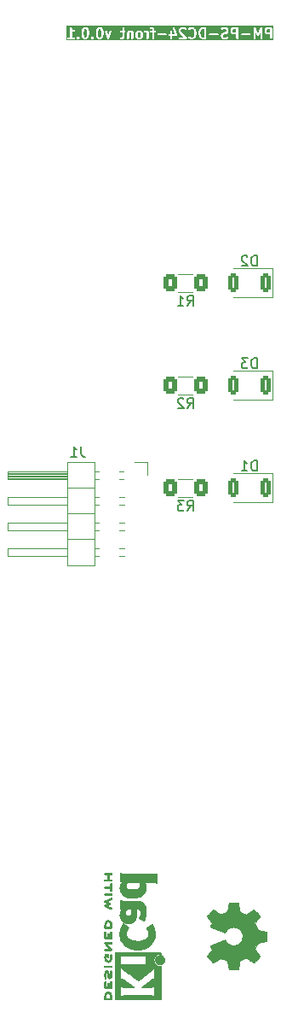
<source format=gbr>
%TF.GenerationSoftware,KiCad,Pcbnew,8.0.4-8.0.4-0~ubuntu22.04.1*%
%TF.CreationDate,2024-08-10T18:45:36+03:00*%
%TF.ProjectId,PM-PS-DC24-front,504d2d50-532d-4444-9332-342d66726f6e,rev?*%
%TF.SameCoordinates,Original*%
%TF.FileFunction,Legend,Bot*%
%TF.FilePolarity,Positive*%
%FSLAX46Y46*%
G04 Gerber Fmt 4.6, Leading zero omitted, Abs format (unit mm)*
G04 Created by KiCad (PCBNEW 8.0.4-8.0.4-0~ubuntu22.04.1) date 2024-08-10 18:45:36*
%MOMM*%
%LPD*%
G01*
G04 APERTURE LIST*
G04 Aperture macros list*
%AMRoundRect*
0 Rectangle with rounded corners*
0 $1 Rounding radius*
0 $2 $3 $4 $5 $6 $7 $8 $9 X,Y pos of 4 corners*
0 Add a 4 corners polygon primitive as box body*
4,1,4,$2,$3,$4,$5,$6,$7,$8,$9,$2,$3,0*
0 Add four circle primitives for the rounded corners*
1,1,$1+$1,$2,$3*
1,1,$1+$1,$4,$5*
1,1,$1+$1,$6,$7*
1,1,$1+$1,$8,$9*
0 Add four rect primitives between the rounded corners*
20,1,$1+$1,$2,$3,$4,$5,0*
20,1,$1+$1,$4,$5,$6,$7,0*
20,1,$1+$1,$6,$7,$8,$9,0*
20,1,$1+$1,$8,$9,$2,$3,0*%
G04 Aperture macros list end*
%ADD10C,0.200000*%
%ADD11C,0.150000*%
%ADD12C,0.120000*%
%ADD13C,0.010000*%
%ADD14R,1.700000X1.700000*%
%ADD15O,1.700000X1.700000*%
%ADD16RoundRect,0.250000X-0.400000X-0.625000X0.400000X-0.625000X0.400000X0.625000X-0.400000X0.625000X0*%
%ADD17RoundRect,0.190000X0.285000X0.710000X-0.285000X0.710000X-0.285000X-0.710000X0.285000X-0.710000X0*%
G04 APERTURE END LIST*
D10*
G36*
X61247756Y-52337024D02*
G01*
X61272425Y-52361692D01*
X61307878Y-52432599D01*
X61349849Y-52600480D01*
X61349849Y-52813956D01*
X61307878Y-52981837D01*
X61272425Y-53052743D01*
X61247756Y-53077413D01*
X61188147Y-53107219D01*
X61140123Y-53107219D01*
X61080513Y-53077414D01*
X61055846Y-53052746D01*
X61020391Y-52981837D01*
X60978421Y-52813956D01*
X60978421Y-52600481D01*
X61020391Y-52432599D01*
X61055845Y-52361692D01*
X61080513Y-52337023D01*
X61140123Y-52307219D01*
X61188147Y-52307219D01*
X61247756Y-52337024D01*
G37*
G36*
X62676327Y-52337024D02*
G01*
X62700996Y-52361692D01*
X62736449Y-52432599D01*
X62778420Y-52600480D01*
X62778420Y-52813956D01*
X62736449Y-52981837D01*
X62700996Y-53052743D01*
X62676327Y-53077413D01*
X62616718Y-53107219D01*
X62568694Y-53107219D01*
X62509084Y-53077414D01*
X62484417Y-53052746D01*
X62448962Y-52981837D01*
X62406992Y-52813956D01*
X62406992Y-52600481D01*
X62448962Y-52432599D01*
X62484416Y-52361692D01*
X62509084Y-52337023D01*
X62568694Y-52307219D01*
X62616718Y-52307219D01*
X62676327Y-52337024D01*
G37*
G36*
X66628709Y-52670357D02*
G01*
X66653378Y-52695025D01*
X66683183Y-52754635D01*
X66683183Y-52993135D01*
X66653378Y-53052743D01*
X66628709Y-53077413D01*
X66569100Y-53107219D01*
X66473457Y-53107219D01*
X66413847Y-53077414D01*
X66389180Y-53052746D01*
X66359374Y-52993134D01*
X66359374Y-52754635D01*
X66389179Y-52695025D01*
X66413847Y-52670356D01*
X66473457Y-52640552D01*
X66569100Y-52640552D01*
X66628709Y-52670357D01*
G37*
G36*
X72968898Y-53107219D02*
G01*
X72847029Y-53107219D01*
X72741964Y-53072197D01*
X72674894Y-53005127D01*
X72639440Y-52934218D01*
X72597470Y-52766337D01*
X72597470Y-52648100D01*
X72639440Y-52480218D01*
X72674893Y-52409312D01*
X72741965Y-52342240D01*
X72847029Y-52307219D01*
X72968898Y-52307219D01*
X72968898Y-53107219D01*
G37*
G36*
X76159374Y-52631028D02*
G01*
X75902029Y-52631028D01*
X75842419Y-52601223D01*
X75817751Y-52576554D01*
X75787946Y-52516944D01*
X75787946Y-52421302D01*
X75817751Y-52361692D01*
X75842419Y-52337023D01*
X75902029Y-52307219D01*
X76159374Y-52307219D01*
X76159374Y-52631028D01*
G37*
G36*
X79540326Y-52631028D02*
G01*
X79282981Y-52631028D01*
X79223371Y-52601223D01*
X79198703Y-52576554D01*
X79168898Y-52516944D01*
X79168898Y-52421302D01*
X79198703Y-52361692D01*
X79223371Y-52337023D01*
X79282981Y-52307219D01*
X79540326Y-52307219D01*
X79540326Y-52631028D01*
G37*
G36*
X79851437Y-53418330D02*
G01*
X59240660Y-53418330D01*
X59240660Y-53187710D01*
X59351771Y-53187710D01*
X59351771Y-53226728D01*
X59366703Y-53262776D01*
X59394293Y-53290366D01*
X59430341Y-53305298D01*
X59449850Y-53307219D01*
X60021278Y-53307219D01*
X60040787Y-53305298D01*
X60076835Y-53290366D01*
X60104425Y-53262776D01*
X60119357Y-53226728D01*
X60119357Y-53187710D01*
X60104425Y-53151662D01*
X60092854Y-53140091D01*
X60304151Y-53140091D01*
X60304151Y-53179109D01*
X60309741Y-53192604D01*
X60319083Y-53215158D01*
X60319087Y-53215162D01*
X60331519Y-53230311D01*
X60379138Y-53277929D01*
X60394291Y-53290366D01*
X60400704Y-53293022D01*
X60430340Y-53305298D01*
X60469358Y-53305298D01*
X60505406Y-53290366D01*
X60520560Y-53277930D01*
X60568178Y-53230311D01*
X60580615Y-53215158D01*
X60587367Y-53198856D01*
X60595546Y-53179110D01*
X60595547Y-53140092D01*
X60580616Y-53104043D01*
X60568179Y-53088890D01*
X60520560Y-53041270D01*
X60505407Y-53028833D01*
X60485818Y-53020719D01*
X60479140Y-53017953D01*
X60469358Y-53013901D01*
X60430340Y-53013901D01*
X60420558Y-53017953D01*
X60394292Y-53028832D01*
X60394291Y-53028833D01*
X60379137Y-53041270D01*
X60331519Y-53088890D01*
X60319082Y-53104043D01*
X60310124Y-53125672D01*
X60304151Y-53140091D01*
X60092854Y-53140091D01*
X60076835Y-53124072D01*
X60040787Y-53109140D01*
X60021278Y-53107219D01*
X59835564Y-53107219D01*
X59835564Y-52496260D01*
X59855329Y-52516025D01*
X59862995Y-52522316D01*
X59864728Y-52524314D01*
X59867739Y-52526209D01*
X59870483Y-52528461D01*
X59872920Y-52529470D01*
X59881319Y-52534757D01*
X59976556Y-52582376D01*
X59994865Y-52589382D01*
X60033785Y-52592148D01*
X60045716Y-52588171D01*
X60778421Y-52588171D01*
X60778421Y-52826266D01*
X60778756Y-52829668D01*
X60778539Y-52831127D01*
X60779618Y-52838424D01*
X60780342Y-52845775D01*
X60780906Y-52847138D01*
X60781407Y-52850520D01*
X60829026Y-53040995D01*
X60829539Y-53042432D01*
X60829591Y-53043155D01*
X60832699Y-53051279D01*
X60835621Y-53059456D01*
X60836051Y-53060036D01*
X60836597Y-53061463D01*
X60884216Y-53156701D01*
X60889499Y-53165093D01*
X60890511Y-53167537D01*
X60892767Y-53170286D01*
X60894659Y-53173291D01*
X60896653Y-53175020D01*
X60902948Y-53182690D01*
X60950566Y-53230310D01*
X60958234Y-53236603D01*
X60959966Y-53238600D01*
X60962974Y-53240493D01*
X60965720Y-53242747D01*
X60968160Y-53243757D01*
X60976557Y-53249043D01*
X61071794Y-53296662D01*
X61090103Y-53303668D01*
X61093686Y-53303922D01*
X61097007Y-53305298D01*
X61116516Y-53307219D01*
X61211754Y-53307219D01*
X61231263Y-53305298D01*
X61234583Y-53303922D01*
X61238167Y-53303668D01*
X61256475Y-53296662D01*
X61351713Y-53249043D01*
X61360108Y-53243758D01*
X61362550Y-53242747D01*
X61365297Y-53240491D01*
X61368303Y-53238600D01*
X61370033Y-53236605D01*
X61377703Y-53230310D01*
X61425322Y-53182690D01*
X61431614Y-53175023D01*
X61433611Y-53173292D01*
X61435504Y-53170284D01*
X61437759Y-53167537D01*
X61438770Y-53165095D01*
X61444054Y-53156701D01*
X61452359Y-53140091D01*
X61732722Y-53140091D01*
X61732722Y-53179109D01*
X61738312Y-53192604D01*
X61747654Y-53215158D01*
X61747658Y-53215162D01*
X61760090Y-53230311D01*
X61807709Y-53277929D01*
X61822862Y-53290366D01*
X61829275Y-53293022D01*
X61858911Y-53305298D01*
X61897929Y-53305298D01*
X61933977Y-53290366D01*
X61949131Y-53277930D01*
X61996749Y-53230311D01*
X62009186Y-53215158D01*
X62015938Y-53198856D01*
X62024117Y-53179110D01*
X62024118Y-53140092D01*
X62009187Y-53104043D01*
X61996750Y-53088890D01*
X61949131Y-53041270D01*
X61933978Y-53028833D01*
X61914389Y-53020719D01*
X61907711Y-53017953D01*
X61897929Y-53013901D01*
X61858911Y-53013901D01*
X61849129Y-53017953D01*
X61822863Y-53028832D01*
X61822862Y-53028833D01*
X61807708Y-53041270D01*
X61760090Y-53088890D01*
X61747653Y-53104043D01*
X61738695Y-53125672D01*
X61732722Y-53140091D01*
X61452359Y-53140091D01*
X61491673Y-53061464D01*
X61492219Y-53060035D01*
X61492649Y-53059456D01*
X61495570Y-53051279D01*
X61498679Y-53043155D01*
X61498730Y-53042434D01*
X61499244Y-53040996D01*
X61546863Y-52850520D01*
X61547363Y-52847138D01*
X61547928Y-52845775D01*
X61548651Y-52838424D01*
X61549731Y-52831127D01*
X61549513Y-52829668D01*
X61549849Y-52826266D01*
X61549849Y-52588171D01*
X62206992Y-52588171D01*
X62206992Y-52826266D01*
X62207327Y-52829668D01*
X62207110Y-52831127D01*
X62208189Y-52838424D01*
X62208913Y-52845775D01*
X62209477Y-52847138D01*
X62209978Y-52850520D01*
X62257597Y-53040995D01*
X62258110Y-53042432D01*
X62258162Y-53043155D01*
X62261270Y-53051279D01*
X62264192Y-53059456D01*
X62264622Y-53060036D01*
X62265168Y-53061463D01*
X62312787Y-53156701D01*
X62318070Y-53165093D01*
X62319082Y-53167537D01*
X62321338Y-53170286D01*
X62323230Y-53173291D01*
X62325224Y-53175020D01*
X62331519Y-53182690D01*
X62379137Y-53230310D01*
X62386805Y-53236603D01*
X62388537Y-53238600D01*
X62391545Y-53240493D01*
X62394291Y-53242747D01*
X62396731Y-53243757D01*
X62405128Y-53249043D01*
X62500365Y-53296662D01*
X62518674Y-53303668D01*
X62522257Y-53303922D01*
X62525578Y-53305298D01*
X62545087Y-53307219D01*
X62640325Y-53307219D01*
X62659834Y-53305298D01*
X62663154Y-53303922D01*
X62666738Y-53303668D01*
X62685046Y-53296662D01*
X62780284Y-53249043D01*
X62788679Y-53243758D01*
X62791121Y-53242747D01*
X62793868Y-53240491D01*
X62796874Y-53238600D01*
X62798604Y-53236605D01*
X62806274Y-53230310D01*
X62853893Y-53182690D01*
X62860185Y-53175023D01*
X62862182Y-53173292D01*
X62864075Y-53170284D01*
X62866330Y-53167537D01*
X62867341Y-53165095D01*
X62872625Y-53156701D01*
X62920244Y-53061464D01*
X62920790Y-53060035D01*
X62921220Y-53059456D01*
X62924141Y-53051279D01*
X62927250Y-53043155D01*
X62927301Y-53042434D01*
X62927815Y-53040996D01*
X62975434Y-52850520D01*
X62975934Y-52847138D01*
X62976499Y-52845775D01*
X62977222Y-52838424D01*
X62978302Y-52831127D01*
X62978084Y-52829668D01*
X62978420Y-52826266D01*
X62978420Y-52588171D01*
X62978084Y-52584768D01*
X62978302Y-52583310D01*
X62977222Y-52576012D01*
X62976499Y-52568662D01*
X62975934Y-52567298D01*
X62975434Y-52563917D01*
X62973246Y-52555167D01*
X63112827Y-52555167D01*
X63117580Y-52574186D01*
X63355675Y-53240852D01*
X63364045Y-53258579D01*
X63367415Y-53262301D01*
X63369563Y-53266836D01*
X63380414Y-53276659D01*
X63390232Y-53287504D01*
X63394764Y-53289651D01*
X63398489Y-53293023D01*
X63412279Y-53297947D01*
X63425494Y-53304208D01*
X63430504Y-53304457D01*
X63435234Y-53306146D01*
X63449855Y-53305418D01*
X63464464Y-53306145D01*
X63469189Y-53304457D01*
X63474204Y-53304208D01*
X63487430Y-53297942D01*
X63501209Y-53293022D01*
X63504929Y-53289653D01*
X63509466Y-53287505D01*
X63519288Y-53276654D01*
X63530135Y-53266836D01*
X63532282Y-53262301D01*
X63535653Y-53258579D01*
X63544023Y-53240853D01*
X63782118Y-52574186D01*
X63786871Y-52555167D01*
X63785174Y-52521043D01*
X64589866Y-52521043D01*
X64589866Y-52560061D01*
X64604798Y-52596109D01*
X64632388Y-52623699D01*
X64668436Y-52638631D01*
X64687945Y-52640552D01*
X64826040Y-52640552D01*
X64826040Y-53040754D01*
X64803885Y-53085063D01*
X64759576Y-53107219D01*
X64687945Y-53107219D01*
X64668436Y-53109140D01*
X64632388Y-53124072D01*
X64604798Y-53151662D01*
X64589866Y-53187710D01*
X64589866Y-53226728D01*
X64604798Y-53262776D01*
X64632388Y-53290366D01*
X64668436Y-53305298D01*
X64687945Y-53307219D01*
X64783183Y-53307219D01*
X64802692Y-53305298D01*
X64806012Y-53303922D01*
X64809596Y-53303668D01*
X64827904Y-53296662D01*
X64923142Y-53249043D01*
X64926404Y-53246989D01*
X64927944Y-53246476D01*
X64929860Y-53244813D01*
X64939732Y-53238600D01*
X64947947Y-53229126D01*
X64957421Y-53220911D01*
X64963634Y-53211039D01*
X64965297Y-53209123D01*
X64965809Y-53207584D01*
X64967864Y-53204321D01*
X65015483Y-53109082D01*
X65022489Y-53090774D01*
X65022743Y-53087190D01*
X65024119Y-53083870D01*
X65026040Y-53064361D01*
X65026040Y-52683409D01*
X65302231Y-52683409D01*
X65302231Y-53207219D01*
X65304152Y-53226728D01*
X65319084Y-53262776D01*
X65346674Y-53290366D01*
X65382722Y-53305298D01*
X65421740Y-53305298D01*
X65457788Y-53290366D01*
X65485378Y-53262776D01*
X65500310Y-53226728D01*
X65502231Y-53207219D01*
X65502231Y-52707016D01*
X65524386Y-52662706D01*
X65568695Y-52640552D01*
X65664338Y-52640552D01*
X65723947Y-52670357D01*
X65730802Y-52677211D01*
X65730802Y-53207219D01*
X65732723Y-53226728D01*
X65747655Y-53262776D01*
X65775245Y-53290366D01*
X65811293Y-53305298D01*
X65850311Y-53305298D01*
X65886359Y-53290366D01*
X65913949Y-53262776D01*
X65928881Y-53226728D01*
X65930802Y-53207219D01*
X65930802Y-52731028D01*
X66159374Y-52731028D01*
X66159374Y-53016742D01*
X66161295Y-53036251D01*
X66162670Y-53039571D01*
X66162925Y-53043155D01*
X66169931Y-53061463D01*
X66217550Y-53156701D01*
X66222833Y-53165093D01*
X66223845Y-53167537D01*
X66226101Y-53170286D01*
X66227993Y-53173291D01*
X66229987Y-53175020D01*
X66236282Y-53182690D01*
X66283900Y-53230310D01*
X66291568Y-53236603D01*
X66293300Y-53238600D01*
X66296308Y-53240493D01*
X66299054Y-53242747D01*
X66301494Y-53243757D01*
X66309891Y-53249043D01*
X66405128Y-53296662D01*
X66423437Y-53303668D01*
X66427020Y-53303922D01*
X66430341Y-53305298D01*
X66449850Y-53307219D01*
X66592707Y-53307219D01*
X66612216Y-53305298D01*
X66615536Y-53303922D01*
X66619120Y-53303668D01*
X66637428Y-53296662D01*
X66732666Y-53249043D01*
X66741061Y-53243758D01*
X66743503Y-53242747D01*
X66746250Y-53240491D01*
X66749256Y-53238600D01*
X66750986Y-53236605D01*
X66758656Y-53230310D01*
X66806275Y-53182690D01*
X66812567Y-53175023D01*
X66814564Y-53173292D01*
X66816457Y-53170284D01*
X66818712Y-53167537D01*
X66819723Y-53165095D01*
X66825007Y-53156701D01*
X66872626Y-53061464D01*
X66879632Y-53043155D01*
X66879886Y-53039571D01*
X66881262Y-53036251D01*
X66883183Y-53016742D01*
X66883183Y-52731028D01*
X66881262Y-52711519D01*
X66879886Y-52708198D01*
X66879632Y-52704615D01*
X66872626Y-52686306D01*
X66825007Y-52591069D01*
X66819721Y-52582672D01*
X66818711Y-52580232D01*
X66816457Y-52577486D01*
X66814564Y-52574478D01*
X66812566Y-52572745D01*
X66806274Y-52565079D01*
X66762239Y-52521043D01*
X66970819Y-52521043D01*
X66970819Y-52560061D01*
X66985751Y-52596109D01*
X67013341Y-52623699D01*
X67049389Y-52638631D01*
X67068898Y-52640552D01*
X67140529Y-52640552D01*
X67200138Y-52670357D01*
X67224807Y-52695025D01*
X67254612Y-52754635D01*
X67254612Y-53207219D01*
X67256533Y-53226728D01*
X67271465Y-53262776D01*
X67299055Y-53290366D01*
X67335103Y-53305298D01*
X67374121Y-53305298D01*
X67410169Y-53290366D01*
X67437759Y-53262776D01*
X67452691Y-53226728D01*
X67454612Y-53207219D01*
X67454612Y-52540552D01*
X67452691Y-52521043D01*
X67437759Y-52484995D01*
X67410169Y-52457405D01*
X67374121Y-52442473D01*
X67335103Y-52442473D01*
X67299055Y-52457405D01*
X67273186Y-52483273D01*
X67208857Y-52451109D01*
X67190549Y-52444103D01*
X67186965Y-52443848D01*
X67183645Y-52442473D01*
X67164136Y-52440552D01*
X67068898Y-52440552D01*
X67049389Y-52442473D01*
X67013341Y-52457405D01*
X66985751Y-52484995D01*
X66970819Y-52521043D01*
X66762239Y-52521043D01*
X66758656Y-52517460D01*
X66750985Y-52511165D01*
X66749256Y-52509171D01*
X66746248Y-52507277D01*
X66743502Y-52505024D01*
X66741062Y-52504013D01*
X66732666Y-52498728D01*
X66637428Y-52451109D01*
X66619120Y-52444103D01*
X66615536Y-52443848D01*
X66612216Y-52442473D01*
X66592707Y-52440552D01*
X66449850Y-52440552D01*
X66430341Y-52442473D01*
X66427020Y-52443848D01*
X66423437Y-52444103D01*
X66405128Y-52451109D01*
X66309891Y-52498728D01*
X66301494Y-52504013D01*
X66299054Y-52505024D01*
X66296308Y-52507277D01*
X66293300Y-52509171D01*
X66291567Y-52511168D01*
X66283901Y-52517461D01*
X66236282Y-52565079D01*
X66229987Y-52572749D01*
X66227993Y-52574479D01*
X66226099Y-52577486D01*
X66223846Y-52580233D01*
X66222835Y-52582672D01*
X66217550Y-52591069D01*
X66169931Y-52686307D01*
X66162925Y-52704615D01*
X66162670Y-52708198D01*
X66161295Y-52711519D01*
X66159374Y-52731028D01*
X65930802Y-52731028D01*
X65930802Y-52540552D01*
X65928881Y-52521043D01*
X65913949Y-52484995D01*
X65886359Y-52457405D01*
X65850311Y-52442473D01*
X65811293Y-52442473D01*
X65775245Y-52457405D01*
X65765249Y-52467400D01*
X65732666Y-52451109D01*
X65714358Y-52444103D01*
X65710774Y-52443848D01*
X65707454Y-52442473D01*
X65687945Y-52440552D01*
X65545088Y-52440552D01*
X65525579Y-52442473D01*
X65522258Y-52443848D01*
X65518675Y-52444103D01*
X65500366Y-52451109D01*
X65405129Y-52498728D01*
X65401865Y-52500782D01*
X65400327Y-52501295D01*
X65398411Y-52502956D01*
X65388538Y-52509171D01*
X65380320Y-52518646D01*
X65370850Y-52526860D01*
X65364636Y-52536731D01*
X65362974Y-52538648D01*
X65362460Y-52540186D01*
X65360407Y-52543450D01*
X65312788Y-52638688D01*
X65305782Y-52656996D01*
X65305527Y-52660579D01*
X65304152Y-52663900D01*
X65302231Y-52683409D01*
X65026040Y-52683409D01*
X65026040Y-52640552D01*
X65068897Y-52640552D01*
X65088406Y-52638631D01*
X65124454Y-52623699D01*
X65152044Y-52596109D01*
X65166976Y-52560061D01*
X65166976Y-52521043D01*
X65152044Y-52484995D01*
X65124454Y-52457405D01*
X65088406Y-52442473D01*
X65068897Y-52440552D01*
X65026040Y-52440552D01*
X65026040Y-52207219D01*
X65024119Y-52187710D01*
X67589867Y-52187710D01*
X67589867Y-52226728D01*
X67604799Y-52262776D01*
X67632389Y-52290366D01*
X67668437Y-52305298D01*
X67687946Y-52307219D01*
X67759577Y-52307219D01*
X67803886Y-52329374D01*
X67826041Y-52373683D01*
X67826041Y-52440552D01*
X67687946Y-52440552D01*
X67668437Y-52442473D01*
X67632389Y-52457405D01*
X67604799Y-52484995D01*
X67589867Y-52521043D01*
X67589867Y-52560061D01*
X67604799Y-52596109D01*
X67632389Y-52623699D01*
X67668437Y-52638631D01*
X67687946Y-52640552D01*
X67826041Y-52640552D01*
X67826041Y-53207219D01*
X67827962Y-53226728D01*
X67842894Y-53262776D01*
X67870484Y-53290366D01*
X67906532Y-53305298D01*
X67945550Y-53305298D01*
X67981598Y-53290366D01*
X68009188Y-53262776D01*
X68024120Y-53226728D01*
X68026041Y-53207219D01*
X68026041Y-52806757D01*
X68304153Y-52806757D01*
X68304153Y-52845775D01*
X68319085Y-52881823D01*
X68346675Y-52909413D01*
X68382723Y-52924345D01*
X68402232Y-52926266D01*
X69164136Y-52926266D01*
X69183645Y-52924345D01*
X69219693Y-52909413D01*
X69247283Y-52881823D01*
X69258652Y-52854376D01*
X69447010Y-52854376D01*
X69447010Y-52893394D01*
X69461942Y-52929442D01*
X69489532Y-52957032D01*
X69525580Y-52971964D01*
X69545089Y-52973885D01*
X69587946Y-52973885D01*
X69587946Y-53207219D01*
X69589867Y-53226728D01*
X69604799Y-53262776D01*
X69632389Y-53290366D01*
X69668437Y-53305298D01*
X69707455Y-53305298D01*
X69743503Y-53290366D01*
X69771093Y-53262776D01*
X69786025Y-53226728D01*
X69787946Y-53207219D01*
X69787946Y-52973885D01*
X70164136Y-52973885D01*
X70174009Y-52972912D01*
X70176643Y-52973100D01*
X70178544Y-52972466D01*
X70183645Y-52971964D01*
X70198457Y-52965828D01*
X70213659Y-52960761D01*
X70216372Y-52958407D01*
X70219693Y-52957032D01*
X70231031Y-52945693D01*
X70243135Y-52935196D01*
X70244741Y-52931983D01*
X70247283Y-52929442D01*
X70253419Y-52914627D01*
X70260585Y-52900297D01*
X70260839Y-52896714D01*
X70262215Y-52893394D01*
X70262215Y-52877361D01*
X70263351Y-52861377D01*
X70262215Y-52856381D01*
X70262215Y-52854376D01*
X70261203Y-52851934D01*
X70259004Y-52842262D01*
X70110815Y-52397695D01*
X70445089Y-52397695D01*
X70445089Y-52492933D01*
X70446061Y-52502806D01*
X70445874Y-52505440D01*
X70446661Y-52508903D01*
X70447010Y-52512442D01*
X70448021Y-52514884D01*
X70450221Y-52524556D01*
X70497840Y-52667412D01*
X70505831Y-52685313D01*
X70508186Y-52688028D01*
X70509561Y-52691347D01*
X70521997Y-52706501D01*
X70922714Y-53107219D01*
X70545089Y-53107219D01*
X70525580Y-53109140D01*
X70489532Y-53124072D01*
X70461942Y-53151662D01*
X70447010Y-53187710D01*
X70447010Y-53226728D01*
X70461942Y-53262776D01*
X70489532Y-53290366D01*
X70525580Y-53305298D01*
X70545089Y-53307219D01*
X71164136Y-53307219D01*
X71183645Y-53305298D01*
X71219693Y-53290366D01*
X71247283Y-53262776D01*
X71262215Y-53226728D01*
X71262215Y-53187710D01*
X71247283Y-53151662D01*
X71247282Y-53151661D01*
X71234847Y-53136508D01*
X70680110Y-52581770D01*
X70645089Y-52476706D01*
X70645089Y-52421302D01*
X70674894Y-52361692D01*
X70699562Y-52337023D01*
X70759172Y-52307219D01*
X70950053Y-52307219D01*
X71009662Y-52337024D01*
X71045806Y-52373167D01*
X71060959Y-52385604D01*
X71097008Y-52400535D01*
X71136026Y-52400535D01*
X71172074Y-52385604D01*
X71199664Y-52358014D01*
X71214595Y-52321966D01*
X71214595Y-52282948D01*
X71399391Y-52282948D01*
X71399391Y-52321966D01*
X71414323Y-52358014D01*
X71441913Y-52385604D01*
X71477961Y-52400536D01*
X71516979Y-52400536D01*
X71553027Y-52385604D01*
X71568181Y-52373168D01*
X71599107Y-52342240D01*
X71704172Y-52307219D01*
X71766957Y-52307219D01*
X71872021Y-52342240D01*
X71939094Y-52409313D01*
X71974546Y-52480218D01*
X72016517Y-52648099D01*
X72016517Y-52766337D01*
X71974546Y-52934218D01*
X71939093Y-53005124D01*
X71872022Y-53072197D01*
X71766957Y-53107219D01*
X71704172Y-53107219D01*
X71599107Y-53072197D01*
X71568181Y-53041270D01*
X71553028Y-53028833D01*
X71516980Y-53013902D01*
X71477962Y-53013901D01*
X71441913Y-53028832D01*
X71414323Y-53056422D01*
X71399392Y-53092470D01*
X71399391Y-53131488D01*
X71414322Y-53167537D01*
X71426759Y-53182690D01*
X71474377Y-53230310D01*
X71489531Y-53242747D01*
X71492850Y-53244122D01*
X71495566Y-53246477D01*
X71513466Y-53254468D01*
X71656323Y-53302087D01*
X71665995Y-53304286D01*
X71668437Y-53305298D01*
X71671974Y-53305646D01*
X71675438Y-53306434D01*
X71678072Y-53306246D01*
X71687946Y-53307219D01*
X71783184Y-53307219D01*
X71793057Y-53306246D01*
X71795691Y-53306434D01*
X71799154Y-53305646D01*
X71802693Y-53305298D01*
X71805135Y-53304286D01*
X71814807Y-53302087D01*
X71957663Y-53254468D01*
X71975564Y-53246477D01*
X71978279Y-53244122D01*
X71981599Y-53242747D01*
X71996752Y-53230310D01*
X72091990Y-53135071D01*
X72098282Y-53127404D01*
X72100279Y-53125673D01*
X72102172Y-53122665D01*
X72104427Y-53119918D01*
X72105438Y-53117476D01*
X72110722Y-53109082D01*
X72158341Y-53013845D01*
X72158887Y-53012416D01*
X72159317Y-53011837D01*
X72162238Y-53003660D01*
X72165347Y-52995536D01*
X72165398Y-52994815D01*
X72165912Y-52993377D01*
X72213531Y-52802901D01*
X72214031Y-52799519D01*
X72214596Y-52798156D01*
X72215319Y-52790805D01*
X72216399Y-52783508D01*
X72216181Y-52782049D01*
X72216517Y-52778647D01*
X72216517Y-52635790D01*
X72397470Y-52635790D01*
X72397470Y-52778647D01*
X72397805Y-52782049D01*
X72397588Y-52783508D01*
X72398667Y-52790805D01*
X72399391Y-52798156D01*
X72399955Y-52799519D01*
X72400456Y-52802901D01*
X72448075Y-52993376D01*
X72448588Y-52994813D01*
X72448640Y-52995536D01*
X72451748Y-53003660D01*
X72454670Y-53011837D01*
X72455100Y-53012417D01*
X72455646Y-53013844D01*
X72503265Y-53109082D01*
X72508547Y-53117474D01*
X72509560Y-53119918D01*
X72511816Y-53122667D01*
X72513708Y-53125672D01*
X72515702Y-53127401D01*
X72521997Y-53135071D01*
X72617235Y-53230311D01*
X72632388Y-53242747D01*
X72635707Y-53244122D01*
X72638423Y-53246477D01*
X72656323Y-53254468D01*
X72799180Y-53302087D01*
X72808852Y-53304286D01*
X72811294Y-53305298D01*
X72814831Y-53305646D01*
X72818295Y-53306434D01*
X72820929Y-53306246D01*
X72830803Y-53307219D01*
X73068898Y-53307219D01*
X73088407Y-53305298D01*
X73124455Y-53290366D01*
X73152045Y-53262776D01*
X73166977Y-53226728D01*
X73168898Y-53207219D01*
X73168898Y-52806757D01*
X73447010Y-52806757D01*
X73447010Y-52845775D01*
X73461942Y-52881823D01*
X73489532Y-52909413D01*
X73525580Y-52924345D01*
X73545089Y-52926266D01*
X74306993Y-52926266D01*
X74326502Y-52924345D01*
X74333361Y-52921504D01*
X74635565Y-52921504D01*
X74635565Y-53016742D01*
X74637486Y-53036251D01*
X74638861Y-53039571D01*
X74639116Y-53043155D01*
X74646122Y-53061463D01*
X74693741Y-53156701D01*
X74699024Y-53165093D01*
X74700036Y-53167537D01*
X74702292Y-53170286D01*
X74704184Y-53173291D01*
X74706178Y-53175020D01*
X74712473Y-53182690D01*
X74760091Y-53230310D01*
X74767759Y-53236603D01*
X74769491Y-53238600D01*
X74772499Y-53240493D01*
X74775245Y-53242747D01*
X74777685Y-53243757D01*
X74786082Y-53249043D01*
X74881319Y-53296662D01*
X74899628Y-53303668D01*
X74903211Y-53303922D01*
X74906532Y-53305298D01*
X74926041Y-53307219D01*
X75164136Y-53307219D01*
X75174009Y-53306246D01*
X75176643Y-53306434D01*
X75180106Y-53305646D01*
X75183645Y-53305298D01*
X75186087Y-53304286D01*
X75195759Y-53302087D01*
X75338615Y-53254468D01*
X75356516Y-53246477D01*
X75385992Y-53220912D01*
X75403441Y-53186013D01*
X75406208Y-53147093D01*
X75393869Y-53110077D01*
X75368304Y-53080601D01*
X75333405Y-53063151D01*
X75294485Y-53060385D01*
X75275370Y-53064732D01*
X75147909Y-53107219D01*
X74949648Y-53107219D01*
X74890038Y-53077414D01*
X74865371Y-53052746D01*
X74835565Y-52993134D01*
X74835565Y-52945111D01*
X74865370Y-52885501D01*
X74890038Y-52860832D01*
X74960945Y-52825379D01*
X75140770Y-52780423D01*
X75142207Y-52779909D01*
X75142930Y-52779858D01*
X75151054Y-52776749D01*
X75159231Y-52773828D01*
X75159811Y-52773397D01*
X75161238Y-52772852D01*
X75256476Y-52725233D01*
X75264872Y-52719947D01*
X75267312Y-52718937D01*
X75270058Y-52716683D01*
X75273066Y-52714790D01*
X75274795Y-52712795D01*
X75282466Y-52706501D01*
X75330084Y-52658882D01*
X75336376Y-52651215D01*
X75338374Y-52649483D01*
X75340267Y-52646474D01*
X75342521Y-52643729D01*
X75343531Y-52641288D01*
X75348817Y-52632892D01*
X75396436Y-52537655D01*
X75403442Y-52519346D01*
X75403696Y-52515762D01*
X75405072Y-52512442D01*
X75406993Y-52492933D01*
X75406993Y-52397695D01*
X75587946Y-52397695D01*
X75587946Y-52540552D01*
X75589867Y-52560061D01*
X75591242Y-52563381D01*
X75591497Y-52566965D01*
X75598503Y-52585273D01*
X75646122Y-52680511D01*
X75651407Y-52688907D01*
X75652418Y-52691347D01*
X75654671Y-52694093D01*
X75656565Y-52697101D01*
X75658559Y-52698830D01*
X75664854Y-52706501D01*
X75712473Y-52754119D01*
X75720139Y-52760411D01*
X75721872Y-52762409D01*
X75724880Y-52764302D01*
X75727626Y-52766556D01*
X75730066Y-52767566D01*
X75738463Y-52772852D01*
X75833700Y-52820471D01*
X75852009Y-52827477D01*
X75855592Y-52827731D01*
X75858913Y-52829107D01*
X75878422Y-52831028D01*
X76159374Y-52831028D01*
X76159374Y-53207219D01*
X76161295Y-53226728D01*
X76176227Y-53262776D01*
X76203817Y-53290366D01*
X76239865Y-53305298D01*
X76278883Y-53305298D01*
X76314931Y-53290366D01*
X76342521Y-53262776D01*
X76357453Y-53226728D01*
X76359374Y-53207219D01*
X76359374Y-52806757D01*
X76637486Y-52806757D01*
X76637486Y-52845775D01*
X76652418Y-52881823D01*
X76680008Y-52909413D01*
X76716056Y-52924345D01*
X76735565Y-52926266D01*
X77497469Y-52926266D01*
X77516978Y-52924345D01*
X77553026Y-52909413D01*
X77580616Y-52881823D01*
X77595548Y-52845775D01*
X77595548Y-52806757D01*
X77580616Y-52770709D01*
X77553026Y-52743119D01*
X77516978Y-52728187D01*
X77497469Y-52726266D01*
X76735565Y-52726266D01*
X76716056Y-52728187D01*
X76680008Y-52743119D01*
X76652418Y-52770709D01*
X76637486Y-52806757D01*
X76359374Y-52806757D01*
X76359374Y-52207219D01*
X77873660Y-52207219D01*
X77873660Y-53207219D01*
X77875581Y-53226728D01*
X77890513Y-53262776D01*
X77918103Y-53290366D01*
X77954151Y-53305298D01*
X77993169Y-53305298D01*
X78029217Y-53290366D01*
X78056807Y-53262776D01*
X78071739Y-53226728D01*
X78073660Y-53207219D01*
X78073660Y-52657975D01*
X78216375Y-52963793D01*
X78220607Y-52970938D01*
X78221487Y-52973356D01*
X78223052Y-52975065D01*
X78226366Y-52980659D01*
X78237576Y-52990925D01*
X78247838Y-53002131D01*
X78251863Y-53004009D01*
X78255141Y-53007011D01*
X78269423Y-53012204D01*
X78283196Y-53018632D01*
X78287635Y-53018827D01*
X78291810Y-53020345D01*
X78306993Y-53019677D01*
X78322176Y-53020345D01*
X78326349Y-53018827D01*
X78330791Y-53018632D01*
X78344575Y-53012199D01*
X78358845Y-53007010D01*
X78362118Y-53004012D01*
X78366148Y-53002132D01*
X78376417Y-52990917D01*
X78387620Y-52980659D01*
X78390931Y-52975068D01*
X78392500Y-52973356D01*
X78393380Y-52970934D01*
X78397611Y-52963793D01*
X78540326Y-52657974D01*
X78540326Y-53207219D01*
X78542247Y-53226728D01*
X78557179Y-53262776D01*
X78584769Y-53290366D01*
X78620817Y-53305298D01*
X78659835Y-53305298D01*
X78695883Y-53290366D01*
X78723473Y-53262776D01*
X78738405Y-53226728D01*
X78740326Y-53207219D01*
X78740326Y-52397695D01*
X78968898Y-52397695D01*
X78968898Y-52540552D01*
X78970819Y-52560061D01*
X78972194Y-52563381D01*
X78972449Y-52566965D01*
X78979455Y-52585273D01*
X79027074Y-52680511D01*
X79032359Y-52688907D01*
X79033370Y-52691347D01*
X79035623Y-52694093D01*
X79037517Y-52697101D01*
X79039511Y-52698830D01*
X79045806Y-52706501D01*
X79093425Y-52754119D01*
X79101091Y-52760411D01*
X79102824Y-52762409D01*
X79105832Y-52764302D01*
X79108578Y-52766556D01*
X79111018Y-52767566D01*
X79119415Y-52772852D01*
X79214652Y-52820471D01*
X79232961Y-52827477D01*
X79236544Y-52827731D01*
X79239865Y-52829107D01*
X79259374Y-52831028D01*
X79540326Y-52831028D01*
X79540326Y-53207219D01*
X79542247Y-53226728D01*
X79557179Y-53262776D01*
X79584769Y-53290366D01*
X79620817Y-53305298D01*
X79659835Y-53305298D01*
X79695883Y-53290366D01*
X79723473Y-53262776D01*
X79738405Y-53226728D01*
X79740326Y-53207219D01*
X79740326Y-52207219D01*
X79738405Y-52187710D01*
X79723473Y-52151662D01*
X79695883Y-52124072D01*
X79659835Y-52109140D01*
X79640326Y-52107219D01*
X79259374Y-52107219D01*
X79239865Y-52109140D01*
X79236544Y-52110515D01*
X79232961Y-52110770D01*
X79214652Y-52117776D01*
X79119415Y-52165395D01*
X79111018Y-52170680D01*
X79108578Y-52171691D01*
X79105832Y-52173944D01*
X79102824Y-52175838D01*
X79101091Y-52177835D01*
X79093425Y-52184128D01*
X79045806Y-52231746D01*
X79039511Y-52239416D01*
X79037517Y-52241146D01*
X79035623Y-52244153D01*
X79033370Y-52246900D01*
X79032359Y-52249339D01*
X79027074Y-52257736D01*
X78979455Y-52352974D01*
X78972449Y-52371282D01*
X78972194Y-52374865D01*
X78970819Y-52378186D01*
X78968898Y-52397695D01*
X78740326Y-52397695D01*
X78740326Y-52207219D01*
X78739063Y-52194395D01*
X78739167Y-52192036D01*
X78738706Y-52190768D01*
X78738405Y-52187710D01*
X78731764Y-52171679D01*
X78725833Y-52155367D01*
X78724326Y-52153721D01*
X78723473Y-52151662D01*
X78711211Y-52139400D01*
X78699481Y-52126591D01*
X78697457Y-52125646D01*
X78695883Y-52124072D01*
X78679867Y-52117437D01*
X78664124Y-52110091D01*
X78661894Y-52109993D01*
X78659835Y-52109140D01*
X78642483Y-52109140D01*
X78625143Y-52108378D01*
X78623047Y-52109140D01*
X78620817Y-52109140D01*
X78604786Y-52115780D01*
X78588474Y-52121712D01*
X78586828Y-52123218D01*
X78584769Y-52124072D01*
X78572501Y-52136339D01*
X78559699Y-52148064D01*
X78558132Y-52150708D01*
X78557179Y-52151662D01*
X78556275Y-52153843D01*
X78549708Y-52164930D01*
X78306992Y-52685033D01*
X78064278Y-52164930D01*
X78057710Y-52153843D01*
X78056807Y-52151662D01*
X78055853Y-52150708D01*
X78054287Y-52148064D01*
X78041490Y-52136345D01*
X78029217Y-52124072D01*
X78027155Y-52123218D01*
X78025512Y-52121713D01*
X78009210Y-52115784D01*
X77993169Y-52109140D01*
X77990938Y-52109140D01*
X77988843Y-52108378D01*
X77971503Y-52109140D01*
X77954151Y-52109140D01*
X77952091Y-52109993D01*
X77949863Y-52110091D01*
X77934132Y-52117432D01*
X77918103Y-52124072D01*
X77916526Y-52125648D01*
X77914505Y-52126592D01*
X77902786Y-52139388D01*
X77890513Y-52151662D01*
X77889659Y-52153723D01*
X77888154Y-52155367D01*
X77882225Y-52171668D01*
X77875581Y-52187710D01*
X77875279Y-52190768D01*
X77874819Y-52192036D01*
X77874922Y-52194395D01*
X77873660Y-52207219D01*
X76359374Y-52207219D01*
X76357453Y-52187710D01*
X76342521Y-52151662D01*
X76314931Y-52124072D01*
X76278883Y-52109140D01*
X76259374Y-52107219D01*
X75878422Y-52107219D01*
X75858913Y-52109140D01*
X75855592Y-52110515D01*
X75852009Y-52110770D01*
X75833700Y-52117776D01*
X75738463Y-52165395D01*
X75730066Y-52170680D01*
X75727626Y-52171691D01*
X75724880Y-52173944D01*
X75721872Y-52175838D01*
X75720139Y-52177835D01*
X75712473Y-52184128D01*
X75664854Y-52231746D01*
X75658559Y-52239416D01*
X75656565Y-52241146D01*
X75654671Y-52244153D01*
X75652418Y-52246900D01*
X75651407Y-52249339D01*
X75646122Y-52257736D01*
X75598503Y-52352974D01*
X75591497Y-52371282D01*
X75591242Y-52374865D01*
X75589867Y-52378186D01*
X75587946Y-52397695D01*
X75406993Y-52397695D01*
X75405072Y-52378186D01*
X75403696Y-52374865D01*
X75403442Y-52371282D01*
X75396436Y-52352973D01*
X75348817Y-52257736D01*
X75343531Y-52249339D01*
X75342521Y-52246899D01*
X75340267Y-52244153D01*
X75338374Y-52241145D01*
X75336376Y-52239412D01*
X75330084Y-52231746D01*
X75282466Y-52184127D01*
X75274795Y-52177832D01*
X75273066Y-52175838D01*
X75270058Y-52173944D01*
X75267312Y-52171691D01*
X75264872Y-52170680D01*
X75256476Y-52165395D01*
X75161238Y-52117776D01*
X75142930Y-52110770D01*
X75139346Y-52110515D01*
X75136026Y-52109140D01*
X75116517Y-52107219D01*
X74878422Y-52107219D01*
X74868548Y-52108191D01*
X74865914Y-52108004D01*
X74862450Y-52108791D01*
X74858913Y-52109140D01*
X74856471Y-52110151D01*
X74846799Y-52112351D01*
X74703942Y-52159970D01*
X74686042Y-52167961D01*
X74656566Y-52193526D01*
X74639116Y-52228425D01*
X74636350Y-52267345D01*
X74648688Y-52304361D01*
X74674253Y-52333837D01*
X74709152Y-52351287D01*
X74748072Y-52354053D01*
X74767188Y-52349706D01*
X74894648Y-52307219D01*
X75092910Y-52307219D01*
X75152519Y-52337024D01*
X75177188Y-52361692D01*
X75206993Y-52421302D01*
X75206993Y-52469326D01*
X75177188Y-52528935D01*
X75152519Y-52553603D01*
X75081612Y-52589057D01*
X74901787Y-52634014D01*
X74900348Y-52634527D01*
X74899628Y-52634579D01*
X74891503Y-52637687D01*
X74883327Y-52640609D01*
X74882747Y-52641038D01*
X74881319Y-52641585D01*
X74786082Y-52689204D01*
X74777685Y-52694489D01*
X74775245Y-52695500D01*
X74772499Y-52697753D01*
X74769491Y-52699647D01*
X74767758Y-52701644D01*
X74760092Y-52707937D01*
X74712473Y-52755555D01*
X74706178Y-52763225D01*
X74704184Y-52764955D01*
X74702290Y-52767962D01*
X74700037Y-52770709D01*
X74699026Y-52773148D01*
X74693741Y-52781545D01*
X74646122Y-52876783D01*
X74639116Y-52895091D01*
X74638861Y-52898674D01*
X74637486Y-52901995D01*
X74635565Y-52921504D01*
X74333361Y-52921504D01*
X74362550Y-52909413D01*
X74390140Y-52881823D01*
X74405072Y-52845775D01*
X74405072Y-52806757D01*
X74390140Y-52770709D01*
X74362550Y-52743119D01*
X74326502Y-52728187D01*
X74306993Y-52726266D01*
X73545089Y-52726266D01*
X73525580Y-52728187D01*
X73489532Y-52743119D01*
X73461942Y-52770709D01*
X73447010Y-52806757D01*
X73168898Y-52806757D01*
X73168898Y-52207219D01*
X73166977Y-52187710D01*
X73152045Y-52151662D01*
X73124455Y-52124072D01*
X73088407Y-52109140D01*
X73068898Y-52107219D01*
X72830803Y-52107219D01*
X72820929Y-52108191D01*
X72818295Y-52108004D01*
X72814831Y-52108791D01*
X72811294Y-52109140D01*
X72808852Y-52110151D01*
X72799180Y-52112351D01*
X72656323Y-52159970D01*
X72638423Y-52167961D01*
X72635707Y-52170316D01*
X72632389Y-52171691D01*
X72617235Y-52184127D01*
X72521997Y-52279365D01*
X72515702Y-52287035D01*
X72513708Y-52288765D01*
X72511814Y-52291772D01*
X72509561Y-52294519D01*
X72508550Y-52296958D01*
X72503265Y-52305355D01*
X72455646Y-52400593D01*
X72455100Y-52402019D01*
X72454670Y-52402600D01*
X72451748Y-52410776D01*
X72448640Y-52418901D01*
X72448588Y-52419623D01*
X72448075Y-52421061D01*
X72400456Y-52611536D01*
X72399955Y-52614917D01*
X72399391Y-52616281D01*
X72398667Y-52623631D01*
X72397588Y-52630929D01*
X72397805Y-52632387D01*
X72397470Y-52635790D01*
X72216517Y-52635790D01*
X72216181Y-52632387D01*
X72216399Y-52630929D01*
X72215319Y-52623631D01*
X72214596Y-52616281D01*
X72214031Y-52614917D01*
X72213531Y-52611536D01*
X72165912Y-52421060D01*
X72165398Y-52419621D01*
X72165347Y-52418901D01*
X72162238Y-52410776D01*
X72159317Y-52402600D01*
X72158887Y-52402020D01*
X72158341Y-52400592D01*
X72110722Y-52305355D01*
X72105435Y-52296956D01*
X72104426Y-52294519D01*
X72102174Y-52291775D01*
X72100279Y-52288764D01*
X72098281Y-52287031D01*
X72091990Y-52279365D01*
X71996752Y-52184127D01*
X71981598Y-52171691D01*
X71978279Y-52170316D01*
X71975564Y-52167961D01*
X71957663Y-52159970D01*
X71814807Y-52112351D01*
X71805135Y-52110151D01*
X71802693Y-52109140D01*
X71799154Y-52108791D01*
X71795691Y-52108004D01*
X71793057Y-52108191D01*
X71783184Y-52107219D01*
X71687946Y-52107219D01*
X71678072Y-52108191D01*
X71675438Y-52108004D01*
X71671974Y-52108791D01*
X71668437Y-52109140D01*
X71665995Y-52110151D01*
X71656323Y-52112351D01*
X71513466Y-52159970D01*
X71495566Y-52167961D01*
X71492850Y-52170316D01*
X71489531Y-52171691D01*
X71474378Y-52184128D01*
X71426759Y-52231746D01*
X71414323Y-52246900D01*
X71399391Y-52282948D01*
X71214595Y-52282948D01*
X71199664Y-52246899D01*
X71187227Y-52231746D01*
X71139609Y-52184127D01*
X71131938Y-52177832D01*
X71130209Y-52175838D01*
X71127201Y-52173944D01*
X71124455Y-52171691D01*
X71122015Y-52170680D01*
X71113619Y-52165395D01*
X71018381Y-52117776D01*
X71000073Y-52110770D01*
X70996489Y-52110515D01*
X70993169Y-52109140D01*
X70973660Y-52107219D01*
X70735565Y-52107219D01*
X70716056Y-52109140D01*
X70712735Y-52110515D01*
X70709152Y-52110770D01*
X70690843Y-52117776D01*
X70595606Y-52165395D01*
X70587209Y-52170680D01*
X70584769Y-52171691D01*
X70582023Y-52173944D01*
X70579015Y-52175838D01*
X70577282Y-52177835D01*
X70569616Y-52184128D01*
X70521997Y-52231746D01*
X70515702Y-52239416D01*
X70513708Y-52241146D01*
X70511814Y-52244153D01*
X70509561Y-52246900D01*
X70508550Y-52249339D01*
X70503265Y-52257736D01*
X70455646Y-52352974D01*
X70448640Y-52371282D01*
X70448385Y-52374865D01*
X70447010Y-52378186D01*
X70445089Y-52397695D01*
X70110815Y-52397695D01*
X70020909Y-52127977D01*
X70012918Y-52110077D01*
X69987353Y-52080601D01*
X69952454Y-52063151D01*
X69913534Y-52060385D01*
X69876518Y-52072723D01*
X69847042Y-52098288D01*
X69829592Y-52133187D01*
X69826826Y-52172107D01*
X69831173Y-52191223D01*
X70025394Y-52773885D01*
X69787946Y-52773885D01*
X69787946Y-52540552D01*
X69786025Y-52521043D01*
X69771093Y-52484995D01*
X69743503Y-52457405D01*
X69707455Y-52442473D01*
X69668437Y-52442473D01*
X69632389Y-52457405D01*
X69604799Y-52484995D01*
X69589867Y-52521043D01*
X69587946Y-52540552D01*
X69587946Y-52773885D01*
X69545089Y-52773885D01*
X69525580Y-52775806D01*
X69489532Y-52790738D01*
X69461942Y-52818328D01*
X69447010Y-52854376D01*
X69258652Y-52854376D01*
X69262215Y-52845775D01*
X69262215Y-52806757D01*
X69247283Y-52770709D01*
X69219693Y-52743119D01*
X69183645Y-52728187D01*
X69164136Y-52726266D01*
X68402232Y-52726266D01*
X68382723Y-52728187D01*
X68346675Y-52743119D01*
X68319085Y-52770709D01*
X68304153Y-52806757D01*
X68026041Y-52806757D01*
X68026041Y-52640552D01*
X68068898Y-52640552D01*
X68088407Y-52638631D01*
X68124455Y-52623699D01*
X68152045Y-52596109D01*
X68166977Y-52560061D01*
X68166977Y-52521043D01*
X68152045Y-52484995D01*
X68124455Y-52457405D01*
X68088407Y-52442473D01*
X68068898Y-52440552D01*
X68026041Y-52440552D01*
X68026041Y-52350076D01*
X68024120Y-52330567D01*
X68022744Y-52327246D01*
X68022490Y-52323663D01*
X68015484Y-52305354D01*
X67967865Y-52210117D01*
X67965810Y-52206853D01*
X67965298Y-52205315D01*
X67963636Y-52203399D01*
X67957422Y-52193526D01*
X67947946Y-52185308D01*
X67939733Y-52175838D01*
X67929861Y-52169624D01*
X67927945Y-52167962D01*
X67926406Y-52167448D01*
X67923143Y-52165395D01*
X67827905Y-52117776D01*
X67809597Y-52110770D01*
X67806013Y-52110515D01*
X67802693Y-52109140D01*
X67783184Y-52107219D01*
X67687946Y-52107219D01*
X67668437Y-52109140D01*
X67632389Y-52124072D01*
X67604799Y-52151662D01*
X67589867Y-52187710D01*
X65024119Y-52187710D01*
X65009187Y-52151662D01*
X64981597Y-52124072D01*
X64945549Y-52109140D01*
X64906531Y-52109140D01*
X64870483Y-52124072D01*
X64842893Y-52151662D01*
X64827961Y-52187710D01*
X64826040Y-52207219D01*
X64826040Y-52440552D01*
X64687945Y-52440552D01*
X64668436Y-52442473D01*
X64632388Y-52457405D01*
X64604798Y-52484995D01*
X64589866Y-52521043D01*
X63785174Y-52521043D01*
X63784933Y-52516197D01*
X63768230Y-52480935D01*
X63739304Y-52454749D01*
X63702559Y-52441626D01*
X63663589Y-52443563D01*
X63628327Y-52460267D01*
X63602140Y-52489192D01*
X63593770Y-52506919D01*
X63449849Y-52909897D01*
X63305928Y-52506918D01*
X63297558Y-52489192D01*
X63271371Y-52460266D01*
X63236109Y-52443563D01*
X63197139Y-52441625D01*
X63160394Y-52454748D01*
X63131468Y-52480935D01*
X63114765Y-52516197D01*
X63112827Y-52555167D01*
X62973246Y-52555167D01*
X62927815Y-52373441D01*
X62927301Y-52372002D01*
X62927250Y-52371282D01*
X62924141Y-52363157D01*
X62921220Y-52354981D01*
X62920790Y-52354401D01*
X62920244Y-52352973D01*
X62872625Y-52257736D01*
X62867339Y-52249339D01*
X62866329Y-52246899D01*
X62864075Y-52244153D01*
X62862182Y-52241145D01*
X62860184Y-52239412D01*
X62853892Y-52231746D01*
X62806274Y-52184127D01*
X62798603Y-52177832D01*
X62796874Y-52175838D01*
X62793866Y-52173944D01*
X62791120Y-52171691D01*
X62788680Y-52170680D01*
X62780284Y-52165395D01*
X62685046Y-52117776D01*
X62666738Y-52110770D01*
X62663154Y-52110515D01*
X62659834Y-52109140D01*
X62640325Y-52107219D01*
X62545087Y-52107219D01*
X62525578Y-52109140D01*
X62522257Y-52110515D01*
X62518674Y-52110770D01*
X62500365Y-52117776D01*
X62405128Y-52165395D01*
X62396731Y-52170680D01*
X62394291Y-52171691D01*
X62391545Y-52173944D01*
X62388537Y-52175838D01*
X62386804Y-52177835D01*
X62379138Y-52184128D01*
X62331519Y-52231746D01*
X62325224Y-52239416D01*
X62323230Y-52241146D01*
X62321336Y-52244153D01*
X62319083Y-52246900D01*
X62318072Y-52249339D01*
X62312787Y-52257736D01*
X62265168Y-52352974D01*
X62264622Y-52354400D01*
X62264192Y-52354981D01*
X62261270Y-52363157D01*
X62258162Y-52371282D01*
X62258110Y-52372004D01*
X62257597Y-52373442D01*
X62209978Y-52563917D01*
X62209477Y-52567298D01*
X62208913Y-52568662D01*
X62208189Y-52576012D01*
X62207110Y-52583310D01*
X62207327Y-52584768D01*
X62206992Y-52588171D01*
X61549849Y-52588171D01*
X61549513Y-52584768D01*
X61549731Y-52583310D01*
X61548651Y-52576012D01*
X61547928Y-52568662D01*
X61547363Y-52567298D01*
X61546863Y-52563917D01*
X61499244Y-52373441D01*
X61498730Y-52372002D01*
X61498679Y-52371282D01*
X61495570Y-52363157D01*
X61492649Y-52354981D01*
X61492219Y-52354401D01*
X61491673Y-52352973D01*
X61444054Y-52257736D01*
X61438768Y-52249339D01*
X61437758Y-52246899D01*
X61435504Y-52244153D01*
X61433611Y-52241145D01*
X61431613Y-52239412D01*
X61425321Y-52231746D01*
X61377703Y-52184127D01*
X61370032Y-52177832D01*
X61368303Y-52175838D01*
X61365295Y-52173944D01*
X61362549Y-52171691D01*
X61360109Y-52170680D01*
X61351713Y-52165395D01*
X61256475Y-52117776D01*
X61238167Y-52110770D01*
X61234583Y-52110515D01*
X61231263Y-52109140D01*
X61211754Y-52107219D01*
X61116516Y-52107219D01*
X61097007Y-52109140D01*
X61093686Y-52110515D01*
X61090103Y-52110770D01*
X61071794Y-52117776D01*
X60976557Y-52165395D01*
X60968160Y-52170680D01*
X60965720Y-52171691D01*
X60962974Y-52173944D01*
X60959966Y-52175838D01*
X60958233Y-52177835D01*
X60950567Y-52184128D01*
X60902948Y-52231746D01*
X60896653Y-52239416D01*
X60894659Y-52241146D01*
X60892765Y-52244153D01*
X60890512Y-52246900D01*
X60889501Y-52249339D01*
X60884216Y-52257736D01*
X60836597Y-52352974D01*
X60836051Y-52354400D01*
X60835621Y-52354981D01*
X60832699Y-52363157D01*
X60829591Y-52371282D01*
X60829539Y-52372004D01*
X60829026Y-52373442D01*
X60781407Y-52563917D01*
X60780906Y-52567298D01*
X60780342Y-52568662D01*
X60779618Y-52576012D01*
X60778539Y-52583310D01*
X60778756Y-52584768D01*
X60778421Y-52588171D01*
X60045716Y-52588171D01*
X60070801Y-52579809D01*
X60100278Y-52554244D01*
X60117727Y-52519346D01*
X60120492Y-52480426D01*
X60108154Y-52443410D01*
X60082589Y-52413933D01*
X60065999Y-52403490D01*
X59985277Y-52363129D01*
X59908513Y-52286365D01*
X59818769Y-52151749D01*
X59818724Y-52151694D01*
X59818711Y-52151662D01*
X59818637Y-52151588D01*
X59806349Y-52136582D01*
X59798120Y-52131071D01*
X59791121Y-52124072D01*
X59782069Y-52120322D01*
X59773929Y-52114871D01*
X59764221Y-52112929D01*
X59755073Y-52109140D01*
X59745274Y-52109140D01*
X59735669Y-52107219D01*
X59725958Y-52109140D01*
X59716055Y-52109140D01*
X59707002Y-52112889D01*
X59697392Y-52114791D01*
X59689153Y-52120283D01*
X59680007Y-52124072D01*
X59673080Y-52130998D01*
X59664927Y-52136434D01*
X59659416Y-52144662D01*
X59652417Y-52151662D01*
X59648667Y-52160713D01*
X59643216Y-52168854D01*
X59641274Y-52178561D01*
X59637485Y-52187710D01*
X59635584Y-52207012D01*
X59635564Y-52207114D01*
X59635570Y-52207148D01*
X59635564Y-52207219D01*
X59635564Y-53107219D01*
X59449850Y-53107219D01*
X59430341Y-53109140D01*
X59394293Y-53124072D01*
X59366703Y-53151662D01*
X59351771Y-53187710D01*
X59240660Y-53187710D01*
X59240660Y-51949274D01*
X79851437Y-51949274D01*
X79851437Y-53418330D01*
G37*
D11*
X60718333Y-93704819D02*
X60718333Y-94419104D01*
X60718333Y-94419104D02*
X60765952Y-94561961D01*
X60765952Y-94561961D02*
X60861190Y-94657200D01*
X60861190Y-94657200D02*
X61004047Y-94704819D01*
X61004047Y-94704819D02*
X61099285Y-94704819D01*
X59718333Y-94704819D02*
X60289761Y-94704819D01*
X60004047Y-94704819D02*
X60004047Y-93704819D01*
X60004047Y-93704819D02*
X60099285Y-93847676D01*
X60099285Y-93847676D02*
X60194523Y-93942914D01*
X60194523Y-93942914D02*
X60289761Y-93990533D01*
X71286666Y-89904819D02*
X71619999Y-89428628D01*
X71858094Y-89904819D02*
X71858094Y-88904819D01*
X71858094Y-88904819D02*
X71477142Y-88904819D01*
X71477142Y-88904819D02*
X71381904Y-88952438D01*
X71381904Y-88952438D02*
X71334285Y-89000057D01*
X71334285Y-89000057D02*
X71286666Y-89095295D01*
X71286666Y-89095295D02*
X71286666Y-89238152D01*
X71286666Y-89238152D02*
X71334285Y-89333390D01*
X71334285Y-89333390D02*
X71381904Y-89381009D01*
X71381904Y-89381009D02*
X71477142Y-89428628D01*
X71477142Y-89428628D02*
X71858094Y-89428628D01*
X70905713Y-89000057D02*
X70858094Y-88952438D01*
X70858094Y-88952438D02*
X70762856Y-88904819D01*
X70762856Y-88904819D02*
X70524761Y-88904819D01*
X70524761Y-88904819D02*
X70429523Y-88952438D01*
X70429523Y-88952438D02*
X70381904Y-89000057D01*
X70381904Y-89000057D02*
X70334285Y-89095295D01*
X70334285Y-89095295D02*
X70334285Y-89190533D01*
X70334285Y-89190533D02*
X70381904Y-89333390D01*
X70381904Y-89333390D02*
X70953332Y-89904819D01*
X70953332Y-89904819D02*
X70334285Y-89904819D01*
X78208094Y-85939819D02*
X78208094Y-84939819D01*
X78208094Y-84939819D02*
X77969999Y-84939819D01*
X77969999Y-84939819D02*
X77827142Y-84987438D01*
X77827142Y-84987438D02*
X77731904Y-85082676D01*
X77731904Y-85082676D02*
X77684285Y-85177914D01*
X77684285Y-85177914D02*
X77636666Y-85368390D01*
X77636666Y-85368390D02*
X77636666Y-85511247D01*
X77636666Y-85511247D02*
X77684285Y-85701723D01*
X77684285Y-85701723D02*
X77731904Y-85796961D01*
X77731904Y-85796961D02*
X77827142Y-85892200D01*
X77827142Y-85892200D02*
X77969999Y-85939819D01*
X77969999Y-85939819D02*
X78208094Y-85939819D01*
X77303332Y-84939819D02*
X76684285Y-84939819D01*
X76684285Y-84939819D02*
X77017618Y-85320771D01*
X77017618Y-85320771D02*
X76874761Y-85320771D01*
X76874761Y-85320771D02*
X76779523Y-85368390D01*
X76779523Y-85368390D02*
X76731904Y-85416009D01*
X76731904Y-85416009D02*
X76684285Y-85511247D01*
X76684285Y-85511247D02*
X76684285Y-85749342D01*
X76684285Y-85749342D02*
X76731904Y-85844580D01*
X76731904Y-85844580D02*
X76779523Y-85892200D01*
X76779523Y-85892200D02*
X76874761Y-85939819D01*
X76874761Y-85939819D02*
X77160475Y-85939819D01*
X77160475Y-85939819D02*
X77255713Y-85892200D01*
X77255713Y-85892200D02*
X77303332Y-85844580D01*
X71286666Y-100064819D02*
X71619999Y-99588628D01*
X71858094Y-100064819D02*
X71858094Y-99064819D01*
X71858094Y-99064819D02*
X71477142Y-99064819D01*
X71477142Y-99064819D02*
X71381904Y-99112438D01*
X71381904Y-99112438D02*
X71334285Y-99160057D01*
X71334285Y-99160057D02*
X71286666Y-99255295D01*
X71286666Y-99255295D02*
X71286666Y-99398152D01*
X71286666Y-99398152D02*
X71334285Y-99493390D01*
X71334285Y-99493390D02*
X71381904Y-99541009D01*
X71381904Y-99541009D02*
X71477142Y-99588628D01*
X71477142Y-99588628D02*
X71858094Y-99588628D01*
X70953332Y-99064819D02*
X70334285Y-99064819D01*
X70334285Y-99064819D02*
X70667618Y-99445771D01*
X70667618Y-99445771D02*
X70524761Y-99445771D01*
X70524761Y-99445771D02*
X70429523Y-99493390D01*
X70429523Y-99493390D02*
X70381904Y-99541009D01*
X70381904Y-99541009D02*
X70334285Y-99636247D01*
X70334285Y-99636247D02*
X70334285Y-99874342D01*
X70334285Y-99874342D02*
X70381904Y-99969580D01*
X70381904Y-99969580D02*
X70429523Y-100017200D01*
X70429523Y-100017200D02*
X70524761Y-100064819D01*
X70524761Y-100064819D02*
X70810475Y-100064819D01*
X70810475Y-100064819D02*
X70905713Y-100017200D01*
X70905713Y-100017200D02*
X70953332Y-99969580D01*
X71286666Y-79744819D02*
X71619999Y-79268628D01*
X71858094Y-79744819D02*
X71858094Y-78744819D01*
X71858094Y-78744819D02*
X71477142Y-78744819D01*
X71477142Y-78744819D02*
X71381904Y-78792438D01*
X71381904Y-78792438D02*
X71334285Y-78840057D01*
X71334285Y-78840057D02*
X71286666Y-78935295D01*
X71286666Y-78935295D02*
X71286666Y-79078152D01*
X71286666Y-79078152D02*
X71334285Y-79173390D01*
X71334285Y-79173390D02*
X71381904Y-79221009D01*
X71381904Y-79221009D02*
X71477142Y-79268628D01*
X71477142Y-79268628D02*
X71858094Y-79268628D01*
X70334285Y-79744819D02*
X70905713Y-79744819D01*
X70619999Y-79744819D02*
X70619999Y-78744819D01*
X70619999Y-78744819D02*
X70715237Y-78887676D01*
X70715237Y-78887676D02*
X70810475Y-78982914D01*
X70810475Y-78982914D02*
X70905713Y-79030533D01*
X78208094Y-75779819D02*
X78208094Y-74779819D01*
X78208094Y-74779819D02*
X77969999Y-74779819D01*
X77969999Y-74779819D02*
X77827142Y-74827438D01*
X77827142Y-74827438D02*
X77731904Y-74922676D01*
X77731904Y-74922676D02*
X77684285Y-75017914D01*
X77684285Y-75017914D02*
X77636666Y-75208390D01*
X77636666Y-75208390D02*
X77636666Y-75351247D01*
X77636666Y-75351247D02*
X77684285Y-75541723D01*
X77684285Y-75541723D02*
X77731904Y-75636961D01*
X77731904Y-75636961D02*
X77827142Y-75732200D01*
X77827142Y-75732200D02*
X77969999Y-75779819D01*
X77969999Y-75779819D02*
X78208094Y-75779819D01*
X77255713Y-74875057D02*
X77208094Y-74827438D01*
X77208094Y-74827438D02*
X77112856Y-74779819D01*
X77112856Y-74779819D02*
X76874761Y-74779819D01*
X76874761Y-74779819D02*
X76779523Y-74827438D01*
X76779523Y-74827438D02*
X76731904Y-74875057D01*
X76731904Y-74875057D02*
X76684285Y-74970295D01*
X76684285Y-74970295D02*
X76684285Y-75065533D01*
X76684285Y-75065533D02*
X76731904Y-75208390D01*
X76731904Y-75208390D02*
X77303332Y-75779819D01*
X77303332Y-75779819D02*
X76684285Y-75779819D01*
X78208094Y-96099819D02*
X78208094Y-95099819D01*
X78208094Y-95099819D02*
X77969999Y-95099819D01*
X77969999Y-95099819D02*
X77827142Y-95147438D01*
X77827142Y-95147438D02*
X77731904Y-95242676D01*
X77731904Y-95242676D02*
X77684285Y-95337914D01*
X77684285Y-95337914D02*
X77636666Y-95528390D01*
X77636666Y-95528390D02*
X77636666Y-95671247D01*
X77636666Y-95671247D02*
X77684285Y-95861723D01*
X77684285Y-95861723D02*
X77731904Y-95956961D01*
X77731904Y-95956961D02*
X77827142Y-96052200D01*
X77827142Y-96052200D02*
X77969999Y-96099819D01*
X77969999Y-96099819D02*
X78208094Y-96099819D01*
X76684285Y-96099819D02*
X77255713Y-96099819D01*
X76969999Y-96099819D02*
X76969999Y-95099819D01*
X76969999Y-95099819D02*
X77065237Y-95242676D01*
X77065237Y-95242676D02*
X77160475Y-95337914D01*
X77160475Y-95337914D02*
X77255713Y-95385533D01*
D12*
%TO.C,J1*%
X53400000Y-96140000D02*
X59400000Y-96140000D01*
X53400000Y-96200000D02*
X59400000Y-96200000D01*
X53400000Y-96320000D02*
X59400000Y-96320000D01*
X53400000Y-96440000D02*
X59400000Y-96440000D01*
X53400000Y-96560000D02*
X59400000Y-96560000D01*
X53400000Y-96680000D02*
X59400000Y-96680000D01*
X53400000Y-96800000D02*
X59400000Y-96800000D01*
X53400000Y-96900000D02*
X53400000Y-96140000D01*
X53400000Y-98680000D02*
X59400000Y-98680000D01*
X53400000Y-99440000D02*
X53400000Y-98680000D01*
X53400000Y-101220000D02*
X59400000Y-101220000D01*
X53400000Y-101980000D02*
X53400000Y-101220000D01*
X53400000Y-103760000D02*
X59400000Y-103760000D01*
X53400000Y-104520000D02*
X53400000Y-103760000D01*
X59400000Y-95190000D02*
X59400000Y-105470000D01*
X59400000Y-96900000D02*
X53400000Y-96900000D01*
X59400000Y-97790000D02*
X62060000Y-97790000D01*
X59400000Y-99440000D02*
X53400000Y-99440000D01*
X59400000Y-100330000D02*
X62060000Y-100330000D01*
X59400000Y-101980000D02*
X53400000Y-101980000D01*
X59400000Y-102870000D02*
X62060000Y-102870000D01*
X59400000Y-104520000D02*
X53400000Y-104520000D01*
X59400000Y-105470000D02*
X62060000Y-105470000D01*
X62060000Y-95190000D02*
X59400000Y-95190000D01*
X62060000Y-96140000D02*
X62457071Y-96140000D01*
X62060000Y-96900000D02*
X62457071Y-96900000D01*
X62060000Y-98680000D02*
X62457071Y-98680000D01*
X62060000Y-99440000D02*
X62457071Y-99440000D01*
X62060000Y-101220000D02*
X62457071Y-101220000D01*
X62060000Y-101980000D02*
X62457071Y-101980000D01*
X62060000Y-103760000D02*
X62457071Y-103760000D01*
X62060000Y-104520000D02*
X62457071Y-104520000D01*
X62060000Y-105470000D02*
X62060000Y-95190000D01*
X64542929Y-96140000D02*
X64930000Y-96140000D01*
X64542929Y-96900000D02*
X64930000Y-96900000D01*
X64542929Y-98680000D02*
X64997071Y-98680000D01*
X64542929Y-99440000D02*
X64997071Y-99440000D01*
X64542929Y-101220000D02*
X64997071Y-101220000D01*
X64542929Y-101980000D02*
X64997071Y-101980000D01*
X64542929Y-103760000D02*
X64997071Y-103760000D01*
X64542929Y-104520000D02*
X64997071Y-104520000D01*
X66040000Y-95250000D02*
X67310000Y-95250000D01*
X67310000Y-95250000D02*
X67310000Y-96520000D01*
%TO.C,R2*%
X71847064Y-86720000D02*
X70392936Y-86720000D01*
X71847064Y-88540000D02*
X70392936Y-88540000D01*
%TO.C,D3*%
X75870000Y-89090000D02*
X79755000Y-89090000D01*
X79755000Y-86170000D02*
X75870000Y-86170000D01*
X79755000Y-89090000D02*
X79755000Y-86170000D01*
D13*
%TO.C,Logo_kicad*%
X63749353Y-138027673D02*
X63764123Y-138051386D01*
X63770933Y-138074400D01*
X63765051Y-138095406D01*
X63749353Y-138121127D01*
X63727773Y-138147778D01*
X63080316Y-138147778D01*
X63058736Y-138121127D01*
X63041261Y-138089767D01*
X63040425Y-138053966D01*
X63060918Y-138022528D01*
X63065584Y-138018652D01*
X63075051Y-138013186D01*
X63088733Y-138008979D01*
X63109252Y-138005867D01*
X63139232Y-138003687D01*
X63181296Y-138002276D01*
X63238068Y-138001471D01*
X63312170Y-138001107D01*
X63406227Y-138001022D01*
X63727773Y-138001022D01*
X63749353Y-138027673D01*
G36*
X63749353Y-138027673D02*
G01*
X63764123Y-138051386D01*
X63770933Y-138074400D01*
X63765051Y-138095406D01*
X63749353Y-138121127D01*
X63727773Y-138147778D01*
X63080316Y-138147778D01*
X63058736Y-138121127D01*
X63041261Y-138089767D01*
X63040425Y-138053966D01*
X63060918Y-138022528D01*
X63065584Y-138018652D01*
X63075051Y-138013186D01*
X63088733Y-138008979D01*
X63109252Y-138005867D01*
X63139232Y-138003687D01*
X63181296Y-138002276D01*
X63238068Y-138001471D01*
X63312170Y-138001107D01*
X63406227Y-138001022D01*
X63727773Y-138001022D01*
X63749353Y-138027673D01*
G37*
X63479706Y-145141284D02*
X63557615Y-145141539D01*
X63617625Y-145142183D01*
X63662352Y-145143387D01*
X63694415Y-145145324D01*
X63716429Y-145148164D01*
X63731013Y-145152079D01*
X63740782Y-145157242D01*
X63748355Y-145163822D01*
X63767377Y-145193006D01*
X63766537Y-145226137D01*
X63743224Y-145260291D01*
X63715515Y-145288000D01*
X63402463Y-145288000D01*
X63318433Y-145287959D01*
X63244211Y-145287701D01*
X63187459Y-145287030D01*
X63145488Y-145285752D01*
X63115611Y-145283673D01*
X63095139Y-145280599D01*
X63081386Y-145276334D01*
X63071663Y-145270684D01*
X63063283Y-145263455D01*
X63041819Y-145231991D01*
X63040053Y-145196826D01*
X63059733Y-145163822D01*
X63065602Y-145158516D01*
X63074686Y-145153066D01*
X63088027Y-145148900D01*
X63108243Y-145145846D01*
X63137951Y-145143732D01*
X63179768Y-145142386D01*
X63236311Y-145141638D01*
X63310198Y-145141314D01*
X63404044Y-145141245D01*
X63479706Y-145141284D01*
G36*
X63479706Y-145141284D02*
G01*
X63557615Y-145141539D01*
X63617625Y-145142183D01*
X63662352Y-145143387D01*
X63694415Y-145145324D01*
X63716429Y-145148164D01*
X63731013Y-145152079D01*
X63740782Y-145157242D01*
X63748355Y-145163822D01*
X63767377Y-145193006D01*
X63766537Y-145226137D01*
X63743224Y-145260291D01*
X63715515Y-145288000D01*
X63402463Y-145288000D01*
X63318433Y-145287959D01*
X63244211Y-145287701D01*
X63187459Y-145287030D01*
X63145488Y-145285752D01*
X63115611Y-145283673D01*
X63095139Y-145280599D01*
X63081386Y-145276334D01*
X63071663Y-145270684D01*
X63063283Y-145263455D01*
X63041819Y-145231991D01*
X63040053Y-145196826D01*
X63059733Y-145163822D01*
X63065602Y-145158516D01*
X63074686Y-145153066D01*
X63088027Y-145148900D01*
X63108243Y-145145846D01*
X63137951Y-145143732D01*
X63179768Y-145142386D01*
X63236311Y-145141638D01*
X63310198Y-145141314D01*
X63404044Y-145141245D01*
X63479706Y-145141284D01*
G37*
X68626470Y-144123136D02*
X68722780Y-144149399D01*
X68811506Y-144194418D01*
X68886581Y-144255373D01*
X68946359Y-144330184D01*
X68989191Y-144416768D01*
X69013429Y-144513043D01*
X69017424Y-144616928D01*
X69007150Y-144694562D01*
X68979947Y-144777313D01*
X68934516Y-144852406D01*
X68868698Y-144924298D01*
X68824433Y-144962846D01*
X68766039Y-145002256D01*
X68705414Y-145027446D01*
X68636135Y-145040861D01*
X68551778Y-145044948D01*
X68505693Y-145044669D01*
X68464550Y-145042460D01*
X68432418Y-145036894D01*
X68401878Y-145026586D01*
X68365511Y-145010148D01*
X68338272Y-144996200D01*
X68252571Y-144937665D01*
X68183383Y-144865619D01*
X68132259Y-144781947D01*
X68100750Y-144688531D01*
X68093775Y-144655434D01*
X68086906Y-144614960D01*
X68085081Y-144581999D01*
X68088053Y-144547698D01*
X68095574Y-144503200D01*
X68107998Y-144451934D01*
X68145888Y-144361434D01*
X68200164Y-144282345D01*
X68268230Y-144216528D01*
X68347489Y-144165840D01*
X68435346Y-144132140D01*
X68529205Y-144117286D01*
X68626470Y-144123136D01*
G36*
X68626470Y-144123136D02*
G01*
X68722780Y-144149399D01*
X68811506Y-144194418D01*
X68886581Y-144255373D01*
X68946359Y-144330184D01*
X68989191Y-144416768D01*
X69013429Y-144513043D01*
X69017424Y-144616928D01*
X69007150Y-144694562D01*
X68979947Y-144777313D01*
X68934516Y-144852406D01*
X68868698Y-144924298D01*
X68824433Y-144962846D01*
X68766039Y-145002256D01*
X68705414Y-145027446D01*
X68636135Y-145040861D01*
X68551778Y-145044948D01*
X68505693Y-145044669D01*
X68464550Y-145042460D01*
X68432418Y-145036894D01*
X68401878Y-145026586D01*
X68365511Y-145010148D01*
X68338272Y-144996200D01*
X68252571Y-144937665D01*
X68183383Y-144865619D01*
X68132259Y-144781947D01*
X68100750Y-144688531D01*
X68093775Y-144655434D01*
X68086906Y-144614960D01*
X68085081Y-144581999D01*
X68088053Y-144547698D01*
X68095574Y-144503200D01*
X68107998Y-144451934D01*
X68145888Y-144361434D01*
X68200164Y-144282345D01*
X68268230Y-144216528D01*
X68347489Y-144165840D01*
X68435346Y-144132140D01*
X68529205Y-144117286D01*
X68626470Y-144123136D01*
G37*
X63718642Y-136978543D02*
X63751178Y-137004187D01*
X63754895Y-137009129D01*
X63759731Y-137019338D01*
X63763494Y-137034764D01*
X63766317Y-137057886D01*
X63768330Y-137091183D01*
X63769667Y-137137137D01*
X63770458Y-137198228D01*
X63770837Y-137276935D01*
X63770933Y-137375740D01*
X63770932Y-137395767D01*
X63770842Y-137489890D01*
X63770502Y-137564405D01*
X63769761Y-137621811D01*
X63768465Y-137664611D01*
X63766463Y-137695304D01*
X63763604Y-137716391D01*
X63759734Y-137730373D01*
X63754702Y-137739750D01*
X63748355Y-137747022D01*
X63715638Y-137765828D01*
X63678061Y-137767275D01*
X63644822Y-137750917D01*
X63643369Y-137749557D01*
X63635008Y-137738354D01*
X63629453Y-137721252D01*
X63626160Y-137694082D01*
X63624582Y-137652678D01*
X63624178Y-137592873D01*
X63624178Y-137453511D01*
X63360411Y-137453511D01*
X63284583Y-137453436D01*
X63217917Y-137453028D01*
X63168133Y-137452046D01*
X63132216Y-137450250D01*
X63107150Y-137447399D01*
X63089919Y-137443253D01*
X63077508Y-137437571D01*
X63066900Y-137430114D01*
X63064094Y-137427824D01*
X63041452Y-137396646D01*
X63039888Y-137362266D01*
X63059733Y-137329334D01*
X63067809Y-137322355D01*
X63078407Y-137316883D01*
X63094251Y-137312863D01*
X63118227Y-137310072D01*
X63153226Y-137308288D01*
X63202136Y-137307289D01*
X63267846Y-137306852D01*
X63353244Y-137306756D01*
X63624178Y-137306756D01*
X63624178Y-137160820D01*
X63624179Y-137149720D01*
X63624404Y-137093202D01*
X63625543Y-137054358D01*
X63628343Y-137028965D01*
X63633550Y-137012804D01*
X63641911Y-137001652D01*
X63654174Y-136991289D01*
X63684862Y-136975441D01*
X63718642Y-136978543D01*
G36*
X63718642Y-136978543D02*
G01*
X63751178Y-137004187D01*
X63754895Y-137009129D01*
X63759731Y-137019338D01*
X63763494Y-137034764D01*
X63766317Y-137057886D01*
X63768330Y-137091183D01*
X63769667Y-137137137D01*
X63770458Y-137198228D01*
X63770837Y-137276935D01*
X63770933Y-137375740D01*
X63770932Y-137395767D01*
X63770842Y-137489890D01*
X63770502Y-137564405D01*
X63769761Y-137621811D01*
X63768465Y-137664611D01*
X63766463Y-137695304D01*
X63763604Y-137716391D01*
X63759734Y-137730373D01*
X63754702Y-137739750D01*
X63748355Y-137747022D01*
X63715638Y-137765828D01*
X63678061Y-137767275D01*
X63644822Y-137750917D01*
X63643369Y-137749557D01*
X63635008Y-137738354D01*
X63629453Y-137721252D01*
X63626160Y-137694082D01*
X63624582Y-137652678D01*
X63624178Y-137592873D01*
X63624178Y-137453511D01*
X63360411Y-137453511D01*
X63284583Y-137453436D01*
X63217917Y-137453028D01*
X63168133Y-137452046D01*
X63132216Y-137450250D01*
X63107150Y-137447399D01*
X63089919Y-137443253D01*
X63077508Y-137437571D01*
X63066900Y-137430114D01*
X63064094Y-137427824D01*
X63041452Y-137396646D01*
X63039888Y-137362266D01*
X63059733Y-137329334D01*
X63067809Y-137322355D01*
X63078407Y-137316883D01*
X63094251Y-137312863D01*
X63118227Y-137310072D01*
X63153226Y-137308288D01*
X63202136Y-137307289D01*
X63267846Y-137306852D01*
X63353244Y-137306756D01*
X63624178Y-137306756D01*
X63624178Y-137160820D01*
X63624179Y-137149720D01*
X63624404Y-137093202D01*
X63625543Y-137054358D01*
X63628343Y-137028965D01*
X63633550Y-137012804D01*
X63641911Y-137001652D01*
X63654174Y-136991289D01*
X63684862Y-136975441D01*
X63718642Y-136978543D01*
G37*
X63743224Y-135979798D02*
X63765467Y-136011177D01*
X63768156Y-136044406D01*
X63748355Y-136076267D01*
X63738585Y-136084553D01*
X63722693Y-136091965D01*
X63698725Y-136096302D01*
X63661852Y-136098338D01*
X63607244Y-136098845D01*
X63488711Y-136098845D01*
X63488711Y-136595556D01*
X63604224Y-136595556D01*
X63655922Y-136595994D01*
X63690446Y-136597958D01*
X63713022Y-136602474D01*
X63728874Y-136610567D01*
X63743224Y-136623265D01*
X63765467Y-136654643D01*
X63768156Y-136687872D01*
X63748355Y-136719734D01*
X63742165Y-136725366D01*
X63733959Y-136730456D01*
X63722183Y-136734543D01*
X63704724Y-136737721D01*
X63679470Y-136740087D01*
X63644310Y-136741738D01*
X63597131Y-136742769D01*
X63535823Y-136743277D01*
X63458273Y-136743359D01*
X63362369Y-136743109D01*
X63246000Y-136742625D01*
X63231825Y-136742557D01*
X63170063Y-136741971D01*
X63126380Y-136740648D01*
X63096999Y-136738103D01*
X63078145Y-136733848D01*
X63066041Y-136727396D01*
X63056911Y-136718262D01*
X63039494Y-136684804D01*
X63042396Y-136649856D01*
X63066900Y-136618953D01*
X63080103Y-136609944D01*
X63098639Y-136602492D01*
X63124667Y-136598124D01*
X63163213Y-136596069D01*
X63219300Y-136595556D01*
X63341955Y-136595556D01*
X63341955Y-136098845D01*
X63207129Y-136098845D01*
X63171338Y-136098772D01*
X63125008Y-136098009D01*
X63094474Y-136095833D01*
X63075443Y-136091536D01*
X63063626Y-136084412D01*
X63054729Y-136073755D01*
X63039659Y-136041504D01*
X63042327Y-136006217D01*
X63066900Y-135975486D01*
X63073155Y-135970831D01*
X63083679Y-135964895D01*
X63097609Y-135960364D01*
X63117683Y-135957048D01*
X63146640Y-135954759D01*
X63187220Y-135953308D01*
X63242160Y-135952505D01*
X63314201Y-135952162D01*
X63406080Y-135952089D01*
X63715515Y-135952089D01*
X63743224Y-135979798D01*
G36*
X63743224Y-135979798D02*
G01*
X63765467Y-136011177D01*
X63768156Y-136044406D01*
X63748355Y-136076267D01*
X63738585Y-136084553D01*
X63722693Y-136091965D01*
X63698725Y-136096302D01*
X63661852Y-136098338D01*
X63607244Y-136098845D01*
X63488711Y-136098845D01*
X63488711Y-136595556D01*
X63604224Y-136595556D01*
X63655922Y-136595994D01*
X63690446Y-136597958D01*
X63713022Y-136602474D01*
X63728874Y-136610567D01*
X63743224Y-136623265D01*
X63765467Y-136654643D01*
X63768156Y-136687872D01*
X63748355Y-136719734D01*
X63742165Y-136725366D01*
X63733959Y-136730456D01*
X63722183Y-136734543D01*
X63704724Y-136737721D01*
X63679470Y-136740087D01*
X63644310Y-136741738D01*
X63597131Y-136742769D01*
X63535823Y-136743277D01*
X63458273Y-136743359D01*
X63362369Y-136743109D01*
X63246000Y-136742625D01*
X63231825Y-136742557D01*
X63170063Y-136741971D01*
X63126380Y-136740648D01*
X63096999Y-136738103D01*
X63078145Y-136733848D01*
X63066041Y-136727396D01*
X63056911Y-136718262D01*
X63039494Y-136684804D01*
X63042396Y-136649856D01*
X63066900Y-136618953D01*
X63080103Y-136609944D01*
X63098639Y-136602492D01*
X63124667Y-136598124D01*
X63163213Y-136596069D01*
X63219300Y-136595556D01*
X63341955Y-136595556D01*
X63341955Y-136098845D01*
X63207129Y-136098845D01*
X63171338Y-136098772D01*
X63125008Y-136098009D01*
X63094474Y-136095833D01*
X63075443Y-136091536D01*
X63063626Y-136084412D01*
X63054729Y-136073755D01*
X63039659Y-136041504D01*
X63042327Y-136006217D01*
X63066900Y-135975486D01*
X63073155Y-135970831D01*
X63083679Y-135964895D01*
X63097609Y-135960364D01*
X63117683Y-135957048D01*
X63146640Y-135954759D01*
X63187220Y-135953308D01*
X63242160Y-135952505D01*
X63314201Y-135952162D01*
X63406080Y-135952089D01*
X63715515Y-135952089D01*
X63743224Y-135979798D01*
G37*
X63462517Y-140635399D02*
X63524649Y-140659541D01*
X63526342Y-140660337D01*
X63595764Y-140700788D01*
X63652362Y-140751473D01*
X63696930Y-140814198D01*
X63730259Y-140890774D01*
X63753139Y-140983009D01*
X63766364Y-141092712D01*
X63770725Y-141221691D01*
X63770730Y-141225263D01*
X63770590Y-141285283D01*
X63769554Y-141327214D01*
X63766960Y-141355328D01*
X63762147Y-141373897D01*
X63754456Y-141387194D01*
X63743224Y-141399491D01*
X63715515Y-141427200D01*
X63406080Y-141427200D01*
X63344474Y-141427175D01*
X63265689Y-141426950D01*
X63204979Y-141426332D01*
X63183911Y-141425775D01*
X63159604Y-141425133D01*
X63126825Y-141423163D01*
X63103905Y-141420235D01*
X63088103Y-141416158D01*
X63076681Y-141410743D01*
X63066900Y-141403803D01*
X63037155Y-141380406D01*
X63037749Y-141214714D01*
X63038047Y-141179918D01*
X63038209Y-141175274D01*
X63183911Y-141175274D01*
X63183911Y-141269156D01*
X63624178Y-141269156D01*
X63623730Y-141181667D01*
X63621254Y-141114747D01*
X63610002Y-141022349D01*
X63590463Y-140943034D01*
X63563489Y-140881060D01*
X63542760Y-140850120D01*
X63512994Y-140822000D01*
X63470566Y-140798660D01*
X63454600Y-140791533D01*
X63422098Y-140779709D01*
X63397667Y-140777279D01*
X63372939Y-140782892D01*
X63357061Y-140788618D01*
X63297153Y-140821548D01*
X63251400Y-140868886D01*
X63218264Y-140932652D01*
X63196210Y-141014861D01*
X63195708Y-141017655D01*
X63189745Y-141063940D01*
X63185517Y-141120336D01*
X63183911Y-141175274D01*
X63038209Y-141175274D01*
X63041478Y-141081435D01*
X63049161Y-141000473D01*
X63061718Y-140933379D01*
X63079773Y-140876496D01*
X63103948Y-140826169D01*
X63105865Y-140822810D01*
X63142583Y-140764998D01*
X63179549Y-140722644D01*
X63223034Y-140689828D01*
X63279311Y-140660628D01*
X63288927Y-140656346D01*
X63352113Y-140633769D01*
X63407491Y-140626797D01*
X63462517Y-140635399D01*
G36*
X63462517Y-140635399D02*
G01*
X63524649Y-140659541D01*
X63526342Y-140660337D01*
X63595764Y-140700788D01*
X63652362Y-140751473D01*
X63696930Y-140814198D01*
X63730259Y-140890774D01*
X63753139Y-140983009D01*
X63766364Y-141092712D01*
X63770725Y-141221691D01*
X63770730Y-141225263D01*
X63770590Y-141285283D01*
X63769554Y-141327214D01*
X63766960Y-141355328D01*
X63762147Y-141373897D01*
X63754456Y-141387194D01*
X63743224Y-141399491D01*
X63715515Y-141427200D01*
X63406080Y-141427200D01*
X63344474Y-141427175D01*
X63265689Y-141426950D01*
X63204979Y-141426332D01*
X63183911Y-141425775D01*
X63159604Y-141425133D01*
X63126825Y-141423163D01*
X63103905Y-141420235D01*
X63088103Y-141416158D01*
X63076681Y-141410743D01*
X63066900Y-141403803D01*
X63037155Y-141380406D01*
X63037749Y-141214714D01*
X63038047Y-141179918D01*
X63038209Y-141175274D01*
X63183911Y-141175274D01*
X63183911Y-141269156D01*
X63624178Y-141269156D01*
X63623730Y-141181667D01*
X63621254Y-141114747D01*
X63610002Y-141022349D01*
X63590463Y-140943034D01*
X63563489Y-140881060D01*
X63542760Y-140850120D01*
X63512994Y-140822000D01*
X63470566Y-140798660D01*
X63454600Y-140791533D01*
X63422098Y-140779709D01*
X63397667Y-140777279D01*
X63372939Y-140782892D01*
X63357061Y-140788618D01*
X63297153Y-140821548D01*
X63251400Y-140868886D01*
X63218264Y-140932652D01*
X63196210Y-141014861D01*
X63195708Y-141017655D01*
X63189745Y-141063940D01*
X63185517Y-141120336D01*
X63183911Y-141175274D01*
X63038209Y-141175274D01*
X63041478Y-141081435D01*
X63049161Y-141000473D01*
X63061718Y-140933379D01*
X63079773Y-140876496D01*
X63103948Y-140826169D01*
X63105865Y-140822810D01*
X63142583Y-140764998D01*
X63179549Y-140722644D01*
X63223034Y-140689828D01*
X63279311Y-140660628D01*
X63288927Y-140656346D01*
X63352113Y-140633769D01*
X63407491Y-140626797D01*
X63462517Y-140635399D01*
G37*
X63425261Y-147727679D02*
X63482677Y-147739991D01*
X63542587Y-147762520D01*
X63596637Y-147791750D01*
X63636468Y-147824167D01*
X63653490Y-147843708D01*
X63692678Y-147898420D01*
X63722807Y-147958723D01*
X63744768Y-148027919D01*
X63759450Y-148109311D01*
X63767741Y-148206200D01*
X63770533Y-148321889D01*
X63770934Y-148361371D01*
X63771347Y-148407082D01*
X63769543Y-148442883D01*
X63763261Y-148469974D01*
X63750241Y-148489556D01*
X63728222Y-148502830D01*
X63694945Y-148510998D01*
X63648149Y-148515260D01*
X63624178Y-148515857D01*
X63585573Y-148516817D01*
X63504959Y-148516870D01*
X63404044Y-148516622D01*
X63328383Y-148516583D01*
X63250474Y-148516328D01*
X63190464Y-148515684D01*
X63145736Y-148514480D01*
X63113674Y-148512543D01*
X63091660Y-148509703D01*
X63077076Y-148505788D01*
X63067306Y-148500626D01*
X63059733Y-148494045D01*
X63053499Y-148487077D01*
X63046199Y-148474079D01*
X63041446Y-148454931D01*
X63038708Y-148425528D01*
X63037455Y-148381762D01*
X63037398Y-148369867D01*
X63183911Y-148369867D01*
X63624178Y-148369867D01*
X63624192Y-148293667D01*
X63624183Y-148290639D01*
X63622218Y-148239519D01*
X63617493Y-148179416D01*
X63610965Y-148122708D01*
X63601669Y-148072750D01*
X63575400Y-147997998D01*
X63536101Y-147940489D01*
X63483067Y-147898988D01*
X63431800Y-147877771D01*
X63383974Y-147876353D01*
X63333039Y-147894635D01*
X63287122Y-147924305D01*
X63244713Y-147971002D01*
X63214910Y-148032392D01*
X63195774Y-148111538D01*
X63195536Y-148113028D01*
X63189744Y-148161999D01*
X63185604Y-148220693D01*
X63183996Y-148276734D01*
X63183911Y-148369867D01*
X63037398Y-148369867D01*
X63037155Y-148319528D01*
X63037531Y-148270582D01*
X63041959Y-148163722D01*
X63052047Y-148074494D01*
X63068635Y-147999696D01*
X63092565Y-147936125D01*
X63124679Y-147880579D01*
X63165818Y-147829854D01*
X63171670Y-147823866D01*
X63220179Y-147786999D01*
X63280987Y-147755899D01*
X63345231Y-147734417D01*
X63404044Y-147726400D01*
X63425261Y-147727679D01*
G36*
X63425261Y-147727679D02*
G01*
X63482677Y-147739991D01*
X63542587Y-147762520D01*
X63596637Y-147791750D01*
X63636468Y-147824167D01*
X63653490Y-147843708D01*
X63692678Y-147898420D01*
X63722807Y-147958723D01*
X63744768Y-148027919D01*
X63759450Y-148109311D01*
X63767741Y-148206200D01*
X63770533Y-148321889D01*
X63770934Y-148361371D01*
X63771347Y-148407082D01*
X63769543Y-148442883D01*
X63763261Y-148469974D01*
X63750241Y-148489556D01*
X63728222Y-148502830D01*
X63694945Y-148510998D01*
X63648149Y-148515260D01*
X63624178Y-148515857D01*
X63585573Y-148516817D01*
X63504959Y-148516870D01*
X63404044Y-148516622D01*
X63328383Y-148516583D01*
X63250474Y-148516328D01*
X63190464Y-148515684D01*
X63145736Y-148514480D01*
X63113674Y-148512543D01*
X63091660Y-148509703D01*
X63077076Y-148505788D01*
X63067306Y-148500626D01*
X63059733Y-148494045D01*
X63053499Y-148487077D01*
X63046199Y-148474079D01*
X63041446Y-148454931D01*
X63038708Y-148425528D01*
X63037455Y-148381762D01*
X63037398Y-148369867D01*
X63183911Y-148369867D01*
X63624178Y-148369867D01*
X63624192Y-148293667D01*
X63624183Y-148290639D01*
X63622218Y-148239519D01*
X63617493Y-148179416D01*
X63610965Y-148122708D01*
X63601669Y-148072750D01*
X63575400Y-147997998D01*
X63536101Y-147940489D01*
X63483067Y-147898988D01*
X63431800Y-147877771D01*
X63383974Y-147876353D01*
X63333039Y-147894635D01*
X63287122Y-147924305D01*
X63244713Y-147971002D01*
X63214910Y-148032392D01*
X63195774Y-148111538D01*
X63195536Y-148113028D01*
X63189744Y-148161999D01*
X63185604Y-148220693D01*
X63183996Y-148276734D01*
X63183911Y-148369867D01*
X63037398Y-148369867D01*
X63037155Y-148319528D01*
X63037531Y-148270582D01*
X63041959Y-148163722D01*
X63052047Y-148074494D01*
X63068635Y-147999696D01*
X63092565Y-147936125D01*
X63124679Y-147880579D01*
X63165818Y-147829854D01*
X63171670Y-147823866D01*
X63220179Y-147786999D01*
X63280987Y-147755899D01*
X63345231Y-147734417D01*
X63404044Y-147726400D01*
X63425261Y-147727679D01*
G37*
X63320221Y-142828435D02*
X63412849Y-142829352D01*
X63727801Y-142832667D01*
X63749367Y-142859318D01*
X63765559Y-142885383D01*
X63768330Y-142918241D01*
X63749377Y-142952772D01*
X63745792Y-142957084D01*
X63737263Y-142965216D01*
X63725671Y-142971245D01*
X63707765Y-142975606D01*
X63680294Y-142978734D01*
X63640006Y-142981063D01*
X63583649Y-142983029D01*
X63507971Y-142985067D01*
X63288122Y-142990711D01*
X63451916Y-143171334D01*
X63530549Y-143258072D01*
X63598942Y-143333843D01*
X63654292Y-143395980D01*
X63697662Y-143446078D01*
X63730119Y-143485735D01*
X63752727Y-143516548D01*
X63766552Y-143540114D01*
X63772657Y-143558030D01*
X63772108Y-143571893D01*
X63765971Y-143583301D01*
X63755309Y-143593850D01*
X63741189Y-143605136D01*
X63735228Y-143609589D01*
X63724732Y-143615588D01*
X63710907Y-143620167D01*
X63691002Y-143623519D01*
X63662268Y-143625833D01*
X63621955Y-143627301D01*
X63567313Y-143628113D01*
X63495593Y-143628460D01*
X63404044Y-143628534D01*
X63345514Y-143628511D01*
X63266427Y-143628292D01*
X63205484Y-143627683D01*
X63159938Y-143626492D01*
X63127037Y-143624529D01*
X63104032Y-143621603D01*
X63088174Y-143617523D01*
X63076714Y-143612097D01*
X63066900Y-143605136D01*
X63042507Y-143574708D01*
X63039628Y-143539765D01*
X63058718Y-143502784D01*
X63062193Y-143498600D01*
X63070721Y-143490424D01*
X63082272Y-143484364D01*
X63100104Y-143479981D01*
X63127476Y-143476839D01*
X63167646Y-143474502D01*
X63223872Y-143472531D01*
X63299411Y-143470489D01*
X63518542Y-143464845D01*
X63277901Y-143199556D01*
X63211125Y-143125722D01*
X63153009Y-143060542D01*
X63108051Y-143008348D01*
X63075129Y-142967273D01*
X63053121Y-142935455D01*
X63040906Y-142911026D01*
X63037361Y-142892124D01*
X63041364Y-142876883D01*
X63051793Y-142863439D01*
X63067526Y-142849927D01*
X63076009Y-142843682D01*
X63086587Y-142838050D01*
X63100745Y-142833839D01*
X63121197Y-142830887D01*
X63150658Y-142829032D01*
X63191839Y-142828113D01*
X63247456Y-142827968D01*
X63320221Y-142828435D01*
G36*
X63320221Y-142828435D02*
G01*
X63412849Y-142829352D01*
X63727801Y-142832667D01*
X63749367Y-142859318D01*
X63765559Y-142885383D01*
X63768330Y-142918241D01*
X63749377Y-142952772D01*
X63745792Y-142957084D01*
X63737263Y-142965216D01*
X63725671Y-142971245D01*
X63707765Y-142975606D01*
X63680294Y-142978734D01*
X63640006Y-142981063D01*
X63583649Y-142983029D01*
X63507971Y-142985067D01*
X63288122Y-142990711D01*
X63451916Y-143171334D01*
X63530549Y-143258072D01*
X63598942Y-143333843D01*
X63654292Y-143395980D01*
X63697662Y-143446078D01*
X63730119Y-143485735D01*
X63752727Y-143516548D01*
X63766552Y-143540114D01*
X63772657Y-143558030D01*
X63772108Y-143571893D01*
X63765971Y-143583301D01*
X63755309Y-143593850D01*
X63741189Y-143605136D01*
X63735228Y-143609589D01*
X63724732Y-143615588D01*
X63710907Y-143620167D01*
X63691002Y-143623519D01*
X63662268Y-143625833D01*
X63621955Y-143627301D01*
X63567313Y-143628113D01*
X63495593Y-143628460D01*
X63404044Y-143628534D01*
X63345514Y-143628511D01*
X63266427Y-143628292D01*
X63205484Y-143627683D01*
X63159938Y-143626492D01*
X63127037Y-143624529D01*
X63104032Y-143621603D01*
X63088174Y-143617523D01*
X63076714Y-143612097D01*
X63066900Y-143605136D01*
X63042507Y-143574708D01*
X63039628Y-143539765D01*
X63058718Y-143502784D01*
X63062193Y-143498600D01*
X63070721Y-143490424D01*
X63082272Y-143484364D01*
X63100104Y-143479981D01*
X63127476Y-143476839D01*
X63167646Y-143474502D01*
X63223872Y-143472531D01*
X63299411Y-143470489D01*
X63518542Y-143464845D01*
X63277901Y-143199556D01*
X63211125Y-143125722D01*
X63153009Y-143060542D01*
X63108051Y-143008348D01*
X63075129Y-142967273D01*
X63053121Y-142935455D01*
X63040906Y-142911026D01*
X63037361Y-142892124D01*
X63041364Y-142876883D01*
X63051793Y-142863439D01*
X63067526Y-142849927D01*
X63076009Y-142843682D01*
X63086587Y-142838050D01*
X63100745Y-142833839D01*
X63121197Y-142830887D01*
X63150658Y-142829032D01*
X63191839Y-142828113D01*
X63247456Y-142827968D01*
X63320221Y-142828435D01*
G37*
X63332162Y-143968060D02*
X63379544Y-143972780D01*
X63411647Y-143984470D01*
X63431200Y-144006239D01*
X63440930Y-144041198D01*
X63443567Y-144092456D01*
X63441839Y-144163123D01*
X63438827Y-144211743D01*
X63430634Y-144261939D01*
X63416581Y-144294433D01*
X63395346Y-144311892D01*
X63365606Y-144316983D01*
X63361064Y-144316877D01*
X63326270Y-144308175D01*
X63302853Y-144284165D01*
X63289653Y-144242900D01*
X63285511Y-144182431D01*
X63285511Y-144113956D01*
X63247159Y-144113956D01*
X63238024Y-144114006D01*
X63220773Y-144116227D01*
X63210479Y-144125494D01*
X63203541Y-144146875D01*
X63196359Y-144185436D01*
X63195425Y-144190910D01*
X63185522Y-144287860D01*
X63188441Y-144377852D01*
X63203171Y-144458760D01*
X63228701Y-144528459D01*
X63264022Y-144584824D01*
X63308121Y-144625729D01*
X63359988Y-144649051D01*
X63418612Y-144652663D01*
X63447506Y-144647145D01*
X63503396Y-144620461D01*
X63549055Y-144574273D01*
X63583892Y-144509291D01*
X63607310Y-144426229D01*
X63611759Y-144401555D01*
X63622258Y-144312226D01*
X63621029Y-144232419D01*
X63608094Y-144154326D01*
X63601304Y-144119183D01*
X63600287Y-144073745D01*
X63612818Y-144042430D01*
X63639605Y-144022277D01*
X63667852Y-144015893D01*
X63699076Y-144025379D01*
X63712501Y-144034708D01*
X63736033Y-144068943D01*
X63753905Y-144121565D01*
X63765401Y-144190081D01*
X63769808Y-144272000D01*
X63765821Y-144369150D01*
X63749506Y-144475157D01*
X63721455Y-144568969D01*
X63682548Y-144647765D01*
X63633666Y-144708719D01*
X63600805Y-144734789D01*
X63551606Y-144764297D01*
X63497748Y-144789568D01*
X63446581Y-144807218D01*
X63405456Y-144813858D01*
X63385741Y-144812298D01*
X63334408Y-144799357D01*
X63277882Y-144776194D01*
X63223965Y-144746302D01*
X63180461Y-144713173D01*
X63170113Y-144702977D01*
X63118338Y-144635892D01*
X63078446Y-144555766D01*
X63054044Y-144469556D01*
X63045932Y-144414592D01*
X63039327Y-144321139D01*
X63041414Y-144231358D01*
X63051660Y-144148869D01*
X63069530Y-144077286D01*
X63094492Y-144020228D01*
X63126012Y-143981311D01*
X63127988Y-143979936D01*
X63153214Y-143972848D01*
X63200465Y-143968609D01*
X63269929Y-143967200D01*
X63332162Y-143968060D01*
G36*
X63332162Y-143968060D02*
G01*
X63379544Y-143972780D01*
X63411647Y-143984470D01*
X63431200Y-144006239D01*
X63440930Y-144041198D01*
X63443567Y-144092456D01*
X63441839Y-144163123D01*
X63438827Y-144211743D01*
X63430634Y-144261939D01*
X63416581Y-144294433D01*
X63395346Y-144311892D01*
X63365606Y-144316983D01*
X63361064Y-144316877D01*
X63326270Y-144308175D01*
X63302853Y-144284165D01*
X63289653Y-144242900D01*
X63285511Y-144182431D01*
X63285511Y-144113956D01*
X63247159Y-144113956D01*
X63238024Y-144114006D01*
X63220773Y-144116227D01*
X63210479Y-144125494D01*
X63203541Y-144146875D01*
X63196359Y-144185436D01*
X63195425Y-144190910D01*
X63185522Y-144287860D01*
X63188441Y-144377852D01*
X63203171Y-144458760D01*
X63228701Y-144528459D01*
X63264022Y-144584824D01*
X63308121Y-144625729D01*
X63359988Y-144649051D01*
X63418612Y-144652663D01*
X63447506Y-144647145D01*
X63503396Y-144620461D01*
X63549055Y-144574273D01*
X63583892Y-144509291D01*
X63607310Y-144426229D01*
X63611759Y-144401555D01*
X63622258Y-144312226D01*
X63621029Y-144232419D01*
X63608094Y-144154326D01*
X63601304Y-144119183D01*
X63600287Y-144073745D01*
X63612818Y-144042430D01*
X63639605Y-144022277D01*
X63667852Y-144015893D01*
X63699076Y-144025379D01*
X63712501Y-144034708D01*
X63736033Y-144068943D01*
X63753905Y-144121565D01*
X63765401Y-144190081D01*
X63769808Y-144272000D01*
X63765821Y-144369150D01*
X63749506Y-144475157D01*
X63721455Y-144568969D01*
X63682548Y-144647765D01*
X63633666Y-144708719D01*
X63600805Y-144734789D01*
X63551606Y-144764297D01*
X63497748Y-144789568D01*
X63446581Y-144807218D01*
X63405456Y-144813858D01*
X63385741Y-144812298D01*
X63334408Y-144799357D01*
X63277882Y-144776194D01*
X63223965Y-144746302D01*
X63180461Y-144713173D01*
X63170113Y-144702977D01*
X63118338Y-144635892D01*
X63078446Y-144555766D01*
X63054044Y-144469556D01*
X63045932Y-144414592D01*
X63039327Y-144321139D01*
X63041414Y-144231358D01*
X63051660Y-144148869D01*
X63069530Y-144077286D01*
X63094492Y-144020228D01*
X63126012Y-143981311D01*
X63127988Y-143979936D01*
X63153214Y-143972848D01*
X63200465Y-143968609D01*
X63269929Y-143967200D01*
X63332162Y-143968060D01*
G37*
X63701030Y-141765873D02*
X63721061Y-141767027D01*
X63736854Y-141771824D01*
X63748910Y-141782632D01*
X63757733Y-141801817D01*
X63763825Y-141831745D01*
X63767689Y-141874783D01*
X63769826Y-141933299D01*
X63770740Y-142009657D01*
X63770933Y-142106226D01*
X63770933Y-142396406D01*
X63741189Y-142419803D01*
X63734505Y-142424752D01*
X63723934Y-142430596D01*
X63709847Y-142435057D01*
X63689522Y-142438321D01*
X63660235Y-142440574D01*
X63619263Y-142442002D01*
X63563883Y-142442792D01*
X63491372Y-142443129D01*
X63399006Y-142443200D01*
X63333089Y-142443171D01*
X63254772Y-142442939D01*
X63194504Y-142442319D01*
X63149607Y-142441126D01*
X63117398Y-142439179D01*
X63095200Y-142436294D01*
X63080331Y-142432288D01*
X63070111Y-142426979D01*
X63061862Y-142420183D01*
X63057205Y-142415668D01*
X63050718Y-142407438D01*
X63045806Y-142396078D01*
X63042251Y-142378810D01*
X63039833Y-142352855D01*
X63038333Y-142315436D01*
X63037533Y-142263773D01*
X63037213Y-142195089D01*
X63037155Y-142106606D01*
X63037162Y-142086931D01*
X63037428Y-141999906D01*
X63038194Y-141932254D01*
X63039608Y-141881299D01*
X63041820Y-141844367D01*
X63044978Y-141818783D01*
X63049231Y-141801871D01*
X63054729Y-141790957D01*
X63064715Y-141780464D01*
X63095832Y-141767203D01*
X63131720Y-141768386D01*
X63163267Y-141784550D01*
X63165543Y-141786739D01*
X63171811Y-141795427D01*
X63176477Y-141808769D01*
X63179773Y-141829752D01*
X63181932Y-141861363D01*
X63183186Y-141906590D01*
X63183769Y-141968420D01*
X63183911Y-142049839D01*
X63183911Y-142296445D01*
X63341955Y-142296445D01*
X63341955Y-142134006D01*
X63342036Y-142098338D01*
X63342833Y-142042568D01*
X63344838Y-142003430D01*
X63348479Y-141976976D01*
X63354188Y-141959259D01*
X63362393Y-141946329D01*
X63365577Y-141942686D01*
X63396552Y-141924278D01*
X63432888Y-141923644D01*
X63466507Y-141941183D01*
X63466576Y-141941245D01*
X63475202Y-141950916D01*
X63481258Y-141964209D01*
X63485189Y-141984917D01*
X63487444Y-142016828D01*
X63488469Y-142063734D01*
X63488711Y-142129424D01*
X63488711Y-142297571D01*
X63553622Y-142294186D01*
X63618533Y-142290800D01*
X63621586Y-142048723D01*
X63621914Y-142023707D01*
X63623394Y-141942087D01*
X63625778Y-141879768D01*
X63629773Y-141834154D01*
X63636087Y-141802652D01*
X63645426Y-141782667D01*
X63658497Y-141771604D01*
X63676008Y-141766869D01*
X63698665Y-141765867D01*
X63701030Y-141765873D01*
G36*
X63701030Y-141765873D02*
G01*
X63721061Y-141767027D01*
X63736854Y-141771824D01*
X63748910Y-141782632D01*
X63757733Y-141801817D01*
X63763825Y-141831745D01*
X63767689Y-141874783D01*
X63769826Y-141933299D01*
X63770740Y-142009657D01*
X63770933Y-142106226D01*
X63770933Y-142396406D01*
X63741189Y-142419803D01*
X63734505Y-142424752D01*
X63723934Y-142430596D01*
X63709847Y-142435057D01*
X63689522Y-142438321D01*
X63660235Y-142440574D01*
X63619263Y-142442002D01*
X63563883Y-142442792D01*
X63491372Y-142443129D01*
X63399006Y-142443200D01*
X63333089Y-142443171D01*
X63254772Y-142442939D01*
X63194504Y-142442319D01*
X63149607Y-142441126D01*
X63117398Y-142439179D01*
X63095200Y-142436294D01*
X63080331Y-142432288D01*
X63070111Y-142426979D01*
X63061862Y-142420183D01*
X63057205Y-142415668D01*
X63050718Y-142407438D01*
X63045806Y-142396078D01*
X63042251Y-142378810D01*
X63039833Y-142352855D01*
X63038333Y-142315436D01*
X63037533Y-142263773D01*
X63037213Y-142195089D01*
X63037155Y-142106606D01*
X63037162Y-142086931D01*
X63037428Y-141999906D01*
X63038194Y-141932254D01*
X63039608Y-141881299D01*
X63041820Y-141844367D01*
X63044978Y-141818783D01*
X63049231Y-141801871D01*
X63054729Y-141790957D01*
X63064715Y-141780464D01*
X63095832Y-141767203D01*
X63131720Y-141768386D01*
X63163267Y-141784550D01*
X63165543Y-141786739D01*
X63171811Y-141795427D01*
X63176477Y-141808769D01*
X63179773Y-141829752D01*
X63181932Y-141861363D01*
X63183186Y-141906590D01*
X63183769Y-141968420D01*
X63183911Y-142049839D01*
X63183911Y-142296445D01*
X63341955Y-142296445D01*
X63341955Y-142134006D01*
X63342036Y-142098338D01*
X63342833Y-142042568D01*
X63344838Y-142003430D01*
X63348479Y-141976976D01*
X63354188Y-141959259D01*
X63362393Y-141946329D01*
X63365577Y-141942686D01*
X63396552Y-141924278D01*
X63432888Y-141923644D01*
X63466507Y-141941183D01*
X63466576Y-141941245D01*
X63475202Y-141950916D01*
X63481258Y-141964209D01*
X63485189Y-141984917D01*
X63487444Y-142016828D01*
X63488469Y-142063734D01*
X63488711Y-142129424D01*
X63488711Y-142297571D01*
X63553622Y-142294186D01*
X63618533Y-142290800D01*
X63621586Y-142048723D01*
X63621914Y-142023707D01*
X63623394Y-141942087D01*
X63625778Y-141879768D01*
X63629773Y-141834154D01*
X63636087Y-141802652D01*
X63645426Y-141782667D01*
X63658497Y-141771604D01*
X63676008Y-141766869D01*
X63698665Y-141765867D01*
X63701030Y-141765873D01*
G37*
X63134440Y-146704610D02*
X63161333Y-146721689D01*
X63165941Y-146726668D01*
X63172228Y-146736443D01*
X63176854Y-146750559D01*
X63180070Y-146772054D01*
X63182130Y-146803968D01*
X63183288Y-146849342D01*
X63183798Y-146911213D01*
X63183911Y-146992622D01*
X63183911Y-147240978D01*
X63341955Y-147240978D01*
X63341955Y-147079801D01*
X63342101Y-147043983D01*
X63343824Y-146978359D01*
X63348259Y-146931118D01*
X63356363Y-146899383D01*
X63369094Y-146880277D01*
X63387408Y-146870923D01*
X63412262Y-146868445D01*
X63432518Y-146869242D01*
X63454344Y-146874494D01*
X63469696Y-146887288D01*
X63479691Y-146910628D01*
X63485447Y-146947517D01*
X63488081Y-147000959D01*
X63488711Y-147073958D01*
X63488711Y-147242105D01*
X63553622Y-147238719D01*
X63618533Y-147235334D01*
X63621582Y-146987617D01*
X63622461Y-146925026D01*
X63623905Y-146856565D01*
X63625836Y-146805661D01*
X63628486Y-146769408D01*
X63632090Y-146744901D01*
X63636879Y-146729235D01*
X63643087Y-146719506D01*
X63649490Y-146713491D01*
X63681172Y-146700482D01*
X63716858Y-146704043D01*
X63747916Y-146723818D01*
X63750839Y-146727069D01*
X63757190Y-146736049D01*
X63762043Y-146748153D01*
X63765597Y-146766159D01*
X63768054Y-146792847D01*
X63769615Y-146830997D01*
X63770482Y-146883386D01*
X63770854Y-146952794D01*
X63770933Y-147042001D01*
X63770917Y-147096734D01*
X63770725Y-147173831D01*
X63770140Y-147232777D01*
X63768949Y-147276364D01*
X63766936Y-147307383D01*
X63763888Y-147328625D01*
X63759591Y-147342882D01*
X63753828Y-147352945D01*
X63746388Y-147361606D01*
X63744707Y-147363391D01*
X63737168Y-147370635D01*
X63728150Y-147376277D01*
X63715016Y-147380517D01*
X63695128Y-147383556D01*
X63665849Y-147385594D01*
X63624542Y-147386830D01*
X63568569Y-147387465D01*
X63495293Y-147387700D01*
X63402077Y-147387734D01*
X63329287Y-147387697D01*
X63251111Y-147387448D01*
X63190897Y-147386812D01*
X63146018Y-147385615D01*
X63113848Y-147383684D01*
X63091761Y-147380846D01*
X63077130Y-147376927D01*
X63067330Y-147371755D01*
X63059733Y-147365156D01*
X63056556Y-147361822D01*
X63050446Y-147353300D01*
X63045771Y-147341298D01*
X63042341Y-147323087D01*
X63039964Y-147295940D01*
X63038448Y-147257129D01*
X63037602Y-147203924D01*
X63037235Y-147133598D01*
X63037155Y-147043422D01*
X63037167Y-147001314D01*
X63037349Y-146920167D01*
X63037902Y-146857675D01*
X63039018Y-146811109D01*
X63040887Y-146777741D01*
X63043702Y-146754844D01*
X63047654Y-146739688D01*
X63052934Y-146729546D01*
X63059733Y-146721689D01*
X63081333Y-146706963D01*
X63110533Y-146699111D01*
X63134440Y-146704610D01*
G36*
X63134440Y-146704610D02*
G01*
X63161333Y-146721689D01*
X63165941Y-146726668D01*
X63172228Y-146736443D01*
X63176854Y-146750559D01*
X63180070Y-146772054D01*
X63182130Y-146803968D01*
X63183288Y-146849342D01*
X63183798Y-146911213D01*
X63183911Y-146992622D01*
X63183911Y-147240978D01*
X63341955Y-147240978D01*
X63341955Y-147079801D01*
X63342101Y-147043983D01*
X63343824Y-146978359D01*
X63348259Y-146931118D01*
X63356363Y-146899383D01*
X63369094Y-146880277D01*
X63387408Y-146870923D01*
X63412262Y-146868445D01*
X63432518Y-146869242D01*
X63454344Y-146874494D01*
X63469696Y-146887288D01*
X63479691Y-146910628D01*
X63485447Y-146947517D01*
X63488081Y-147000959D01*
X63488711Y-147073958D01*
X63488711Y-147242105D01*
X63553622Y-147238719D01*
X63618533Y-147235334D01*
X63621582Y-146987617D01*
X63622461Y-146925026D01*
X63623905Y-146856565D01*
X63625836Y-146805661D01*
X63628486Y-146769408D01*
X63632090Y-146744901D01*
X63636879Y-146729235D01*
X63643087Y-146719506D01*
X63649490Y-146713491D01*
X63681172Y-146700482D01*
X63716858Y-146704043D01*
X63747916Y-146723818D01*
X63750839Y-146727069D01*
X63757190Y-146736049D01*
X63762043Y-146748153D01*
X63765597Y-146766159D01*
X63768054Y-146792847D01*
X63769615Y-146830997D01*
X63770482Y-146883386D01*
X63770854Y-146952794D01*
X63770933Y-147042001D01*
X63770917Y-147096734D01*
X63770725Y-147173831D01*
X63770140Y-147232777D01*
X63768949Y-147276364D01*
X63766936Y-147307383D01*
X63763888Y-147328625D01*
X63759591Y-147342882D01*
X63753828Y-147352945D01*
X63746388Y-147361606D01*
X63744707Y-147363391D01*
X63737168Y-147370635D01*
X63728150Y-147376277D01*
X63715016Y-147380517D01*
X63695128Y-147383556D01*
X63665849Y-147385594D01*
X63624542Y-147386830D01*
X63568569Y-147387465D01*
X63495293Y-147387700D01*
X63402077Y-147387734D01*
X63329287Y-147387697D01*
X63251111Y-147387448D01*
X63190897Y-147386812D01*
X63146018Y-147385615D01*
X63113848Y-147383684D01*
X63091761Y-147380846D01*
X63077130Y-147376927D01*
X63067330Y-147371755D01*
X63059733Y-147365156D01*
X63056556Y-147361822D01*
X63050446Y-147353300D01*
X63045771Y-147341298D01*
X63042341Y-147323087D01*
X63039964Y-147295940D01*
X63038448Y-147257129D01*
X63037602Y-147203924D01*
X63037235Y-147133598D01*
X63037155Y-147043422D01*
X63037167Y-147001314D01*
X63037349Y-146920167D01*
X63037902Y-146857675D01*
X63039018Y-146811109D01*
X63040887Y-146777741D01*
X63043702Y-146754844D01*
X63047654Y-146739688D01*
X63052934Y-146729546D01*
X63059733Y-146721689D01*
X63081333Y-146706963D01*
X63110533Y-146699111D01*
X63134440Y-146704610D01*
G37*
X63720439Y-138433730D02*
X63741322Y-138448387D01*
X63761623Y-138474990D01*
X63761965Y-138475745D01*
X63768966Y-138495335D01*
X63769496Y-138512790D01*
X63761522Y-138529702D01*
X63743011Y-138547663D01*
X63711929Y-138568263D01*
X63666244Y-138593095D01*
X63603922Y-138623750D01*
X63522929Y-138661820D01*
X63491546Y-138676454D01*
X63428362Y-138706203D01*
X63373756Y-138732297D01*
X63330710Y-138753292D01*
X63302207Y-138767739D01*
X63291230Y-138774191D01*
X63291811Y-138775550D01*
X63305758Y-138785542D01*
X63335296Y-138802833D01*
X63376913Y-138825430D01*
X63427097Y-138851338D01*
X63458586Y-138867311D01*
X63513939Y-138896261D01*
X63552956Y-138918749D01*
X63578434Y-138936965D01*
X63593169Y-138953096D01*
X63599958Y-138969330D01*
X63601600Y-138987857D01*
X63601125Y-138998360D01*
X63596918Y-139014476D01*
X63586054Y-139029790D01*
X63565781Y-139046388D01*
X63533346Y-139066357D01*
X63485996Y-139091783D01*
X63420978Y-139124752D01*
X63401723Y-139134485D01*
X63355054Y-139158943D01*
X63318891Y-139179178D01*
X63296503Y-139193311D01*
X63291155Y-139199460D01*
X63294427Y-139200827D01*
X63315336Y-139210202D01*
X63352275Y-139227062D01*
X63402126Y-139249979D01*
X63461774Y-139277520D01*
X63528102Y-139308255D01*
X63585323Y-139334970D01*
X63647312Y-139364593D01*
X63693051Y-139387664D01*
X63725092Y-139405643D01*
X63745986Y-139419990D01*
X63758282Y-139432166D01*
X63764534Y-139443632D01*
X63767426Y-139453042D01*
X63767575Y-139478147D01*
X63752232Y-139505290D01*
X63751247Y-139506590D01*
X63728612Y-139528674D01*
X63706387Y-139539723D01*
X63705747Y-139539769D01*
X63688085Y-139535228D01*
X63653519Y-139522364D01*
X63605174Y-139502605D01*
X63546175Y-139477381D01*
X63479645Y-139448119D01*
X63408709Y-139416250D01*
X63336493Y-139383201D01*
X63266120Y-139350401D01*
X63200715Y-139319280D01*
X63143403Y-139291265D01*
X63097308Y-139267786D01*
X63065554Y-139250272D01*
X63051267Y-139240151D01*
X63037898Y-139205743D01*
X63044259Y-139164046D01*
X63048956Y-139158681D01*
X63071107Y-139142852D01*
X63107868Y-139120650D01*
X63155585Y-139094233D01*
X63210607Y-139065760D01*
X63369850Y-138985986D01*
X63223258Y-138912799D01*
X63203968Y-138903103D01*
X63151620Y-138876125D01*
X63106830Y-138852096D01*
X63073846Y-138833332D01*
X63056911Y-138822146D01*
X63055668Y-138821000D01*
X63040381Y-138792879D01*
X63038698Y-138757817D01*
X63051267Y-138726776D01*
X63054116Y-138724350D01*
X63074741Y-138712090D01*
X63112292Y-138692352D01*
X63164120Y-138666448D01*
X63227577Y-138635685D01*
X63300015Y-138601375D01*
X63378784Y-138564825D01*
X63422907Y-138544585D01*
X63503635Y-138507812D01*
X63567313Y-138479355D01*
X63616248Y-138458331D01*
X63652743Y-138443854D01*
X63679105Y-138435039D01*
X63697639Y-138431004D01*
X63710648Y-138430862D01*
X63720439Y-138433730D01*
G36*
X63720439Y-138433730D02*
G01*
X63741322Y-138448387D01*
X63761623Y-138474990D01*
X63761965Y-138475745D01*
X63768966Y-138495335D01*
X63769496Y-138512790D01*
X63761522Y-138529702D01*
X63743011Y-138547663D01*
X63711929Y-138568263D01*
X63666244Y-138593095D01*
X63603922Y-138623750D01*
X63522929Y-138661820D01*
X63491546Y-138676454D01*
X63428362Y-138706203D01*
X63373756Y-138732297D01*
X63330710Y-138753292D01*
X63302207Y-138767739D01*
X63291230Y-138774191D01*
X63291811Y-138775550D01*
X63305758Y-138785542D01*
X63335296Y-138802833D01*
X63376913Y-138825430D01*
X63427097Y-138851338D01*
X63458586Y-138867311D01*
X63513939Y-138896261D01*
X63552956Y-138918749D01*
X63578434Y-138936965D01*
X63593169Y-138953096D01*
X63599958Y-138969330D01*
X63601600Y-138987857D01*
X63601125Y-138998360D01*
X63596918Y-139014476D01*
X63586054Y-139029790D01*
X63565781Y-139046388D01*
X63533346Y-139066357D01*
X63485996Y-139091783D01*
X63420978Y-139124752D01*
X63401723Y-139134485D01*
X63355054Y-139158943D01*
X63318891Y-139179178D01*
X63296503Y-139193311D01*
X63291155Y-139199460D01*
X63294427Y-139200827D01*
X63315336Y-139210202D01*
X63352275Y-139227062D01*
X63402126Y-139249979D01*
X63461774Y-139277520D01*
X63528102Y-139308255D01*
X63585323Y-139334970D01*
X63647312Y-139364593D01*
X63693051Y-139387664D01*
X63725092Y-139405643D01*
X63745986Y-139419990D01*
X63758282Y-139432166D01*
X63764534Y-139443632D01*
X63767426Y-139453042D01*
X63767575Y-139478147D01*
X63752232Y-139505290D01*
X63751247Y-139506590D01*
X63728612Y-139528674D01*
X63706387Y-139539723D01*
X63705747Y-139539769D01*
X63688085Y-139535228D01*
X63653519Y-139522364D01*
X63605174Y-139502605D01*
X63546175Y-139477381D01*
X63479645Y-139448119D01*
X63408709Y-139416250D01*
X63336493Y-139383201D01*
X63266120Y-139350401D01*
X63200715Y-139319280D01*
X63143403Y-139291265D01*
X63097308Y-139267786D01*
X63065554Y-139250272D01*
X63051267Y-139240151D01*
X63037898Y-139205743D01*
X63044259Y-139164046D01*
X63048956Y-139158681D01*
X63071107Y-139142852D01*
X63107868Y-139120650D01*
X63155585Y-139094233D01*
X63210607Y-139065760D01*
X63369850Y-138985986D01*
X63223258Y-138912799D01*
X63203968Y-138903103D01*
X63151620Y-138876125D01*
X63106830Y-138852096D01*
X63073846Y-138833332D01*
X63056911Y-138822146D01*
X63055668Y-138821000D01*
X63040381Y-138792879D01*
X63038698Y-138757817D01*
X63051267Y-138726776D01*
X63054116Y-138724350D01*
X63074741Y-138712090D01*
X63112292Y-138692352D01*
X63164120Y-138666448D01*
X63227577Y-138635685D01*
X63300015Y-138601375D01*
X63378784Y-138564825D01*
X63422907Y-138544585D01*
X63503635Y-138507812D01*
X63567313Y-138479355D01*
X63616248Y-138458331D01*
X63652743Y-138443854D01*
X63679105Y-138435039D01*
X63697639Y-138431004D01*
X63710648Y-138430862D01*
X63720439Y-138433730D01*
G37*
X63263974Y-145626808D02*
X63296655Y-145630681D01*
X63323181Y-145643065D01*
X63354029Y-145668230D01*
X63376169Y-145689442D01*
X63398715Y-145715838D01*
X63417083Y-145745555D01*
X63432339Y-145781785D01*
X63445551Y-145827717D01*
X63457786Y-145886544D01*
X63470111Y-145961456D01*
X63483594Y-146055645D01*
X63490604Y-146100957D01*
X63505163Y-146168911D01*
X63521663Y-146218047D01*
X63539561Y-146247614D01*
X63558315Y-146256864D01*
X63577385Y-146245048D01*
X63596229Y-146211416D01*
X63597443Y-146208370D01*
X63609521Y-146162011D01*
X63617721Y-146099361D01*
X63621881Y-146025927D01*
X63621839Y-145947217D01*
X63617431Y-145868739D01*
X63608495Y-145796000D01*
X63607846Y-145792073D01*
X63600139Y-145743257D01*
X63596527Y-145711005D01*
X63597124Y-145690008D01*
X63602046Y-145674954D01*
X63611404Y-145660534D01*
X63612275Y-145659364D01*
X63642649Y-145634847D01*
X63678150Y-145630054D01*
X63712731Y-145645860D01*
X63717187Y-145650406D01*
X63732327Y-145680020D01*
X63745450Y-145727002D01*
X63756250Y-145787306D01*
X63764419Y-145856888D01*
X63769649Y-145931703D01*
X63771633Y-146007706D01*
X63770064Y-146080853D01*
X63764634Y-146147100D01*
X63755036Y-146202400D01*
X63740175Y-146253283D01*
X63707042Y-146324595D01*
X63664360Y-146375752D01*
X63612295Y-146406575D01*
X63551017Y-146416889D01*
X63519768Y-146415952D01*
X63494971Y-146410160D01*
X63473301Y-146395353D01*
X63445951Y-146367380D01*
X63438622Y-146359402D01*
X63417719Y-146335692D01*
X63400749Y-146313298D01*
X63386795Y-146289265D01*
X63374944Y-146260637D01*
X63364280Y-146224460D01*
X63353889Y-146177780D01*
X63342854Y-146117641D01*
X63330262Y-146041090D01*
X63315196Y-145945171D01*
X63312162Y-145926808D01*
X63298542Y-145864478D01*
X63282808Y-145819260D01*
X63265737Y-145792976D01*
X63248103Y-145787447D01*
X63243832Y-145790068D01*
X63228767Y-145808000D01*
X63212133Y-145836126D01*
X63206143Y-145848926D01*
X63198950Y-145870224D01*
X63194173Y-145896610D01*
X63191354Y-145932454D01*
X63190036Y-145982128D01*
X63189763Y-146050000D01*
X63189836Y-146067785D01*
X63190947Y-146135406D01*
X63193172Y-146200345D01*
X63196238Y-146255970D01*
X63199873Y-146295651D01*
X63203941Y-146331162D01*
X63204724Y-146360415D01*
X63200124Y-146379315D01*
X63189449Y-146394429D01*
X63185856Y-146398085D01*
X63154082Y-146414427D01*
X63118428Y-146413107D01*
X63087810Y-146394150D01*
X63076204Y-146373780D01*
X63063509Y-146337796D01*
X63053459Y-146295372D01*
X63052860Y-146291922D01*
X63047644Y-146249252D01*
X63043270Y-146191866D01*
X63040182Y-146126849D01*
X63038823Y-146061289D01*
X63038782Y-146045057D01*
X63041259Y-145946744D01*
X63049265Y-145866692D01*
X63063797Y-145801513D01*
X63085851Y-145747817D01*
X63116424Y-145702216D01*
X63156514Y-145661323D01*
X63182741Y-145641202D01*
X63212288Y-145629576D01*
X63252005Y-145626667D01*
X63263974Y-145626808D01*
G36*
X63263974Y-145626808D02*
G01*
X63296655Y-145630681D01*
X63323181Y-145643065D01*
X63354029Y-145668230D01*
X63376169Y-145689442D01*
X63398715Y-145715838D01*
X63417083Y-145745555D01*
X63432339Y-145781785D01*
X63445551Y-145827717D01*
X63457786Y-145886544D01*
X63470111Y-145961456D01*
X63483594Y-146055645D01*
X63490604Y-146100957D01*
X63505163Y-146168911D01*
X63521663Y-146218047D01*
X63539561Y-146247614D01*
X63558315Y-146256864D01*
X63577385Y-146245048D01*
X63596229Y-146211416D01*
X63597443Y-146208370D01*
X63609521Y-146162011D01*
X63617721Y-146099361D01*
X63621881Y-146025927D01*
X63621839Y-145947217D01*
X63617431Y-145868739D01*
X63608495Y-145796000D01*
X63607846Y-145792073D01*
X63600139Y-145743257D01*
X63596527Y-145711005D01*
X63597124Y-145690008D01*
X63602046Y-145674954D01*
X63611404Y-145660534D01*
X63612275Y-145659364D01*
X63642649Y-145634847D01*
X63678150Y-145630054D01*
X63712731Y-145645860D01*
X63717187Y-145650406D01*
X63732327Y-145680020D01*
X63745450Y-145727002D01*
X63756250Y-145787306D01*
X63764419Y-145856888D01*
X63769649Y-145931703D01*
X63771633Y-146007706D01*
X63770064Y-146080853D01*
X63764634Y-146147100D01*
X63755036Y-146202400D01*
X63740175Y-146253283D01*
X63707042Y-146324595D01*
X63664360Y-146375752D01*
X63612295Y-146406575D01*
X63551017Y-146416889D01*
X63519768Y-146415952D01*
X63494971Y-146410160D01*
X63473301Y-146395353D01*
X63445951Y-146367380D01*
X63438622Y-146359402D01*
X63417719Y-146335692D01*
X63400749Y-146313298D01*
X63386795Y-146289265D01*
X63374944Y-146260637D01*
X63364280Y-146224460D01*
X63353889Y-146177780D01*
X63342854Y-146117641D01*
X63330262Y-146041090D01*
X63315196Y-145945171D01*
X63312162Y-145926808D01*
X63298542Y-145864478D01*
X63282808Y-145819260D01*
X63265737Y-145792976D01*
X63248103Y-145787447D01*
X63243832Y-145790068D01*
X63228767Y-145808000D01*
X63212133Y-145836126D01*
X63206143Y-145848926D01*
X63198950Y-145870224D01*
X63194173Y-145896610D01*
X63191354Y-145932454D01*
X63190036Y-145982128D01*
X63189763Y-146050000D01*
X63189836Y-146067785D01*
X63190947Y-146135406D01*
X63193172Y-146200345D01*
X63196238Y-146255970D01*
X63199873Y-146295651D01*
X63203941Y-146331162D01*
X63204724Y-146360415D01*
X63200124Y-146379315D01*
X63189449Y-146394429D01*
X63185856Y-146398085D01*
X63154082Y-146414427D01*
X63118428Y-146413107D01*
X63087810Y-146394150D01*
X63076204Y-146373780D01*
X63063509Y-146337796D01*
X63053459Y-146295372D01*
X63052860Y-146291922D01*
X63047644Y-146249252D01*
X63043270Y-146191866D01*
X63040182Y-146126849D01*
X63038823Y-146061289D01*
X63038782Y-146045057D01*
X63041259Y-145946744D01*
X63049265Y-145866692D01*
X63063797Y-145801513D01*
X63085851Y-145747817D01*
X63116424Y-145702216D01*
X63156514Y-145661323D01*
X63182741Y-145641202D01*
X63212288Y-145629576D01*
X63252005Y-145626667D01*
X63263974Y-145626808D01*
G37*
X64896016Y-140975076D02*
X64915921Y-140986250D01*
X64951580Y-141007134D01*
X65000541Y-141036265D01*
X65060354Y-141072181D01*
X65128567Y-141113420D01*
X65202729Y-141158517D01*
X65499992Y-141339785D01*
X65455461Y-141386315D01*
X65377135Y-141477723D01*
X65302561Y-141591334D01*
X65248526Y-141709122D01*
X65215710Y-141829559D01*
X65204789Y-141951117D01*
X65206132Y-141992585D01*
X65224388Y-142110080D01*
X65263383Y-142220089D01*
X65322330Y-142321430D01*
X65400443Y-142412921D01*
X65496936Y-142493380D01*
X65611022Y-142561627D01*
X65645276Y-142577908D01*
X65768760Y-142623982D01*
X65907082Y-142659106D01*
X66056439Y-142683197D01*
X66213027Y-142696173D01*
X66373044Y-142697949D01*
X66532686Y-142688443D01*
X66688150Y-142667572D01*
X66835634Y-142635252D01*
X66971333Y-142591399D01*
X67057924Y-142553982D01*
X67171312Y-142489185D01*
X67264930Y-142413772D01*
X67339041Y-142327418D01*
X67393906Y-142229795D01*
X67429788Y-142120577D01*
X67446949Y-141999439D01*
X67448120Y-141930038D01*
X67433859Y-141807168D01*
X67398759Y-141691664D01*
X67343318Y-141584953D01*
X67268036Y-141488464D01*
X67253560Y-141472720D01*
X67227038Y-141442150D01*
X67209862Y-141419809D01*
X67205213Y-141409691D01*
X67207403Y-141407706D01*
X67226279Y-141393241D01*
X67259603Y-141369400D01*
X67304620Y-141338029D01*
X67358575Y-141300974D01*
X67418715Y-141260083D01*
X67482282Y-141217202D01*
X67546524Y-141174178D01*
X67608685Y-141132857D01*
X67666009Y-141095086D01*
X67715743Y-141062712D01*
X67755132Y-141037582D01*
X67781420Y-141021542D01*
X67791853Y-141016439D01*
X67796059Y-141021050D01*
X67801067Y-141040267D01*
X67803614Y-141049838D01*
X67814751Y-141077809D01*
X67833198Y-141119448D01*
X67857275Y-141170995D01*
X67885301Y-141228690D01*
X67890846Y-141239957D01*
X67970111Y-141417687D01*
X68029615Y-141587490D01*
X68069755Y-141751430D01*
X68090929Y-141911571D01*
X68093534Y-142069977D01*
X68077967Y-142228711D01*
X68060477Y-142324268D01*
X68015436Y-142488558D01*
X67952344Y-142642589D01*
X67870085Y-142788509D01*
X67767543Y-142928466D01*
X67643601Y-143064608D01*
X67598339Y-143108473D01*
X67466135Y-143220758D01*
X67328168Y-143313972D01*
X67180250Y-143390719D01*
X67018197Y-143453603D01*
X67006609Y-143457420D01*
X66820608Y-143507507D01*
X66624479Y-143540899D01*
X66422432Y-143557584D01*
X66218675Y-143557551D01*
X66017419Y-143540791D01*
X65822872Y-143507292D01*
X65639244Y-143457044D01*
X65521947Y-143413190D01*
X65359049Y-143335348D01*
X65205134Y-143241828D01*
X65063329Y-143134822D01*
X64936761Y-143016519D01*
X64828559Y-142889111D01*
X64775880Y-142811606D01*
X64706250Y-142684725D01*
X64647532Y-142547243D01*
X64602413Y-142405716D01*
X64573578Y-142266702D01*
X64571894Y-142252597D01*
X64568566Y-142209153D01*
X64565725Y-142151723D01*
X64563627Y-142086122D01*
X64562532Y-142018167D01*
X64564860Y-141891378D01*
X64577864Y-141743673D01*
X64602867Y-141605779D01*
X64640682Y-141472014D01*
X64649111Y-141448562D01*
X64668592Y-141400612D01*
X64693527Y-141344140D01*
X64722278Y-141282379D01*
X64753210Y-141218563D01*
X64784685Y-141155926D01*
X64815066Y-141097703D01*
X64842717Y-141047127D01*
X64866001Y-141007433D01*
X64883282Y-140981854D01*
X64892921Y-140973625D01*
X64896016Y-140975076D01*
G36*
X64896016Y-140975076D02*
G01*
X64915921Y-140986250D01*
X64951580Y-141007134D01*
X65000541Y-141036265D01*
X65060354Y-141072181D01*
X65128567Y-141113420D01*
X65202729Y-141158517D01*
X65499992Y-141339785D01*
X65455461Y-141386315D01*
X65377135Y-141477723D01*
X65302561Y-141591334D01*
X65248526Y-141709122D01*
X65215710Y-141829559D01*
X65204789Y-141951117D01*
X65206132Y-141992585D01*
X65224388Y-142110080D01*
X65263383Y-142220089D01*
X65322330Y-142321430D01*
X65400443Y-142412921D01*
X65496936Y-142493380D01*
X65611022Y-142561627D01*
X65645276Y-142577908D01*
X65768760Y-142623982D01*
X65907082Y-142659106D01*
X66056439Y-142683197D01*
X66213027Y-142696173D01*
X66373044Y-142697949D01*
X66532686Y-142688443D01*
X66688150Y-142667572D01*
X66835634Y-142635252D01*
X66971333Y-142591399D01*
X67057924Y-142553982D01*
X67171312Y-142489185D01*
X67264930Y-142413772D01*
X67339041Y-142327418D01*
X67393906Y-142229795D01*
X67429788Y-142120577D01*
X67446949Y-141999439D01*
X67448120Y-141930038D01*
X67433859Y-141807168D01*
X67398759Y-141691664D01*
X67343318Y-141584953D01*
X67268036Y-141488464D01*
X67253560Y-141472720D01*
X67227038Y-141442150D01*
X67209862Y-141419809D01*
X67205213Y-141409691D01*
X67207403Y-141407706D01*
X67226279Y-141393241D01*
X67259603Y-141369400D01*
X67304620Y-141338029D01*
X67358575Y-141300974D01*
X67418715Y-141260083D01*
X67482282Y-141217202D01*
X67546524Y-141174178D01*
X67608685Y-141132857D01*
X67666009Y-141095086D01*
X67715743Y-141062712D01*
X67755132Y-141037582D01*
X67781420Y-141021542D01*
X67791853Y-141016439D01*
X67796059Y-141021050D01*
X67801067Y-141040267D01*
X67803614Y-141049838D01*
X67814751Y-141077809D01*
X67833198Y-141119448D01*
X67857275Y-141170995D01*
X67885301Y-141228690D01*
X67890846Y-141239957D01*
X67970111Y-141417687D01*
X68029615Y-141587490D01*
X68069755Y-141751430D01*
X68090929Y-141911571D01*
X68093534Y-142069977D01*
X68077967Y-142228711D01*
X68060477Y-142324268D01*
X68015436Y-142488558D01*
X67952344Y-142642589D01*
X67870085Y-142788509D01*
X67767543Y-142928466D01*
X67643601Y-143064608D01*
X67598339Y-143108473D01*
X67466135Y-143220758D01*
X67328168Y-143313972D01*
X67180250Y-143390719D01*
X67018197Y-143453603D01*
X67006609Y-143457420D01*
X66820608Y-143507507D01*
X66624479Y-143540899D01*
X66422432Y-143557584D01*
X66218675Y-143557551D01*
X66017419Y-143540791D01*
X65822872Y-143507292D01*
X65639244Y-143457044D01*
X65521947Y-143413190D01*
X65359049Y-143335348D01*
X65205134Y-143241828D01*
X65063329Y-143134822D01*
X64936761Y-143016519D01*
X64828559Y-142889111D01*
X64775880Y-142811606D01*
X64706250Y-142684725D01*
X64647532Y-142547243D01*
X64602413Y-142405716D01*
X64573578Y-142266702D01*
X64571894Y-142252597D01*
X64568566Y-142209153D01*
X64565725Y-142151723D01*
X64563627Y-142086122D01*
X64562532Y-142018167D01*
X64564860Y-141891378D01*
X64577864Y-141743673D01*
X64602867Y-141605779D01*
X64640682Y-141472014D01*
X64649111Y-141448562D01*
X64668592Y-141400612D01*
X64693527Y-141344140D01*
X64722278Y-141282379D01*
X64753210Y-141218563D01*
X64784685Y-141155926D01*
X64815066Y-141097703D01*
X64842717Y-141047127D01*
X64866001Y-141007433D01*
X64883282Y-140981854D01*
X64892921Y-140973625D01*
X64896016Y-140975076D01*
G37*
X64667026Y-135986161D02*
X64676132Y-135991355D01*
X64690751Y-135999715D01*
X64704827Y-136007288D01*
X64719460Y-136014112D01*
X64735751Y-136020227D01*
X64754802Y-136025673D01*
X64777714Y-136030487D01*
X64805587Y-136034708D01*
X64839522Y-136038377D01*
X64880621Y-136041531D01*
X64929985Y-136044211D01*
X64988714Y-136046454D01*
X65057910Y-136048299D01*
X65138674Y-136049787D01*
X65232106Y-136050955D01*
X65339308Y-136051844D01*
X65461380Y-136052491D01*
X65599424Y-136052936D01*
X65754541Y-136053218D01*
X65927832Y-136053375D01*
X66120397Y-136053448D01*
X66333338Y-136053474D01*
X66567755Y-136053493D01*
X68252622Y-136053689D01*
X68252622Y-136959017D01*
X68215933Y-136934585D01*
X68206353Y-136928318D01*
X68160019Y-136902208D01*
X68112898Y-136884469D01*
X68057749Y-136872908D01*
X67987333Y-136865331D01*
X67980350Y-136864839D01*
X67942359Y-136863062D01*
X67888424Y-136861444D01*
X67821297Y-136859999D01*
X67743729Y-136858740D01*
X67658472Y-136857680D01*
X67568276Y-136856829D01*
X67475893Y-136856203D01*
X67384075Y-136855812D01*
X67295573Y-136855670D01*
X67213138Y-136855790D01*
X67139521Y-136856183D01*
X67077474Y-136856862D01*
X67029749Y-136857841D01*
X66999096Y-136859132D01*
X66988267Y-136860747D01*
X66992667Y-136868957D01*
X67007638Y-136890647D01*
X67029552Y-136920014D01*
X67063764Y-136968879D01*
X67110286Y-137057125D01*
X67143954Y-137155916D01*
X67165769Y-137268510D01*
X67176735Y-137398164D01*
X67177781Y-137490670D01*
X67167986Y-137612011D01*
X67143826Y-137722099D01*
X67104215Y-137825389D01*
X67048068Y-137926338D01*
X67017117Y-137971503D01*
X66925885Y-138076911D01*
X66816894Y-138168538D01*
X66690274Y-138246332D01*
X66546155Y-138310241D01*
X66384668Y-138360214D01*
X66205941Y-138396198D01*
X66010105Y-138418143D01*
X65854066Y-138423900D01*
X65797289Y-138425994D01*
X65719842Y-138425268D01*
X65568406Y-138416689D01*
X65431717Y-138397833D01*
X65305724Y-138367837D01*
X65186375Y-138325836D01*
X65069619Y-138270969D01*
X64958821Y-138204167D01*
X64845261Y-138113363D01*
X64749789Y-138009708D01*
X64672927Y-137893887D01*
X64615203Y-137766586D01*
X64577142Y-137628489D01*
X64571334Y-137590793D01*
X64565604Y-137511752D01*
X64565417Y-137423629D01*
X64570461Y-137334236D01*
X64580422Y-137251384D01*
X64585112Y-137229331D01*
X65178459Y-137229331D01*
X65186635Y-137313900D01*
X65214195Y-137387219D01*
X65261358Y-137449637D01*
X65328342Y-137501502D01*
X65415367Y-137543160D01*
X65522650Y-137574962D01*
X65534991Y-137577545D01*
X65596228Y-137586000D01*
X65673308Y-137591663D01*
X65760998Y-137594576D01*
X65854066Y-137594783D01*
X65947280Y-137592330D01*
X66035406Y-137587261D01*
X66113212Y-137579619D01*
X66175467Y-137569448D01*
X66181334Y-137568167D01*
X66291879Y-137539126D01*
X66382425Y-137504610D01*
X66455047Y-137463456D01*
X66511819Y-137414499D01*
X66554816Y-137356574D01*
X66570385Y-137324620D01*
X66589278Y-137251784D01*
X66592535Y-137170443D01*
X66580611Y-137085319D01*
X66553960Y-137001133D01*
X66513038Y-136922608D01*
X66469470Y-136855200D01*
X65319279Y-136855200D01*
X65272911Y-136925756D01*
X65249209Y-136966417D01*
X65223361Y-137020546D01*
X65205171Y-137069689D01*
X65189449Y-137133165D01*
X65178459Y-137229331D01*
X64585112Y-137229331D01*
X64594988Y-137182887D01*
X64604636Y-137152035D01*
X64634877Y-137074730D01*
X64672383Y-136997679D01*
X64713386Y-136928200D01*
X64754121Y-136873615D01*
X64773495Y-136850916D01*
X64791338Y-136828201D01*
X64798222Y-136816779D01*
X64796576Y-136815537D01*
X64778795Y-136812728D01*
X64745630Y-136810776D01*
X64702267Y-136810045D01*
X64606311Y-136810045D01*
X64606311Y-135951896D01*
X64667026Y-135986161D01*
G36*
X64667026Y-135986161D02*
G01*
X64676132Y-135991355D01*
X64690751Y-135999715D01*
X64704827Y-136007288D01*
X64719460Y-136014112D01*
X64735751Y-136020227D01*
X64754802Y-136025673D01*
X64777714Y-136030487D01*
X64805587Y-136034708D01*
X64839522Y-136038377D01*
X64880621Y-136041531D01*
X64929985Y-136044211D01*
X64988714Y-136046454D01*
X65057910Y-136048299D01*
X65138674Y-136049787D01*
X65232106Y-136050955D01*
X65339308Y-136051844D01*
X65461380Y-136052491D01*
X65599424Y-136052936D01*
X65754541Y-136053218D01*
X65927832Y-136053375D01*
X66120397Y-136053448D01*
X66333338Y-136053474D01*
X66567755Y-136053493D01*
X68252622Y-136053689D01*
X68252622Y-136959017D01*
X68215933Y-136934585D01*
X68206353Y-136928318D01*
X68160019Y-136902208D01*
X68112898Y-136884469D01*
X68057749Y-136872908D01*
X67987333Y-136865331D01*
X67980350Y-136864839D01*
X67942359Y-136863062D01*
X67888424Y-136861444D01*
X67821297Y-136859999D01*
X67743729Y-136858740D01*
X67658472Y-136857680D01*
X67568276Y-136856829D01*
X67475893Y-136856203D01*
X67384075Y-136855812D01*
X67295573Y-136855670D01*
X67213138Y-136855790D01*
X67139521Y-136856183D01*
X67077474Y-136856862D01*
X67029749Y-136857841D01*
X66999096Y-136859132D01*
X66988267Y-136860747D01*
X66992667Y-136868957D01*
X67007638Y-136890647D01*
X67029552Y-136920014D01*
X67063764Y-136968879D01*
X67110286Y-137057125D01*
X67143954Y-137155916D01*
X67165769Y-137268510D01*
X67176735Y-137398164D01*
X67177781Y-137490670D01*
X67167986Y-137612011D01*
X67143826Y-137722099D01*
X67104215Y-137825389D01*
X67048068Y-137926338D01*
X67017117Y-137971503D01*
X66925885Y-138076911D01*
X66816894Y-138168538D01*
X66690274Y-138246332D01*
X66546155Y-138310241D01*
X66384668Y-138360214D01*
X66205941Y-138396198D01*
X66010105Y-138418143D01*
X65854066Y-138423900D01*
X65797289Y-138425994D01*
X65719842Y-138425268D01*
X65568406Y-138416689D01*
X65431717Y-138397833D01*
X65305724Y-138367837D01*
X65186375Y-138325836D01*
X65069619Y-138270969D01*
X64958821Y-138204167D01*
X64845261Y-138113363D01*
X64749789Y-138009708D01*
X64672927Y-137893887D01*
X64615203Y-137766586D01*
X64577142Y-137628489D01*
X64571334Y-137590793D01*
X64565604Y-137511752D01*
X64565417Y-137423629D01*
X64570461Y-137334236D01*
X64580422Y-137251384D01*
X64585112Y-137229331D01*
X65178459Y-137229331D01*
X65186635Y-137313900D01*
X65214195Y-137387219D01*
X65261358Y-137449637D01*
X65328342Y-137501502D01*
X65415367Y-137543160D01*
X65522650Y-137574962D01*
X65534991Y-137577545D01*
X65596228Y-137586000D01*
X65673308Y-137591663D01*
X65760998Y-137594576D01*
X65854066Y-137594783D01*
X65947280Y-137592330D01*
X66035406Y-137587261D01*
X66113212Y-137579619D01*
X66175467Y-137569448D01*
X66181334Y-137568167D01*
X66291879Y-137539126D01*
X66382425Y-137504610D01*
X66455047Y-137463456D01*
X66511819Y-137414499D01*
X66554816Y-137356574D01*
X66570385Y-137324620D01*
X66589278Y-137251784D01*
X66592535Y-137170443D01*
X66580611Y-137085319D01*
X66553960Y-137001133D01*
X66513038Y-136922608D01*
X66469470Y-136855200D01*
X65319279Y-136855200D01*
X65272911Y-136925756D01*
X65249209Y-136966417D01*
X65223361Y-137020546D01*
X65205171Y-137069689D01*
X65189449Y-137133165D01*
X65178459Y-137229331D01*
X64585112Y-137229331D01*
X64594988Y-137182887D01*
X64604636Y-137152035D01*
X64634877Y-137074730D01*
X64672383Y-136997679D01*
X64713386Y-136928200D01*
X64754121Y-136873615D01*
X64773495Y-136850916D01*
X64791338Y-136828201D01*
X64798222Y-136816779D01*
X64796576Y-136815537D01*
X64778795Y-136812728D01*
X64745630Y-136810776D01*
X64702267Y-136810045D01*
X64606311Y-136810045D01*
X64606311Y-135951896D01*
X64667026Y-135986161D01*
G37*
X64616537Y-138627578D02*
X64632090Y-138634614D01*
X64654929Y-138650434D01*
X64660362Y-138654734D01*
X64674394Y-138665777D01*
X64687814Y-138675311D01*
X64702278Y-138683461D01*
X64719444Y-138690352D01*
X64740966Y-138696111D01*
X64768502Y-138700862D01*
X64803708Y-138704731D01*
X64848240Y-138707844D01*
X64903754Y-138710325D01*
X64971907Y-138712300D01*
X65054355Y-138713894D01*
X65152754Y-138715234D01*
X65268761Y-138716444D01*
X65404032Y-138717649D01*
X65560222Y-138718975D01*
X65702988Y-138720228D01*
X65848058Y-138721651D01*
X65973973Y-138723176D01*
X66082564Y-138724933D01*
X66175666Y-138727051D01*
X66255109Y-138729660D01*
X66322727Y-138732890D01*
X66380351Y-138736869D01*
X66429815Y-138741728D01*
X66472950Y-138747597D01*
X66511590Y-138754604D01*
X66547566Y-138762880D01*
X66582711Y-138772554D01*
X66618858Y-138783756D01*
X66657839Y-138796616D01*
X66700909Y-138812090D01*
X66793129Y-138854994D01*
X66872901Y-138908735D01*
X66947035Y-138977576D01*
X67010595Y-139055185D01*
X67072275Y-139159761D01*
X67119798Y-139279244D01*
X67153433Y-139414508D01*
X67173448Y-139566426D01*
X67180111Y-139735872D01*
X67179713Y-139793890D01*
X67177665Y-139859398D01*
X67173296Y-139920693D01*
X67165965Y-139982097D01*
X67155031Y-140047932D01*
X67139853Y-140122520D01*
X67119791Y-140210184D01*
X67094203Y-140315245D01*
X67087180Y-140343806D01*
X67069224Y-140419054D01*
X67053180Y-140489388D01*
X67039972Y-140550567D01*
X67030526Y-140598354D01*
X67025769Y-140628511D01*
X67022090Y-140656783D01*
X67016813Y-140683060D01*
X67012058Y-140693059D01*
X67003219Y-140689952D01*
X66975928Y-140679194D01*
X66933094Y-140661864D01*
X66877575Y-140639126D01*
X66812228Y-140612147D01*
X66739911Y-140582090D01*
X66724121Y-140575493D01*
X66633516Y-140536907D01*
X66563783Y-140505768D01*
X66514595Y-140481917D01*
X66485626Y-140465198D01*
X66476548Y-140455454D01*
X66478595Y-140447766D01*
X66488240Y-140421415D01*
X66503810Y-140382982D01*
X66523185Y-140337822D01*
X66561186Y-140243293D01*
X66602220Y-140106480D01*
X66627388Y-139965289D01*
X66631389Y-139927314D01*
X66633553Y-139824059D01*
X66620378Y-139736952D01*
X66591244Y-139665129D01*
X66545534Y-139607731D01*
X66482628Y-139563896D01*
X66401908Y-139532762D01*
X66302755Y-139513470D01*
X66243776Y-139506050D01*
X66250555Y-139667936D01*
X66252187Y-139794495D01*
X66245806Y-139945951D01*
X66231223Y-140094396D01*
X66209118Y-140230578D01*
X66194179Y-140295245D01*
X66151259Y-140427490D01*
X66094660Y-140549762D01*
X66025983Y-140659685D01*
X65946830Y-140754883D01*
X65858804Y-140832980D01*
X65763507Y-140891599D01*
X65711136Y-140915595D01*
X65640410Y-140941232D01*
X65569188Y-140957478D01*
X65490288Y-140965822D01*
X65399718Y-140967690D01*
X65396533Y-140967755D01*
X65362637Y-140967261D01*
X65287798Y-140963632D01*
X65225599Y-140956022D01*
X65169016Y-140943688D01*
X65042924Y-140899313D01*
X64928321Y-140836400D01*
X64827432Y-140756238D01*
X64741076Y-140659740D01*
X64670068Y-140547822D01*
X64615224Y-140421397D01*
X64577362Y-140281378D01*
X64571649Y-140245149D01*
X64565687Y-140166155D01*
X64565354Y-140077841D01*
X64570341Y-139988075D01*
X64580334Y-139904722D01*
X64585453Y-139880648D01*
X65128617Y-139880648D01*
X65131460Y-139956011D01*
X65143380Y-140016743D01*
X65165963Y-140068452D01*
X65200789Y-140116746D01*
X65205202Y-140121803D01*
X65260840Y-140170272D01*
X65324667Y-140198459D01*
X65399718Y-140207752D01*
X65471307Y-140200520D01*
X65534355Y-140175796D01*
X65592242Y-140131249D01*
X65639192Y-140076319D01*
X65679039Y-140003894D01*
X65706737Y-139917340D01*
X65722904Y-139814670D01*
X65728158Y-139693894D01*
X65728143Y-139685007D01*
X65727345Y-139629660D01*
X65725512Y-139582736D01*
X65722889Y-139548953D01*
X65719726Y-139533028D01*
X65713259Y-139528943D01*
X65691125Y-139524572D01*
X65652012Y-139521604D01*
X65594061Y-139519914D01*
X65515414Y-139519378D01*
X65319538Y-139519378D01*
X65263027Y-139564048D01*
X65247788Y-139576785D01*
X65205156Y-139623604D01*
X65169328Y-139684255D01*
X65164150Y-139694897D01*
X65147255Y-139733676D01*
X65137091Y-139768692D01*
X65131675Y-139808722D01*
X65129022Y-139862541D01*
X65128617Y-139880648D01*
X64585453Y-139880648D01*
X64595022Y-139835651D01*
X64625251Y-139749187D01*
X64679943Y-139639286D01*
X64747457Y-139541956D01*
X64798444Y-139479867D01*
X64702378Y-139476605D01*
X64606311Y-139473343D01*
X64606311Y-139050450D01*
X64606314Y-139039543D01*
X64606620Y-138945056D01*
X64607384Y-138858331D01*
X64608549Y-138781837D01*
X64610058Y-138718043D01*
X64611853Y-138669418D01*
X64613879Y-138638433D01*
X64616078Y-138627556D01*
X64616537Y-138627578D01*
G36*
X64616537Y-138627578D02*
G01*
X64632090Y-138634614D01*
X64654929Y-138650434D01*
X64660362Y-138654734D01*
X64674394Y-138665777D01*
X64687814Y-138675311D01*
X64702278Y-138683461D01*
X64719444Y-138690352D01*
X64740966Y-138696111D01*
X64768502Y-138700862D01*
X64803708Y-138704731D01*
X64848240Y-138707844D01*
X64903754Y-138710325D01*
X64971907Y-138712300D01*
X65054355Y-138713894D01*
X65152754Y-138715234D01*
X65268761Y-138716444D01*
X65404032Y-138717649D01*
X65560222Y-138718975D01*
X65702988Y-138720228D01*
X65848058Y-138721651D01*
X65973973Y-138723176D01*
X66082564Y-138724933D01*
X66175666Y-138727051D01*
X66255109Y-138729660D01*
X66322727Y-138732890D01*
X66380351Y-138736869D01*
X66429815Y-138741728D01*
X66472950Y-138747597D01*
X66511590Y-138754604D01*
X66547566Y-138762880D01*
X66582711Y-138772554D01*
X66618858Y-138783756D01*
X66657839Y-138796616D01*
X66700909Y-138812090D01*
X66793129Y-138854994D01*
X66872901Y-138908735D01*
X66947035Y-138977576D01*
X67010595Y-139055185D01*
X67072275Y-139159761D01*
X67119798Y-139279244D01*
X67153433Y-139414508D01*
X67173448Y-139566426D01*
X67180111Y-139735872D01*
X67179713Y-139793890D01*
X67177665Y-139859398D01*
X67173296Y-139920693D01*
X67165965Y-139982097D01*
X67155031Y-140047932D01*
X67139853Y-140122520D01*
X67119791Y-140210184D01*
X67094203Y-140315245D01*
X67087180Y-140343806D01*
X67069224Y-140419054D01*
X67053180Y-140489388D01*
X67039972Y-140550567D01*
X67030526Y-140598354D01*
X67025769Y-140628511D01*
X67022090Y-140656783D01*
X67016813Y-140683060D01*
X67012058Y-140693059D01*
X67003219Y-140689952D01*
X66975928Y-140679194D01*
X66933094Y-140661864D01*
X66877575Y-140639126D01*
X66812228Y-140612147D01*
X66739911Y-140582090D01*
X66724121Y-140575493D01*
X66633516Y-140536907D01*
X66563783Y-140505768D01*
X66514595Y-140481917D01*
X66485626Y-140465198D01*
X66476548Y-140455454D01*
X66478595Y-140447766D01*
X66488240Y-140421415D01*
X66503810Y-140382982D01*
X66523185Y-140337822D01*
X66561186Y-140243293D01*
X66602220Y-140106480D01*
X66627388Y-139965289D01*
X66631389Y-139927314D01*
X66633553Y-139824059D01*
X66620378Y-139736952D01*
X66591244Y-139665129D01*
X66545534Y-139607731D01*
X66482628Y-139563896D01*
X66401908Y-139532762D01*
X66302755Y-139513470D01*
X66243776Y-139506050D01*
X66250555Y-139667936D01*
X66252187Y-139794495D01*
X66245806Y-139945951D01*
X66231223Y-140094396D01*
X66209118Y-140230578D01*
X66194179Y-140295245D01*
X66151259Y-140427490D01*
X66094660Y-140549762D01*
X66025983Y-140659685D01*
X65946830Y-140754883D01*
X65858804Y-140832980D01*
X65763507Y-140891599D01*
X65711136Y-140915595D01*
X65640410Y-140941232D01*
X65569188Y-140957478D01*
X65490288Y-140965822D01*
X65399718Y-140967690D01*
X65396533Y-140967755D01*
X65362637Y-140967261D01*
X65287798Y-140963632D01*
X65225599Y-140956022D01*
X65169016Y-140943688D01*
X65042924Y-140899313D01*
X64928321Y-140836400D01*
X64827432Y-140756238D01*
X64741076Y-140659740D01*
X64670068Y-140547822D01*
X64615224Y-140421397D01*
X64577362Y-140281378D01*
X64571649Y-140245149D01*
X64565687Y-140166155D01*
X64565354Y-140077841D01*
X64570341Y-139988075D01*
X64580334Y-139904722D01*
X64585453Y-139880648D01*
X65128617Y-139880648D01*
X65131460Y-139956011D01*
X65143380Y-140016743D01*
X65165963Y-140068452D01*
X65200789Y-140116746D01*
X65205202Y-140121803D01*
X65260840Y-140170272D01*
X65324667Y-140198459D01*
X65399718Y-140207752D01*
X65471307Y-140200520D01*
X65534355Y-140175796D01*
X65592242Y-140131249D01*
X65639192Y-140076319D01*
X65679039Y-140003894D01*
X65706737Y-139917340D01*
X65722904Y-139814670D01*
X65728158Y-139693894D01*
X65728143Y-139685007D01*
X65727345Y-139629660D01*
X65725512Y-139582736D01*
X65722889Y-139548953D01*
X65719726Y-139533028D01*
X65713259Y-139528943D01*
X65691125Y-139524572D01*
X65652012Y-139521604D01*
X65594061Y-139519914D01*
X65515414Y-139519378D01*
X65319538Y-139519378D01*
X65263027Y-139564048D01*
X65247788Y-139576785D01*
X65205156Y-139623604D01*
X65169328Y-139684255D01*
X65164150Y-139694897D01*
X65147255Y-139733676D01*
X65137091Y-139768692D01*
X65131675Y-139808722D01*
X65129022Y-139862541D01*
X65128617Y-139880648D01*
X64585453Y-139880648D01*
X64595022Y-139835651D01*
X64625251Y-139749187D01*
X64679943Y-139639286D01*
X64747457Y-139541956D01*
X64798444Y-139479867D01*
X64702378Y-139476605D01*
X64606311Y-139473343D01*
X64606311Y-139050450D01*
X64606314Y-139039543D01*
X64606620Y-138945056D01*
X64607384Y-138858331D01*
X64608549Y-138781837D01*
X64610058Y-138718043D01*
X64611853Y-138669418D01*
X64613879Y-138638433D01*
X64616078Y-138627556D01*
X64616537Y-138627578D01*
G37*
X68609351Y-143836249D02*
X68633089Y-143863355D01*
X68644889Y-143890253D01*
X68647733Y-143926560D01*
X68647733Y-143978489D01*
X68559794Y-143978489D01*
X68509898Y-143980427D01*
X68399477Y-143999199D01*
X68298013Y-144036217D01*
X68206848Y-144089369D01*
X68127327Y-144156546D01*
X68060795Y-144235638D01*
X68008594Y-144324534D01*
X67972070Y-144421125D01*
X67952566Y-144523300D01*
X67951427Y-144628950D01*
X67969995Y-144735964D01*
X68009616Y-144842232D01*
X68067484Y-144939219D01*
X68142316Y-145024293D01*
X68230385Y-145093015D01*
X68329384Y-145143918D01*
X68437007Y-145175535D01*
X68550946Y-145186400D01*
X68647733Y-145186400D01*
X68647733Y-146806753D01*
X68647720Y-147017897D01*
X68647670Y-147222020D01*
X68647570Y-147405686D01*
X68647408Y-147569991D01*
X68647171Y-147716029D01*
X68646847Y-147844894D01*
X68646425Y-147957683D01*
X68645891Y-148055488D01*
X68645233Y-148139404D01*
X68644439Y-148210527D01*
X68643496Y-148269950D01*
X68642392Y-148318768D01*
X68641116Y-148358077D01*
X68639653Y-148388969D01*
X68637993Y-148412541D01*
X68636122Y-148429886D01*
X68634028Y-148442099D01*
X68631700Y-148450275D01*
X68629124Y-148455508D01*
X68625555Y-148461504D01*
X68622022Y-148468279D01*
X68618512Y-148474478D01*
X68614082Y-148480126D01*
X68607792Y-148485247D01*
X68598699Y-148489869D01*
X68585861Y-148494015D01*
X68568338Y-148497713D01*
X68545187Y-148500987D01*
X68515466Y-148503863D01*
X68478235Y-148506367D01*
X68432551Y-148508524D01*
X68377473Y-148510360D01*
X68312059Y-148511900D01*
X68235367Y-148513170D01*
X68146456Y-148514195D01*
X68044383Y-148515001D01*
X68038133Y-148515034D01*
X67928208Y-148515614D01*
X67796989Y-148516059D01*
X67649784Y-148516362D01*
X67485651Y-148516548D01*
X67303648Y-148516642D01*
X67102835Y-148516671D01*
X66882268Y-148516661D01*
X66641008Y-148516636D01*
X66378111Y-148516622D01*
X66335960Y-148516622D01*
X66075332Y-148516646D01*
X65836204Y-148516685D01*
X65617640Y-148516708D01*
X65418705Y-148516687D01*
X65238465Y-148516593D01*
X65075985Y-148516395D01*
X64930330Y-148516063D01*
X64800566Y-148515569D01*
X64685757Y-148514883D01*
X64584970Y-148513976D01*
X64497270Y-148512817D01*
X64421721Y-148511378D01*
X64357389Y-148509629D01*
X64303339Y-148507540D01*
X64258637Y-148505083D01*
X64222348Y-148502227D01*
X64193537Y-148498943D01*
X64171269Y-148495202D01*
X64154610Y-148490974D01*
X64142625Y-148486229D01*
X64134379Y-148480939D01*
X64128938Y-148475073D01*
X64125366Y-148468602D01*
X64122730Y-148461497D01*
X64120094Y-148453728D01*
X64116523Y-148445266D01*
X64114855Y-148440908D01*
X64112889Y-148432395D01*
X64111089Y-148419694D01*
X64109445Y-148401885D01*
X64107953Y-148378049D01*
X64106603Y-148347266D01*
X64105389Y-148308617D01*
X64104303Y-148261182D01*
X64103339Y-148204043D01*
X64102489Y-148136279D01*
X64101747Y-148056971D01*
X64101103Y-147965199D01*
X64100553Y-147860044D01*
X64100087Y-147740587D01*
X64099700Y-147605908D01*
X64099384Y-147455088D01*
X64099131Y-147287206D01*
X64098934Y-147101345D01*
X64098787Y-146896583D01*
X64098682Y-146672002D01*
X64098613Y-146435090D01*
X64617600Y-146435090D01*
X64693800Y-146434456D01*
X64735840Y-146435574D01*
X64771666Y-146441304D01*
X64809228Y-146453890D01*
X64857423Y-146475568D01*
X64864103Y-146478789D01*
X64913641Y-146504188D01*
X64961631Y-146530996D01*
X64998534Y-146553917D01*
X65005166Y-146558485D01*
X65036407Y-146580516D01*
X65081346Y-146612693D01*
X65137853Y-146653457D01*
X65203796Y-146701245D01*
X65277043Y-146754498D01*
X65355464Y-146811655D01*
X65436928Y-146871155D01*
X65519302Y-146931437D01*
X65600456Y-146990940D01*
X65678258Y-147048105D01*
X65750577Y-147101370D01*
X65815282Y-147149174D01*
X65870241Y-147189957D01*
X65913324Y-147222158D01*
X65942398Y-147244216D01*
X65955333Y-147254571D01*
X65959649Y-147259044D01*
X65961688Y-147263236D01*
X65959074Y-147266643D01*
X65950014Y-147269325D01*
X65932715Y-147271341D01*
X65905386Y-147272748D01*
X65866235Y-147273605D01*
X65813467Y-147273970D01*
X65745293Y-147273903D01*
X65659918Y-147273460D01*
X65555551Y-147272702D01*
X65430400Y-147271685D01*
X65385700Y-147271308D01*
X65264605Y-147270169D01*
X65163312Y-147268972D01*
X65079738Y-147267636D01*
X65011796Y-147266077D01*
X64957401Y-147264215D01*
X64914468Y-147261966D01*
X64880911Y-147259248D01*
X64854645Y-147255979D01*
X64833584Y-147252078D01*
X64815643Y-147247461D01*
X64789230Y-147239192D01*
X64727228Y-147215583D01*
X64674427Y-147189685D01*
X64637355Y-147164535D01*
X64635925Y-147163339D01*
X64631576Y-147161168D01*
X64627974Y-147163328D01*
X64625049Y-147171644D01*
X64622731Y-147187940D01*
X64620949Y-147214041D01*
X64619633Y-147251771D01*
X64618714Y-147302956D01*
X64618122Y-147369420D01*
X64617785Y-147452987D01*
X64617635Y-147555483D01*
X64617600Y-147678732D01*
X64617600Y-148210296D01*
X64675217Y-148171523D01*
X64684107Y-148165432D01*
X64698931Y-148154976D01*
X64712578Y-148145579D01*
X64726235Y-148137183D01*
X64741089Y-148129733D01*
X64758330Y-148123173D01*
X64779145Y-148117446D01*
X64804720Y-148112495D01*
X64836245Y-148108266D01*
X64874907Y-148104701D01*
X64921893Y-148101744D01*
X64978392Y-148099340D01*
X65045591Y-148097431D01*
X65124678Y-148095962D01*
X65216840Y-148094876D01*
X65323266Y-148094118D01*
X65445143Y-148093630D01*
X65583659Y-148093358D01*
X65740001Y-148093243D01*
X65915358Y-148093231D01*
X66110918Y-148093265D01*
X66327867Y-148093289D01*
X66450487Y-148093280D01*
X66655553Y-148093243D01*
X66839884Y-148093227D01*
X67004666Y-148093288D01*
X67151084Y-148093484D01*
X67280326Y-148093870D01*
X67393578Y-148094505D01*
X67492025Y-148095444D01*
X67576856Y-148096745D01*
X67649256Y-148098464D01*
X67710411Y-148100659D01*
X67761508Y-148103385D01*
X67803733Y-148106701D01*
X67838273Y-148110662D01*
X67866314Y-148115325D01*
X67889042Y-148120747D01*
X67907644Y-148126986D01*
X67923307Y-148134097D01*
X67937216Y-148142138D01*
X67950559Y-148151166D01*
X67964521Y-148161236D01*
X67980289Y-148172407D01*
X68038133Y-148212197D01*
X68038133Y-147152314D01*
X67975034Y-147190311D01*
X67949995Y-147204993D01*
X67922414Y-147219531D01*
X67894300Y-147231627D01*
X67863449Y-147241532D01*
X67827656Y-147249494D01*
X67784717Y-147255761D01*
X67732426Y-147260582D01*
X67668581Y-147264206D01*
X67590975Y-147266881D01*
X67497406Y-147268857D01*
X67385667Y-147270382D01*
X67253555Y-147271704D01*
X67133566Y-147272613D01*
X67016937Y-147273020D01*
X66921469Y-147272767D01*
X66847444Y-147271857D01*
X66795145Y-147270293D01*
X66764851Y-147268079D01*
X66756844Y-147265220D01*
X66760142Y-147262161D01*
X66781592Y-147244006D01*
X66818111Y-147214275D01*
X66867558Y-147174639D01*
X66927793Y-147126771D01*
X66996673Y-147072343D01*
X67072057Y-147013027D01*
X67151804Y-146950495D01*
X67233772Y-146886421D01*
X67315820Y-146822475D01*
X67395806Y-146760331D01*
X67471589Y-146701661D01*
X67541027Y-146648137D01*
X67601979Y-146601430D01*
X67652304Y-146563214D01*
X67689860Y-146535161D01*
X67712505Y-146518943D01*
X67784788Y-146473635D01*
X67864537Y-146433661D01*
X67932812Y-146412130D01*
X67990156Y-146408827D01*
X68038133Y-146414116D01*
X68037883Y-145282356D01*
X68007278Y-145321867D01*
X67999911Y-145331248D01*
X67945562Y-145394183D01*
X67877741Y-145462997D01*
X67794484Y-145539596D01*
X67693822Y-145625888D01*
X67673153Y-145643052D01*
X67623591Y-145683833D01*
X67562674Y-145733588D01*
X67492102Y-145790955D01*
X67413576Y-145854569D01*
X67328796Y-145923069D01*
X67239463Y-145995090D01*
X67147278Y-146069270D01*
X67128298Y-146084517D01*
X67053940Y-146144246D01*
X66961152Y-146218653D01*
X66870612Y-146291131D01*
X66784022Y-146360314D01*
X66703082Y-146424841D01*
X66629494Y-146483347D01*
X66564956Y-146534470D01*
X66511171Y-146576847D01*
X66469838Y-146609115D01*
X66442658Y-146629910D01*
X66431332Y-146637869D01*
X66427229Y-146636111D01*
X66406666Y-146623230D01*
X66370439Y-146598885D01*
X66320176Y-146564247D01*
X66257508Y-146520486D01*
X66184064Y-146468775D01*
X66101473Y-146410284D01*
X66011364Y-146346184D01*
X65915369Y-146277646D01*
X65815115Y-146205843D01*
X65712232Y-146131944D01*
X65608350Y-146057121D01*
X65505099Y-145982545D01*
X65404108Y-145909387D01*
X65307006Y-145838819D01*
X65215423Y-145772011D01*
X65130989Y-145710135D01*
X65055333Y-145654361D01*
X64990084Y-145605862D01*
X64936872Y-145565807D01*
X64897327Y-145535369D01*
X64871974Y-145514944D01*
X64817705Y-145468899D01*
X64761225Y-145418612D01*
X64711331Y-145371815D01*
X64617600Y-145280651D01*
X64617600Y-146435090D01*
X64098613Y-146435090D01*
X64098611Y-146426682D01*
X64098568Y-146159704D01*
X64098563Y-146121321D01*
X64098520Y-145855922D01*
X64098475Y-145612050D01*
X64098452Y-145388783D01*
X64098476Y-145185196D01*
X64098570Y-145000367D01*
X64098757Y-144833373D01*
X64099061Y-144683290D01*
X64099396Y-144582445D01*
X64617600Y-144582445D01*
X64617651Y-144651356D01*
X64617909Y-144749607D01*
X64618363Y-144839030D01*
X64618990Y-144917333D01*
X64619765Y-144982223D01*
X64620665Y-145031411D01*
X64621666Y-145062604D01*
X64622743Y-145073511D01*
X64625963Y-145072322D01*
X64643548Y-145062176D01*
X64669842Y-145045040D01*
X64682309Y-145036540D01*
X64696378Y-145027329D01*
X64710649Y-145019233D01*
X64726521Y-145012185D01*
X64745391Y-145006117D01*
X64768659Y-145000961D01*
X64797722Y-144996651D01*
X64833979Y-144993119D01*
X64878830Y-144990297D01*
X64933672Y-144988118D01*
X64999903Y-144986514D01*
X65078923Y-144985419D01*
X65172129Y-144984765D01*
X65280921Y-144984484D01*
X65406697Y-144984509D01*
X65550855Y-144984772D01*
X65714793Y-144985206D01*
X65899911Y-144985745D01*
X66078768Y-144986279D01*
X66237626Y-144986805D01*
X66376684Y-144987350D01*
X66497335Y-144987945D01*
X66600972Y-144988619D01*
X66688989Y-144989403D01*
X66762777Y-144990326D01*
X66823731Y-144991419D01*
X66873243Y-144992712D01*
X66912707Y-144994235D01*
X66943516Y-144996019D01*
X66967062Y-144998092D01*
X66984740Y-145000486D01*
X66997941Y-145003230D01*
X67008060Y-145006356D01*
X67016489Y-145009892D01*
X67024625Y-145013791D01*
X67061456Y-145033438D01*
X67091609Y-145052225D01*
X67093092Y-145053272D01*
X67115341Y-145067602D01*
X67128298Y-145073511D01*
X67128751Y-145072504D01*
X67130197Y-145055305D01*
X67131520Y-145018656D01*
X67132684Y-144964962D01*
X67133653Y-144896630D01*
X67134389Y-144816064D01*
X67134858Y-144725670D01*
X67135022Y-144627853D01*
X67135022Y-144182195D01*
X65958155Y-144179120D01*
X64781289Y-144176045D01*
X64722378Y-144149407D01*
X64697817Y-144137485D01*
X64667566Y-144120246D01*
X64650440Y-144107074D01*
X64642409Y-144099076D01*
X64627507Y-144091378D01*
X64626235Y-144095260D01*
X64624209Y-144118520D01*
X64622374Y-144160874D01*
X64620773Y-144220132D01*
X64619451Y-144294107D01*
X64618452Y-144380610D01*
X64617820Y-144477452D01*
X64617600Y-144582445D01*
X64099396Y-144582445D01*
X64099506Y-144549196D01*
X64100115Y-144430166D01*
X64100911Y-144325279D01*
X64101920Y-144233610D01*
X64103163Y-144154237D01*
X64104665Y-144086237D01*
X64106449Y-144028686D01*
X64108539Y-143980662D01*
X64110958Y-143941240D01*
X64113730Y-143909499D01*
X64116879Y-143884514D01*
X64120428Y-143865364D01*
X64124402Y-143851123D01*
X64128822Y-143840871D01*
X64133714Y-143833682D01*
X64139100Y-143828635D01*
X64145004Y-143824805D01*
X64151451Y-143821271D01*
X64158463Y-143817108D01*
X64160313Y-143816025D01*
X64165820Y-143813813D01*
X64174132Y-143811786D01*
X64186191Y-143809938D01*
X64202937Y-143808261D01*
X64225313Y-143806745D01*
X64254260Y-143805383D01*
X64290720Y-143804167D01*
X64335633Y-143803089D01*
X64389943Y-143802140D01*
X64454590Y-143801312D01*
X64530516Y-143800597D01*
X64618662Y-143799987D01*
X64719971Y-143799474D01*
X64835383Y-143799050D01*
X64965840Y-143798706D01*
X65112284Y-143798434D01*
X65275656Y-143798227D01*
X65456899Y-143798076D01*
X65656952Y-143797972D01*
X65876759Y-143797908D01*
X66117261Y-143797876D01*
X66379398Y-143797867D01*
X68570969Y-143797867D01*
X68609351Y-143836249D01*
G36*
X68609351Y-143836249D02*
G01*
X68633089Y-143863355D01*
X68644889Y-143890253D01*
X68647733Y-143926560D01*
X68647733Y-143978489D01*
X68559794Y-143978489D01*
X68509898Y-143980427D01*
X68399477Y-143999199D01*
X68298013Y-144036217D01*
X68206848Y-144089369D01*
X68127327Y-144156546D01*
X68060795Y-144235638D01*
X68008594Y-144324534D01*
X67972070Y-144421125D01*
X67952566Y-144523300D01*
X67951427Y-144628950D01*
X67969995Y-144735964D01*
X68009616Y-144842232D01*
X68067484Y-144939219D01*
X68142316Y-145024293D01*
X68230385Y-145093015D01*
X68329384Y-145143918D01*
X68437007Y-145175535D01*
X68550946Y-145186400D01*
X68647733Y-145186400D01*
X68647733Y-146806753D01*
X68647720Y-147017897D01*
X68647670Y-147222020D01*
X68647570Y-147405686D01*
X68647408Y-147569991D01*
X68647171Y-147716029D01*
X68646847Y-147844894D01*
X68646425Y-147957683D01*
X68645891Y-148055488D01*
X68645233Y-148139404D01*
X68644439Y-148210527D01*
X68643496Y-148269950D01*
X68642392Y-148318768D01*
X68641116Y-148358077D01*
X68639653Y-148388969D01*
X68637993Y-148412541D01*
X68636122Y-148429886D01*
X68634028Y-148442099D01*
X68631700Y-148450275D01*
X68629124Y-148455508D01*
X68625555Y-148461504D01*
X68622022Y-148468279D01*
X68618512Y-148474478D01*
X68614082Y-148480126D01*
X68607792Y-148485247D01*
X68598699Y-148489869D01*
X68585861Y-148494015D01*
X68568338Y-148497713D01*
X68545187Y-148500987D01*
X68515466Y-148503863D01*
X68478235Y-148506367D01*
X68432551Y-148508524D01*
X68377473Y-148510360D01*
X68312059Y-148511900D01*
X68235367Y-148513170D01*
X68146456Y-148514195D01*
X68044383Y-148515001D01*
X68038133Y-148515034D01*
X67928208Y-148515614D01*
X67796989Y-148516059D01*
X67649784Y-148516362D01*
X67485651Y-148516548D01*
X67303648Y-148516642D01*
X67102835Y-148516671D01*
X66882268Y-148516661D01*
X66641008Y-148516636D01*
X66378111Y-148516622D01*
X66335960Y-148516622D01*
X66075332Y-148516646D01*
X65836204Y-148516685D01*
X65617640Y-148516708D01*
X65418705Y-148516687D01*
X65238465Y-148516593D01*
X65075985Y-148516395D01*
X64930330Y-148516063D01*
X64800566Y-148515569D01*
X64685757Y-148514883D01*
X64584970Y-148513976D01*
X64497270Y-148512817D01*
X64421721Y-148511378D01*
X64357389Y-148509629D01*
X64303339Y-148507540D01*
X64258637Y-148505083D01*
X64222348Y-148502227D01*
X64193537Y-148498943D01*
X64171269Y-148495202D01*
X64154610Y-148490974D01*
X64142625Y-148486229D01*
X64134379Y-148480939D01*
X64128938Y-148475073D01*
X64125366Y-148468602D01*
X64122730Y-148461497D01*
X64120094Y-148453728D01*
X64116523Y-148445266D01*
X64114855Y-148440908D01*
X64112889Y-148432395D01*
X64111089Y-148419694D01*
X64109445Y-148401885D01*
X64107953Y-148378049D01*
X64106603Y-148347266D01*
X64105389Y-148308617D01*
X64104303Y-148261182D01*
X64103339Y-148204043D01*
X64102489Y-148136279D01*
X64101747Y-148056971D01*
X64101103Y-147965199D01*
X64100553Y-147860044D01*
X64100087Y-147740587D01*
X64099700Y-147605908D01*
X64099384Y-147455088D01*
X64099131Y-147287206D01*
X64098934Y-147101345D01*
X64098787Y-146896583D01*
X64098682Y-146672002D01*
X64098613Y-146435090D01*
X64617600Y-146435090D01*
X64693800Y-146434456D01*
X64735840Y-146435574D01*
X64771666Y-146441304D01*
X64809228Y-146453890D01*
X64857423Y-146475568D01*
X64864103Y-146478789D01*
X64913641Y-146504188D01*
X64961631Y-146530996D01*
X64998534Y-146553917D01*
X65005166Y-146558485D01*
X65036407Y-146580516D01*
X65081346Y-146612693D01*
X65137853Y-146653457D01*
X65203796Y-146701245D01*
X65277043Y-146754498D01*
X65355464Y-146811655D01*
X65436928Y-146871155D01*
X65519302Y-146931437D01*
X65600456Y-146990940D01*
X65678258Y-147048105D01*
X65750577Y-147101370D01*
X65815282Y-147149174D01*
X65870241Y-147189957D01*
X65913324Y-147222158D01*
X65942398Y-147244216D01*
X65955333Y-147254571D01*
X65959649Y-147259044D01*
X65961688Y-147263236D01*
X65959074Y-147266643D01*
X65950014Y-147269325D01*
X65932715Y-147271341D01*
X65905386Y-147272748D01*
X65866235Y-147273605D01*
X65813467Y-147273970D01*
X65745293Y-147273903D01*
X65659918Y-147273460D01*
X65555551Y-147272702D01*
X65430400Y-147271685D01*
X65385700Y-147271308D01*
X65264605Y-147270169D01*
X65163312Y-147268972D01*
X65079738Y-147267636D01*
X65011796Y-147266077D01*
X64957401Y-147264215D01*
X64914468Y-147261966D01*
X64880911Y-147259248D01*
X64854645Y-147255979D01*
X64833584Y-147252078D01*
X64815643Y-147247461D01*
X64789230Y-147239192D01*
X64727228Y-147215583D01*
X64674427Y-147189685D01*
X64637355Y-147164535D01*
X64635925Y-147163339D01*
X64631576Y-147161168D01*
X64627974Y-147163328D01*
X64625049Y-147171644D01*
X64622731Y-147187940D01*
X64620949Y-147214041D01*
X64619633Y-147251771D01*
X64618714Y-147302956D01*
X64618122Y-147369420D01*
X64617785Y-147452987D01*
X64617635Y-147555483D01*
X64617600Y-147678732D01*
X64617600Y-148210296D01*
X64675217Y-148171523D01*
X64684107Y-148165432D01*
X64698931Y-148154976D01*
X64712578Y-148145579D01*
X64726235Y-148137183D01*
X64741089Y-148129733D01*
X64758330Y-148123173D01*
X64779145Y-148117446D01*
X64804720Y-148112495D01*
X64836245Y-148108266D01*
X64874907Y-148104701D01*
X64921893Y-148101744D01*
X64978392Y-148099340D01*
X65045591Y-148097431D01*
X65124678Y-148095962D01*
X65216840Y-148094876D01*
X65323266Y-148094118D01*
X65445143Y-148093630D01*
X65583659Y-148093358D01*
X65740001Y-148093243D01*
X65915358Y-148093231D01*
X66110918Y-148093265D01*
X66327867Y-148093289D01*
X66450487Y-148093280D01*
X66655553Y-148093243D01*
X66839884Y-148093227D01*
X67004666Y-148093288D01*
X67151084Y-148093484D01*
X67280326Y-148093870D01*
X67393578Y-148094505D01*
X67492025Y-148095444D01*
X67576856Y-148096745D01*
X67649256Y-148098464D01*
X67710411Y-148100659D01*
X67761508Y-148103385D01*
X67803733Y-148106701D01*
X67838273Y-148110662D01*
X67866314Y-148115325D01*
X67889042Y-148120747D01*
X67907644Y-148126986D01*
X67923307Y-148134097D01*
X67937216Y-148142138D01*
X67950559Y-148151166D01*
X67964521Y-148161236D01*
X67980289Y-148172407D01*
X68038133Y-148212197D01*
X68038133Y-147152314D01*
X67975034Y-147190311D01*
X67949995Y-147204993D01*
X67922414Y-147219531D01*
X67894300Y-147231627D01*
X67863449Y-147241532D01*
X67827656Y-147249494D01*
X67784717Y-147255761D01*
X67732426Y-147260582D01*
X67668581Y-147264206D01*
X67590975Y-147266881D01*
X67497406Y-147268857D01*
X67385667Y-147270382D01*
X67253555Y-147271704D01*
X67133566Y-147272613D01*
X67016937Y-147273020D01*
X66921469Y-147272767D01*
X66847444Y-147271857D01*
X66795145Y-147270293D01*
X66764851Y-147268079D01*
X66756844Y-147265220D01*
X66760142Y-147262161D01*
X66781592Y-147244006D01*
X66818111Y-147214275D01*
X66867558Y-147174639D01*
X66927793Y-147126771D01*
X66996673Y-147072343D01*
X67072057Y-147013027D01*
X67151804Y-146950495D01*
X67233772Y-146886421D01*
X67315820Y-146822475D01*
X67395806Y-146760331D01*
X67471589Y-146701661D01*
X67541027Y-146648137D01*
X67601979Y-146601430D01*
X67652304Y-146563214D01*
X67689860Y-146535161D01*
X67712505Y-146518943D01*
X67784788Y-146473635D01*
X67864537Y-146433661D01*
X67932812Y-146412130D01*
X67990156Y-146408827D01*
X68038133Y-146414116D01*
X68037883Y-145282356D01*
X68007278Y-145321867D01*
X67999911Y-145331248D01*
X67945562Y-145394183D01*
X67877741Y-145462997D01*
X67794484Y-145539596D01*
X67693822Y-145625888D01*
X67673153Y-145643052D01*
X67623591Y-145683833D01*
X67562674Y-145733588D01*
X67492102Y-145790955D01*
X67413576Y-145854569D01*
X67328796Y-145923069D01*
X67239463Y-145995090D01*
X67147278Y-146069270D01*
X67128298Y-146084517D01*
X67053940Y-146144246D01*
X66961152Y-146218653D01*
X66870612Y-146291131D01*
X66784022Y-146360314D01*
X66703082Y-146424841D01*
X66629494Y-146483347D01*
X66564956Y-146534470D01*
X66511171Y-146576847D01*
X66469838Y-146609115D01*
X66442658Y-146629910D01*
X66431332Y-146637869D01*
X66427229Y-146636111D01*
X66406666Y-146623230D01*
X66370439Y-146598885D01*
X66320176Y-146564247D01*
X66257508Y-146520486D01*
X66184064Y-146468775D01*
X66101473Y-146410284D01*
X66011364Y-146346184D01*
X65915369Y-146277646D01*
X65815115Y-146205843D01*
X65712232Y-146131944D01*
X65608350Y-146057121D01*
X65505099Y-145982545D01*
X65404108Y-145909387D01*
X65307006Y-145838819D01*
X65215423Y-145772011D01*
X65130989Y-145710135D01*
X65055333Y-145654361D01*
X64990084Y-145605862D01*
X64936872Y-145565807D01*
X64897327Y-145535369D01*
X64871974Y-145514944D01*
X64817705Y-145468899D01*
X64761225Y-145418612D01*
X64711331Y-145371815D01*
X64617600Y-145280651D01*
X64617600Y-146435090D01*
X64098613Y-146435090D01*
X64098611Y-146426682D01*
X64098568Y-146159704D01*
X64098563Y-146121321D01*
X64098520Y-145855922D01*
X64098475Y-145612050D01*
X64098452Y-145388783D01*
X64098476Y-145185196D01*
X64098570Y-145000367D01*
X64098757Y-144833373D01*
X64099061Y-144683290D01*
X64099396Y-144582445D01*
X64617600Y-144582445D01*
X64617651Y-144651356D01*
X64617909Y-144749607D01*
X64618363Y-144839030D01*
X64618990Y-144917333D01*
X64619765Y-144982223D01*
X64620665Y-145031411D01*
X64621666Y-145062604D01*
X64622743Y-145073511D01*
X64625963Y-145072322D01*
X64643548Y-145062176D01*
X64669842Y-145045040D01*
X64682309Y-145036540D01*
X64696378Y-145027329D01*
X64710649Y-145019233D01*
X64726521Y-145012185D01*
X64745391Y-145006117D01*
X64768659Y-145000961D01*
X64797722Y-144996651D01*
X64833979Y-144993119D01*
X64878830Y-144990297D01*
X64933672Y-144988118D01*
X64999903Y-144986514D01*
X65078923Y-144985419D01*
X65172129Y-144984765D01*
X65280921Y-144984484D01*
X65406697Y-144984509D01*
X65550855Y-144984772D01*
X65714793Y-144985206D01*
X65899911Y-144985745D01*
X66078768Y-144986279D01*
X66237626Y-144986805D01*
X66376684Y-144987350D01*
X66497335Y-144987945D01*
X66600972Y-144988619D01*
X66688989Y-144989403D01*
X66762777Y-144990326D01*
X66823731Y-144991419D01*
X66873243Y-144992712D01*
X66912707Y-144994235D01*
X66943516Y-144996019D01*
X66967062Y-144998092D01*
X66984740Y-145000486D01*
X66997941Y-145003230D01*
X67008060Y-145006356D01*
X67016489Y-145009892D01*
X67024625Y-145013791D01*
X67061456Y-145033438D01*
X67091609Y-145052225D01*
X67093092Y-145053272D01*
X67115341Y-145067602D01*
X67128298Y-145073511D01*
X67128751Y-145072504D01*
X67130197Y-145055305D01*
X67131520Y-145018656D01*
X67132684Y-144964962D01*
X67133653Y-144896630D01*
X67134389Y-144816064D01*
X67134858Y-144725670D01*
X67135022Y-144627853D01*
X67135022Y-144182195D01*
X65958155Y-144179120D01*
X64781289Y-144176045D01*
X64722378Y-144149407D01*
X64697817Y-144137485D01*
X64667566Y-144120246D01*
X64650440Y-144107074D01*
X64642409Y-144099076D01*
X64627507Y-144091378D01*
X64626235Y-144095260D01*
X64624209Y-144118520D01*
X64622374Y-144160874D01*
X64620773Y-144220132D01*
X64619451Y-144294107D01*
X64618452Y-144380610D01*
X64617820Y-144477452D01*
X64617600Y-144582445D01*
X64099396Y-144582445D01*
X64099506Y-144549196D01*
X64100115Y-144430166D01*
X64100911Y-144325279D01*
X64101920Y-144233610D01*
X64103163Y-144154237D01*
X64104665Y-144086237D01*
X64106449Y-144028686D01*
X64108539Y-143980662D01*
X64110958Y-143941240D01*
X64113730Y-143909499D01*
X64116879Y-143884514D01*
X64120428Y-143865364D01*
X64124402Y-143851123D01*
X64128822Y-143840871D01*
X64133714Y-143833682D01*
X64139100Y-143828635D01*
X64145004Y-143824805D01*
X64151451Y-143821271D01*
X64158463Y-143817108D01*
X64160313Y-143816025D01*
X64165820Y-143813813D01*
X64174132Y-143811786D01*
X64186191Y-143809938D01*
X64202937Y-143808261D01*
X64225313Y-143806745D01*
X64254260Y-143805383D01*
X64290720Y-143804167D01*
X64335633Y-143803089D01*
X64389943Y-143802140D01*
X64454590Y-143801312D01*
X64530516Y-143800597D01*
X64618662Y-143799987D01*
X64719971Y-143799474D01*
X64835383Y-143799050D01*
X64965840Y-143798706D01*
X65112284Y-143798434D01*
X65275656Y-143798227D01*
X65456899Y-143798076D01*
X65656952Y-143797972D01*
X65876759Y-143797908D01*
X66117261Y-143797876D01*
X66379398Y-143797867D01*
X68570969Y-143797867D01*
X68609351Y-143836249D01*
G37*
D12*
%TO.C,R3*%
X71847064Y-96880000D02*
X70392936Y-96880000D01*
X71847064Y-98700000D02*
X70392936Y-98700000D01*
D13*
%TO.C,REF\u002A\u002A*%
X75979713Y-138919782D02*
X76087974Y-138921636D01*
X76184892Y-138925030D01*
X76264041Y-138929967D01*
X76318994Y-138936452D01*
X76343326Y-138944489D01*
X76346921Y-138952696D01*
X76358252Y-138993519D01*
X76374278Y-139062524D01*
X76393805Y-139154203D01*
X76415638Y-139263050D01*
X76438582Y-139383558D01*
X76450841Y-139449357D01*
X76472099Y-139562135D01*
X76490713Y-139659207D01*
X76505672Y-139735382D01*
X76515964Y-139785469D01*
X76520578Y-139804276D01*
X76521529Y-139804983D01*
X76545690Y-139816961D01*
X76596306Y-139839794D01*
X76666662Y-139870630D01*
X76750042Y-139906613D01*
X76839730Y-139944891D01*
X76929011Y-139982609D01*
X77011168Y-140016913D01*
X77079487Y-140044949D01*
X77127252Y-140063864D01*
X77147746Y-140070803D01*
X77154957Y-140067742D01*
X77189272Y-140047372D01*
X77247030Y-140010422D01*
X77323701Y-139959860D01*
X77414752Y-139898657D01*
X77515650Y-139829781D01*
X77570907Y-139791994D01*
X77667785Y-139726782D01*
X77752807Y-139670871D01*
X77821338Y-139627241D01*
X77868740Y-139598877D01*
X77890377Y-139588759D01*
X77902113Y-139595790D01*
X77937182Y-139625197D01*
X77990255Y-139673441D01*
X78056836Y-139736093D01*
X78132426Y-139808725D01*
X78212528Y-139886908D01*
X78292646Y-139966214D01*
X78368282Y-140042213D01*
X78434938Y-140110478D01*
X78488118Y-140166580D01*
X78523324Y-140206090D01*
X78536058Y-140224579D01*
X78531107Y-140234843D01*
X78508143Y-140272530D01*
X78469062Y-140333348D01*
X78416728Y-140412913D01*
X78354004Y-140506843D01*
X78283754Y-140610754D01*
X78031449Y-140981794D01*
X78158947Y-141291080D01*
X78286445Y-141600365D01*
X78731069Y-141684186D01*
X79175693Y-141768006D01*
X79175693Y-142693454D01*
X78731069Y-142777275D01*
X78286445Y-142861095D01*
X78031449Y-143479667D01*
X78283754Y-143850707D01*
X78333494Y-143924144D01*
X78398782Y-144021499D01*
X78454546Y-144105787D01*
X78497922Y-144172631D01*
X78526047Y-144217654D01*
X78536058Y-144236478D01*
X78528939Y-144248039D01*
X78499106Y-144282596D01*
X78450148Y-144334894D01*
X78386560Y-144400500D01*
X78312837Y-144474983D01*
X78233475Y-144553913D01*
X78152969Y-144632856D01*
X78075815Y-144707384D01*
X78006507Y-144773063D01*
X77949543Y-144825463D01*
X77909416Y-144860153D01*
X77890623Y-144872701D01*
X77882549Y-144869782D01*
X77846531Y-144849571D01*
X77787256Y-144812663D01*
X77709370Y-144762050D01*
X77617519Y-144700725D01*
X77516350Y-144631679D01*
X77461174Y-144593787D01*
X77365116Y-144528606D01*
X77281283Y-144472723D01*
X77214223Y-144429117D01*
X77168481Y-144400769D01*
X77148604Y-144390657D01*
X77147503Y-144390823D01*
X77122306Y-144399743D01*
X77070853Y-144420206D01*
X76999865Y-144449360D01*
X76916065Y-144484353D01*
X76826172Y-144522332D01*
X76736909Y-144560445D01*
X76654997Y-144595839D01*
X76587157Y-144625662D01*
X76540110Y-144647061D01*
X76520578Y-144657184D01*
X76518845Y-144663174D01*
X76511031Y-144699566D01*
X76498085Y-144764427D01*
X76481021Y-144852565D01*
X76460849Y-144958787D01*
X76438582Y-145077902D01*
X76426777Y-145140683D01*
X76404252Y-145255912D01*
X76383450Y-145356662D01*
X76365565Y-145437426D01*
X76351792Y-145492698D01*
X76343326Y-145516971D01*
X76334934Y-145521331D01*
X76293928Y-145528563D01*
X76225632Y-145534246D01*
X76136471Y-145538382D01*
X76032872Y-145540977D01*
X75921260Y-145542036D01*
X75808062Y-145541561D01*
X75699704Y-145539559D01*
X75602611Y-145536033D01*
X75523210Y-145530987D01*
X75467928Y-145524427D01*
X75443190Y-145516356D01*
X75440400Y-145511458D01*
X75428431Y-145474930D01*
X75412595Y-145411565D01*
X75394626Y-145328686D01*
X75376259Y-145233618D01*
X75370409Y-145201542D01*
X75343202Y-145053393D01*
X75321337Y-144936961D01*
X75303907Y-144848209D01*
X75290004Y-144783103D01*
X75278723Y-144737606D01*
X75269157Y-144707682D01*
X75260399Y-144689294D01*
X75251543Y-144678407D01*
X75250057Y-144677142D01*
X75219069Y-144659338D01*
X75162366Y-144632994D01*
X75086601Y-144600661D01*
X74998426Y-144564893D01*
X74904493Y-144528244D01*
X74811453Y-144493266D01*
X74725959Y-144462513D01*
X74654664Y-144438538D01*
X74604218Y-144423895D01*
X74581274Y-144421136D01*
X74578297Y-144422981D01*
X74549507Y-144442075D01*
X74496405Y-144477984D01*
X74423883Y-144527378D01*
X74336833Y-144586927D01*
X74240146Y-144653303D01*
X74213544Y-144671520D01*
X74118125Y-144735577D01*
X74032788Y-144790937D01*
X73962595Y-144834439D01*
X73912606Y-144862924D01*
X73887884Y-144873232D01*
X73881384Y-144871011D01*
X73849356Y-144847858D01*
X73797055Y-144802177D01*
X73728001Y-144737241D01*
X73645714Y-144656319D01*
X73553714Y-144562685D01*
X73502219Y-144509165D01*
X73422017Y-144424542D01*
X73353322Y-144350475D01*
X73299748Y-144290941D01*
X73264915Y-144249917D01*
X73252437Y-144231381D01*
X73257062Y-144218646D01*
X73278943Y-144179436D01*
X73314727Y-144122495D01*
X73359883Y-144055250D01*
X73392835Y-144007438D01*
X73458273Y-143911985D01*
X73527772Y-143810125D01*
X73590925Y-143717088D01*
X73714200Y-143534832D01*
X73631480Y-143381841D01*
X73612387Y-143345817D01*
X73579728Y-143280303D01*
X73557181Y-143229640D01*
X73548774Y-143202564D01*
X73559570Y-143193703D01*
X73600677Y-143171699D01*
X73668451Y-143139199D01*
X73758591Y-143098010D01*
X73866795Y-143049942D01*
X73988763Y-142996802D01*
X74120192Y-142940399D01*
X74256782Y-142882542D01*
X74394233Y-142825038D01*
X74528242Y-142769697D01*
X74654509Y-142718326D01*
X74768732Y-142672735D01*
X74866610Y-142634732D01*
X74943843Y-142606124D01*
X74996129Y-142588721D01*
X75019167Y-142584331D01*
X75019840Y-142584628D01*
X75041137Y-142605077D01*
X75074492Y-142647850D01*
X75112989Y-142704117D01*
X75124744Y-142721877D01*
X75236265Y-142857014D01*
X75369094Y-142968856D01*
X75517702Y-143054755D01*
X75676560Y-143112062D01*
X75840140Y-143138131D01*
X76002912Y-143130313D01*
X76147685Y-143098644D01*
X76293876Y-143041782D01*
X76424297Y-142958888D01*
X76548187Y-142845131D01*
X76587765Y-142800433D01*
X76685277Y-142655935D01*
X76750950Y-142499838D01*
X76785370Y-142336667D01*
X76789126Y-142170943D01*
X76762806Y-142007192D01*
X76706997Y-141849936D01*
X76622286Y-141703698D01*
X76509263Y-141573004D01*
X76368513Y-141462374D01*
X76333658Y-141441105D01*
X76174345Y-141368810D01*
X76008448Y-141330415D01*
X75840263Y-141324914D01*
X75674087Y-141351301D01*
X75514216Y-141408570D01*
X75364947Y-141495717D01*
X75230577Y-141611736D01*
X75115401Y-141755622D01*
X75112298Y-141760294D01*
X75073067Y-141815964D01*
X75039714Y-141857689D01*
X75019167Y-141876746D01*
X75003059Y-141874342D01*
X74956156Y-141859391D01*
X74883461Y-141832881D01*
X74789275Y-141796620D01*
X74677902Y-141752416D01*
X74553642Y-141702076D01*
X74420798Y-141647407D01*
X74283673Y-141590218D01*
X74146568Y-141532316D01*
X74013785Y-141475510D01*
X73889626Y-141421606D01*
X73778394Y-141372412D01*
X73684391Y-141329737D01*
X73611918Y-141295387D01*
X73565278Y-141271171D01*
X73548774Y-141258897D01*
X73551009Y-141248689D01*
X73567074Y-141208586D01*
X73595241Y-141149318D01*
X73631480Y-141079619D01*
X73714200Y-140926629D01*
X73590925Y-140744373D01*
X73554421Y-140690527D01*
X73486216Y-140590374D01*
X73417902Y-140490525D01*
X73359883Y-140406211D01*
X73328264Y-140359679D01*
X73288980Y-140299200D01*
X73262088Y-140254357D01*
X73252117Y-140232455D01*
X73256350Y-140223045D01*
X73282279Y-140189031D01*
X73327930Y-140136595D01*
X73388814Y-140070301D01*
X73460439Y-139994713D01*
X73538317Y-139914396D01*
X73617955Y-139833913D01*
X73694865Y-139757829D01*
X73764555Y-139690707D01*
X73822536Y-139637112D01*
X73864316Y-139601608D01*
X73885407Y-139588759D01*
X73889419Y-139589500D01*
X73922080Y-139604793D01*
X73978588Y-139637462D01*
X74053837Y-139684350D01*
X74142725Y-139742301D01*
X74240146Y-139808157D01*
X74267018Y-139826627D01*
X74361577Y-139891482D01*
X74445173Y-139948609D01*
X74512916Y-139994678D01*
X74559914Y-140026359D01*
X74581274Y-140040324D01*
X74582189Y-140040668D01*
X74608322Y-140036546D01*
X74661260Y-140020807D01*
X74734353Y-139996004D01*
X74820948Y-139964689D01*
X74914392Y-139929417D01*
X75008035Y-139892740D01*
X75095223Y-139857212D01*
X75169305Y-139825386D01*
X75223629Y-139799816D01*
X75251543Y-139783053D01*
X75253276Y-139781374D01*
X75262044Y-139769372D01*
X75270885Y-139749103D01*
X75280708Y-139716529D01*
X75292417Y-139667616D01*
X75306920Y-139598327D01*
X75325124Y-139504625D01*
X75347934Y-139382476D01*
X75376259Y-139227842D01*
X75382220Y-139195770D01*
X75400648Y-139103893D01*
X75418108Y-139026607D01*
X75432867Y-138971236D01*
X75443190Y-138945105D01*
X75451803Y-138940733D01*
X75493174Y-138933445D01*
X75561759Y-138927669D01*
X75651132Y-138923410D01*
X75754865Y-138920673D01*
X75866535Y-138919462D01*
X75979713Y-138919782D01*
G36*
X75979713Y-138919782D02*
G01*
X76087974Y-138921636D01*
X76184892Y-138925030D01*
X76264041Y-138929967D01*
X76318994Y-138936452D01*
X76343326Y-138944489D01*
X76346921Y-138952696D01*
X76358252Y-138993519D01*
X76374278Y-139062524D01*
X76393805Y-139154203D01*
X76415638Y-139263050D01*
X76438582Y-139383558D01*
X76450841Y-139449357D01*
X76472099Y-139562135D01*
X76490713Y-139659207D01*
X76505672Y-139735382D01*
X76515964Y-139785469D01*
X76520578Y-139804276D01*
X76521529Y-139804983D01*
X76545690Y-139816961D01*
X76596306Y-139839794D01*
X76666662Y-139870630D01*
X76750042Y-139906613D01*
X76839730Y-139944891D01*
X76929011Y-139982609D01*
X77011168Y-140016913D01*
X77079487Y-140044949D01*
X77127252Y-140063864D01*
X77147746Y-140070803D01*
X77154957Y-140067742D01*
X77189272Y-140047372D01*
X77247030Y-140010422D01*
X77323701Y-139959860D01*
X77414752Y-139898657D01*
X77515650Y-139829781D01*
X77570907Y-139791994D01*
X77667785Y-139726782D01*
X77752807Y-139670871D01*
X77821338Y-139627241D01*
X77868740Y-139598877D01*
X77890377Y-139588759D01*
X77902113Y-139595790D01*
X77937182Y-139625197D01*
X77990255Y-139673441D01*
X78056836Y-139736093D01*
X78132426Y-139808725D01*
X78212528Y-139886908D01*
X78292646Y-139966214D01*
X78368282Y-140042213D01*
X78434938Y-140110478D01*
X78488118Y-140166580D01*
X78523324Y-140206090D01*
X78536058Y-140224579D01*
X78531107Y-140234843D01*
X78508143Y-140272530D01*
X78469062Y-140333348D01*
X78416728Y-140412913D01*
X78354004Y-140506843D01*
X78283754Y-140610754D01*
X78031449Y-140981794D01*
X78158947Y-141291080D01*
X78286445Y-141600365D01*
X78731069Y-141684186D01*
X79175693Y-141768006D01*
X79175693Y-142693454D01*
X78731069Y-142777275D01*
X78286445Y-142861095D01*
X78031449Y-143479667D01*
X78283754Y-143850707D01*
X78333494Y-143924144D01*
X78398782Y-144021499D01*
X78454546Y-144105787D01*
X78497922Y-144172631D01*
X78526047Y-144217654D01*
X78536058Y-144236478D01*
X78528939Y-144248039D01*
X78499106Y-144282596D01*
X78450148Y-144334894D01*
X78386560Y-144400500D01*
X78312837Y-144474983D01*
X78233475Y-144553913D01*
X78152969Y-144632856D01*
X78075815Y-144707384D01*
X78006507Y-144773063D01*
X77949543Y-144825463D01*
X77909416Y-144860153D01*
X77890623Y-144872701D01*
X77882549Y-144869782D01*
X77846531Y-144849571D01*
X77787256Y-144812663D01*
X77709370Y-144762050D01*
X77617519Y-144700725D01*
X77516350Y-144631679D01*
X77461174Y-144593787D01*
X77365116Y-144528606D01*
X77281283Y-144472723D01*
X77214223Y-144429117D01*
X77168481Y-144400769D01*
X77148604Y-144390657D01*
X77147503Y-144390823D01*
X77122306Y-144399743D01*
X77070853Y-144420206D01*
X76999865Y-144449360D01*
X76916065Y-144484353D01*
X76826172Y-144522332D01*
X76736909Y-144560445D01*
X76654997Y-144595839D01*
X76587157Y-144625662D01*
X76540110Y-144647061D01*
X76520578Y-144657184D01*
X76518845Y-144663174D01*
X76511031Y-144699566D01*
X76498085Y-144764427D01*
X76481021Y-144852565D01*
X76460849Y-144958787D01*
X76438582Y-145077902D01*
X76426777Y-145140683D01*
X76404252Y-145255912D01*
X76383450Y-145356662D01*
X76365565Y-145437426D01*
X76351792Y-145492698D01*
X76343326Y-145516971D01*
X76334934Y-145521331D01*
X76293928Y-145528563D01*
X76225632Y-145534246D01*
X76136471Y-145538382D01*
X76032872Y-145540977D01*
X75921260Y-145542036D01*
X75808062Y-145541561D01*
X75699704Y-145539559D01*
X75602611Y-145536033D01*
X75523210Y-145530987D01*
X75467928Y-145524427D01*
X75443190Y-145516356D01*
X75440400Y-145511458D01*
X75428431Y-145474930D01*
X75412595Y-145411565D01*
X75394626Y-145328686D01*
X75376259Y-145233618D01*
X75370409Y-145201542D01*
X75343202Y-145053393D01*
X75321337Y-144936961D01*
X75303907Y-144848209D01*
X75290004Y-144783103D01*
X75278723Y-144737606D01*
X75269157Y-144707682D01*
X75260399Y-144689294D01*
X75251543Y-144678407D01*
X75250057Y-144677142D01*
X75219069Y-144659338D01*
X75162366Y-144632994D01*
X75086601Y-144600661D01*
X74998426Y-144564893D01*
X74904493Y-144528244D01*
X74811453Y-144493266D01*
X74725959Y-144462513D01*
X74654664Y-144438538D01*
X74604218Y-144423895D01*
X74581274Y-144421136D01*
X74578297Y-144422981D01*
X74549507Y-144442075D01*
X74496405Y-144477984D01*
X74423883Y-144527378D01*
X74336833Y-144586927D01*
X74240146Y-144653303D01*
X74213544Y-144671520D01*
X74118125Y-144735577D01*
X74032788Y-144790937D01*
X73962595Y-144834439D01*
X73912606Y-144862924D01*
X73887884Y-144873232D01*
X73881384Y-144871011D01*
X73849356Y-144847858D01*
X73797055Y-144802177D01*
X73728001Y-144737241D01*
X73645714Y-144656319D01*
X73553714Y-144562685D01*
X73502219Y-144509165D01*
X73422017Y-144424542D01*
X73353322Y-144350475D01*
X73299748Y-144290941D01*
X73264915Y-144249917D01*
X73252437Y-144231381D01*
X73257062Y-144218646D01*
X73278943Y-144179436D01*
X73314727Y-144122495D01*
X73359883Y-144055250D01*
X73392835Y-144007438D01*
X73458273Y-143911985D01*
X73527772Y-143810125D01*
X73590925Y-143717088D01*
X73714200Y-143534832D01*
X73631480Y-143381841D01*
X73612387Y-143345817D01*
X73579728Y-143280303D01*
X73557181Y-143229640D01*
X73548774Y-143202564D01*
X73559570Y-143193703D01*
X73600677Y-143171699D01*
X73668451Y-143139199D01*
X73758591Y-143098010D01*
X73866795Y-143049942D01*
X73988763Y-142996802D01*
X74120192Y-142940399D01*
X74256782Y-142882542D01*
X74394233Y-142825038D01*
X74528242Y-142769697D01*
X74654509Y-142718326D01*
X74768732Y-142672735D01*
X74866610Y-142634732D01*
X74943843Y-142606124D01*
X74996129Y-142588721D01*
X75019167Y-142584331D01*
X75019840Y-142584628D01*
X75041137Y-142605077D01*
X75074492Y-142647850D01*
X75112989Y-142704117D01*
X75124744Y-142721877D01*
X75236265Y-142857014D01*
X75369094Y-142968856D01*
X75517702Y-143054755D01*
X75676560Y-143112062D01*
X75840140Y-143138131D01*
X76002912Y-143130313D01*
X76147685Y-143098644D01*
X76293876Y-143041782D01*
X76424297Y-142958888D01*
X76548187Y-142845131D01*
X76587765Y-142800433D01*
X76685277Y-142655935D01*
X76750950Y-142499838D01*
X76785370Y-142336667D01*
X76789126Y-142170943D01*
X76762806Y-142007192D01*
X76706997Y-141849936D01*
X76622286Y-141703698D01*
X76509263Y-141573004D01*
X76368513Y-141462374D01*
X76333658Y-141441105D01*
X76174345Y-141368810D01*
X76008448Y-141330415D01*
X75840263Y-141324914D01*
X75674087Y-141351301D01*
X75514216Y-141408570D01*
X75364947Y-141495717D01*
X75230577Y-141611736D01*
X75115401Y-141755622D01*
X75112298Y-141760294D01*
X75073067Y-141815964D01*
X75039714Y-141857689D01*
X75019167Y-141876746D01*
X75003059Y-141874342D01*
X74956156Y-141859391D01*
X74883461Y-141832881D01*
X74789275Y-141796620D01*
X74677902Y-141752416D01*
X74553642Y-141702076D01*
X74420798Y-141647407D01*
X74283673Y-141590218D01*
X74146568Y-141532316D01*
X74013785Y-141475510D01*
X73889626Y-141421606D01*
X73778394Y-141372412D01*
X73684391Y-141329737D01*
X73611918Y-141295387D01*
X73565278Y-141271171D01*
X73548774Y-141258897D01*
X73551009Y-141248689D01*
X73567074Y-141208586D01*
X73595241Y-141149318D01*
X73631480Y-141079619D01*
X73714200Y-140926629D01*
X73590925Y-140744373D01*
X73554421Y-140690527D01*
X73486216Y-140590374D01*
X73417902Y-140490525D01*
X73359883Y-140406211D01*
X73328264Y-140359679D01*
X73288980Y-140299200D01*
X73262088Y-140254357D01*
X73252117Y-140232455D01*
X73256350Y-140223045D01*
X73282279Y-140189031D01*
X73327930Y-140136595D01*
X73388814Y-140070301D01*
X73460439Y-139994713D01*
X73538317Y-139914396D01*
X73617955Y-139833913D01*
X73694865Y-139757829D01*
X73764555Y-139690707D01*
X73822536Y-139637112D01*
X73864316Y-139601608D01*
X73885407Y-139588759D01*
X73889419Y-139589500D01*
X73922080Y-139604793D01*
X73978588Y-139637462D01*
X74053837Y-139684350D01*
X74142725Y-139742301D01*
X74240146Y-139808157D01*
X74267018Y-139826627D01*
X74361577Y-139891482D01*
X74445173Y-139948609D01*
X74512916Y-139994678D01*
X74559914Y-140026359D01*
X74581274Y-140040324D01*
X74582189Y-140040668D01*
X74608322Y-140036546D01*
X74661260Y-140020807D01*
X74734353Y-139996004D01*
X74820948Y-139964689D01*
X74914392Y-139929417D01*
X75008035Y-139892740D01*
X75095223Y-139857212D01*
X75169305Y-139825386D01*
X75223629Y-139799816D01*
X75251543Y-139783053D01*
X75253276Y-139781374D01*
X75262044Y-139769372D01*
X75270885Y-139749103D01*
X75280708Y-139716529D01*
X75292417Y-139667616D01*
X75306920Y-139598327D01*
X75325124Y-139504625D01*
X75347934Y-139382476D01*
X75376259Y-139227842D01*
X75382220Y-139195770D01*
X75400648Y-139103893D01*
X75418108Y-139026607D01*
X75432867Y-138971236D01*
X75443190Y-138945105D01*
X75451803Y-138940733D01*
X75493174Y-138933445D01*
X75561759Y-138927669D01*
X75651132Y-138923410D01*
X75754865Y-138920673D01*
X75866535Y-138919462D01*
X75979713Y-138919782D01*
G37*
D12*
%TO.C,R1*%
X71847064Y-76560000D02*
X70392936Y-76560000D01*
X71847064Y-78380000D02*
X70392936Y-78380000D01*
%TO.C,D2*%
X75870000Y-78930000D02*
X79755000Y-78930000D01*
X79755000Y-76010000D02*
X75870000Y-76010000D01*
X79755000Y-78930000D02*
X79755000Y-76010000D01*
%TO.C,D1*%
X75870000Y-99250000D02*
X79755000Y-99250000D01*
X79755000Y-96330000D02*
X75870000Y-96330000D01*
X79755000Y-99250000D02*
X79755000Y-96330000D01*
%TD*%
%LPC*%
D14*
%TO.C,J1*%
X66040000Y-96520000D03*
D15*
X63500000Y-96520000D03*
X66040000Y-99060000D03*
X63500000Y-99060000D03*
X66040000Y-101600000D03*
X63500000Y-101600000D03*
X66040000Y-104140000D03*
X63500000Y-104140000D03*
%TD*%
D16*
%TO.C,R2*%
X69570000Y-87630000D03*
X72670000Y-87630000D03*
%TD*%
D15*
%TO.C,D3*%
X77470000Y-87630000D03*
D17*
X79070000Y-87630000D03*
X75870000Y-87630000D03*
%TD*%
D16*
%TO.C,R3*%
X69570000Y-97790000D03*
X72670000Y-97790000D03*
%TD*%
%TO.C,R1*%
X69570000Y-77470000D03*
X72670000Y-77470000D03*
%TD*%
D15*
%TO.C,D2*%
X77470000Y-77470000D03*
D17*
X79070000Y-77470000D03*
X75870000Y-77470000D03*
%TD*%
D15*
%TO.C,D1*%
X77470000Y-97790000D03*
D17*
X79070000Y-97790000D03*
X75870000Y-97790000D03*
%TD*%
%LPD*%
M02*

</source>
